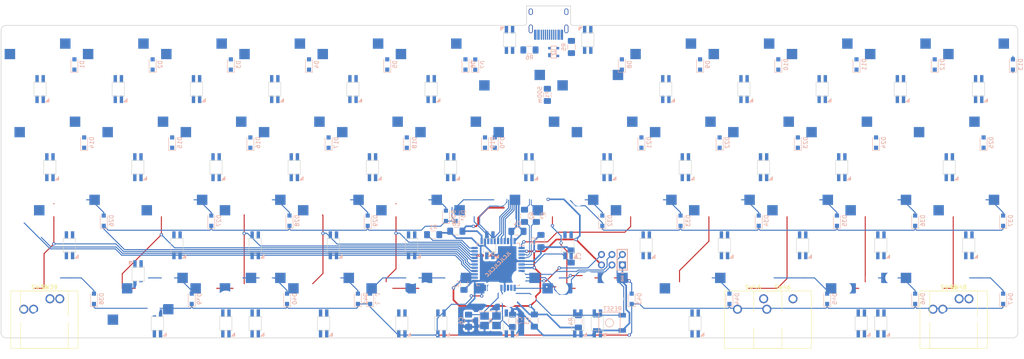
<source format=kicad_pcb>
(kicad_pcb (version 20200614) (host pcbnew "(5.99.0-2043-g129c16cf7)")
  (layers (0 "F.Cu" signal) (31 "B.Cu" signal) (34 "B.Paste" user hide) (35 "F.Paste" user) (36 "B.SilkS" user hide) (37 "F.SilkS" user hide) (38 "B.Mask" user) (39 "F.Mask" user hide) (44 "Edge.Cuts" user))
  (net 0 "")
  (net 1 "GND")
  (net 2 "Net-(C1-Pad1)")
  (net 3 "+5V")
  (net 4 "XTAL1")
  (net 5 "XTAL2")
  (net 6 "Net-(D1-Pad2)")
  (net 7 "row0")
  (net 8 "Net-(D2-Pad2)")
  (net 9 "Net-(D3-Pad2)")
  (net 10 "Net-(D4-Pad2)")
  (net 11 "Net-(D5-Pad2)")
  (net 12 "Net-(D6-Pad2)")
  (net 13 "Net-(D7-Pad2)")
  (net 14 "Net-(D8-Pad2)")
  (net 15 "Net-(D9-Pad2)")
  (net 16 "Net-(D10-Pad2)")
  (net 17 "Net-(D11-Pad2)")
  (net 18 "Net-(D12-Pad2)")
  (net 19 "Net-(D13-Pad2)")
  (net 20 "Net-(D14-Pad2)")
  (net 21 "row1")
  (net 22 "Net-(D15-Pad2)")
  (net 23 "Net-(D16-Pad2)")
  (net 24 "Net-(D17-Pad2)")
  (net 25 "Net-(D18-Pad2)")
  (net 26 "Net-(D19-Pad2)")
  (net 27 "Net-(D20-Pad2)")
  (net 28 "Net-(D21-Pad2)")
  (net 29 "Net-(D22-Pad2)")
  (net 30 "Net-(D23-Pad2)")
  (net 31 "Net-(D24-Pad2)")
  (net 32 "Net-(D25-Pad2)")
  (net 33 "Net-(D26-Pad2)")
  (net 34 "row2")
  (net 35 "Net-(D27-Pad2)")
  (net 36 "Net-(D28-Pad2)")
  (net 37 "Net-(D29-Pad2)")
  (net 38 "Net-(D30-Pad2)")
  (net 39 "Net-(D31-Pad2)")
  (net 40 "Net-(D32-Pad2)")
  (net 41 "Net-(D33-Pad2)")
  (net 42 "Net-(D34-Pad2)")
  (net 43 "Net-(D35-Pad2)")
  (net 44 "Net-(D36-Pad2)")
  (net 45 "Net-(D37-Pad2)")
  (net 46 "Net-(D38-Pad2)")
  (net 47 "row3")
  (net 48 "Net-(D39-Pad2)")
  (net 49 "Net-(D40-Pad2)")
  (net 50 "Net-(D41-Pad2)")
  (net 51 "Net-(D42-Pad2)")
  (net 52 "Net-(D43-Pad2)")
  (net 53 "Net-(D44-Pad2)")
  (net 54 "Net-(D45-Pad2)")
  (net 55 "Net-(D46-Pad2)")
  (net 56 "Net-(D47-Pad2)")
  (net 57 "VCC")
  (net 58 "RESET")
  (net 59 "MOSI")
  (net 60 "SCK")
  (net 61 "MISO")
  (net 62 "Net-(R1-Pad2)")
  (net 63 "D-")
  (net 64 "D+")
  (net 65 "Net-(R5-Pad2)")
  (net 66 "Net-(R6-Pad2)")
  (net 67 "col0")
  (net 68 "col1")
  (net 69 "col2")
  (net 70 "col3")
  (net 71 "col4")
  (net 72 "col5")
  (net 73 "col6")
  (net 74 "col7")
  (net 75 "col8")
  (net 76 "col9")
  (net 77 "col10")
  (net 78 "col11")
  (net 79 "col12")
  (net 80 "/USB_N")
  (net 81 "/USB_P")
  (net 82 "Net-(SW44-Pad12)")
  (net 83 "Net-(SW44-Pad11)")
  (net 84 "Net-(SW44-Pad9)")
  (net 85 "Net-(SW44-Pad10)")
  (module "Button_Switch_Keyboard:SW_Cherry_MX_1.00u_PCB" (layer "F.Cu") (at 258.875 90.25)
    (fp_text reference "SW48" (at -2.54 -2.794) (layer "F.SilkS"))
    (fp_text value "K3B")
    (pad "" np_thru_hole circle (at 2.54 5.08) (size 1.7 1.7) (drill 1.7) (layers *.Cu *.Mask))
    (pad "" np_thru_hole circle (at -7.62 5.08) (size 1.7 1.7) (drill 1.7) (layers *.Cu *.Mask))
    (pad "" np_thru_hole circle (at -2.54 5.08) (size 4 4) (drill 4) (layers *.Cu *.Mask))
    (pad "2" thru_hole circle (at -6.35 2.54) (size 2.2 2.2) (drill 1.5) (layers *.Cu *.Mask) (net 78 "col11"))
    (pad "1" thru_hole circle (at 0 0) (size 2.2 2.2) (drill 1.5) (layers *.Cu *.Mask) (net 56 "Net-(D47-Pad2)"))
  )
  (module "Button_Switch_Keyboard:SW_Cherry_MX_1.00u_PCB" (layer "F.Cu") (at 256.5 90.25)
    (fp_text reference "SW48" (at -2.54 -2.794) (layer "F.SilkS"))
    (fp_text value "K3B")
    (pad "" np_thru_hole circle (at 2.54 5.08) (size 1.7 1.7) (drill 1.7) (layers *.Cu *.Mask))
    (pad "" np_thru_hole circle (at -7.62 5.08) (size 1.7 1.7) (drill 1.7) (layers *.Cu *.Mask))
    (pad "" np_thru_hole circle (at -2.54 5.08) (size 4 4) (drill 4) (layers *.Cu *.Mask))
    (pad "2" thru_hole circle (at -6.35 2.54) (size 2.2 2.2) (drill 1.5) (layers *.Cu *.Mask) (net 78 "col11"))
    (pad "1" thru_hole circle (at 0 0) (size 2.2 2.2) (drill 1.5) (layers *.Cu *.Mask) (net 56 "Net-(D47-Pad2)"))
  )
  (module "Button_Switch_Keyboard:SW_Cherry_MX_1.00u_PCB" (layer "F.Cu") (at 216.125 90.25)
    (fp_text reference "SW46" (at -2.54 -2.794) (layer "F.SilkS"))
    (fp_text value "K39")
    (pad "" np_thru_hole circle (at 2.54 5.08) (size 1.7 1.7) (drill 1.7) (layers *.Cu *.Mask))
    (pad "" np_thru_hole circle (at -7.62 5.08) (size 1.7 1.7) (drill 1.7) (layers *.Cu *.Mask))
    (pad "" np_thru_hole circle (at -2.54 5.08) (size 4 4) (drill 4) (layers *.Cu *.Mask))
    (pad "2" thru_hole circle (at -6.35 2.54) (size 2.2 2.2) (drill 1.5) (layers *.Cu *.Mask) (net 76 "col9"))
    (pad "1" thru_hole circle (at 0 0) (size 2.2 2.2) (drill 1.5) (layers *.Cu *.Mask) (net 54 "Net-(D45-Pad2)"))
  )
  (module "Button_Switch_Keyboard:SW_Cherry_MX_1.00u_PCB" (layer "F.Cu") (at 209 90.25)
    (fp_text reference "SW46" (at -2.54 -2.794) (layer "F.SilkS"))
    (fp_text value "K39")
    (pad "" np_thru_hole circle (at 2.54 5.08) (size 1.7 1.7) (drill 1.7) (layers *.Cu *.Mask))
    (pad "" np_thru_hole circle (at -7.62 5.08) (size 1.7 1.7) (drill 1.7) (layers *.Cu *.Mask))
    (pad "" np_thru_hole circle (at -2.54 5.08) (size 4 4) (drill 4) (layers *.Cu *.Mask))
    (pad "2" thru_hole circle (at -6.35 2.54) (size 2.2 2.2) (drill 1.5) (layers *.Cu *.Mask) (net 76 "col9"))
    (pad "1" thru_hole circle (at 0 0) (size 2.2 2.2) (drill 1.5) (layers *.Cu *.Mask) (net 54 "Net-(D45-Pad2)"))
  )
  (module "Button_Switch_Keyboard:SW_Cherry_MX_1.00u_PCB" (layer "F.Cu") (at 35.625 90.25)
    (fp_text reference "SW39" (at -2.54 -2.794) (layer "F.SilkS"))
    (fp_text value "K30")
    (pad "" np_thru_hole circle (at 2.54 5.08) (size 1.7 1.7) (drill 1.7) (layers *.Cu *.Mask))
    (pad "" np_thru_hole circle (at -7.62 5.08) (size 1.7 1.7) (drill 1.7) (layers *.Cu *.Mask))
    (pad "" np_thru_hole circle (at -2.54 5.08) (size 4 4) (drill 4) (layers *.Cu *.Mask))
    (pad "2" thru_hole circle (at -6.35 2.54) (size 2.2 2.2) (drill 1.5) (layers *.Cu *.Mask) (net 67 "col0"))
    (pad "1" thru_hole circle (at 0 0) (size 2.2 2.2) (drill 1.5) (layers *.Cu *.Mask) (net 46 "Net-(D38-Pad2)"))
  )
  (module "Button_Switch_Keyboard:SW_Cherry_MX_1.00u_PCB" (layer "F.Cu") (at 38 90.25)
    (fp_text reference "SW39" (at -2.54 -2.794) (layer "F.SilkS"))
    (fp_text value "K30")
    (pad "" np_thru_hole circle (at 2.54 5.08) (size 1.7 1.7) (drill 1.7) (layers *.Cu *.Mask))
    (pad "" np_thru_hole circle (at -7.62 5.08) (size 1.7 1.7) (drill 1.7) (layers *.Cu *.Mask))
    (pad "" np_thru_hole circle (at -2.54 5.08) (size 4 4) (drill 4) (layers *.Cu *.Mask))
    (pad "2" thru_hole circle (at -6.35 2.54) (size 2.2 2.2) (drill 1.5) (layers *.Cu *.Mask) (net 67 "col0"))
    (pad "1" thru_hole circle (at 0 0) (size 2.2 2.2) (drill 1.5) (layers *.Cu *.Mask) (net 46 "Net-(D38-Pad2)"))
  )
  (module "mx_rgb:ChocMx_Socket" (layer "F.Cu") (at 192.375 90.25)
    (fp_text reference "SW45" hide)
    (fp_text value "K38" hide)
    (fp_line (start -1.524 4.322) (end -1.524 7.717) (layer "Edge.Cuts") (width 0.12))
    (fp_line (start 1.451 7.717) (end -1.524 7.717) (layer "Edge.Cuts") (width 0.12))
    (fp_line (start 1.451 4.322) (end 1.451 7.717) (layer "Edge.Cuts") (width 0.12))
    (fp_line (start -1.524 4.322) (end 1.451 4.322) (layer "Edge.Cuts") (width 0.12))
    (pad "" np_thru_hole circle (at 5.08 0) (size 2 2) (drill 2) (layers *.Cu *.Mask))
    (pad "" np_thru_hole circle (at 2.54 -5.08) (size 3 3) (drill 3) (layers *.Cu *.Mask))
    (pad "" np_thru_hole circle (at 0 0) (size 4 4) (drill 4) (layers *.Cu *.Mask))
    (pad "" np_thru_hole circle (at -3.81 -2.54) (size 3 3) (drill 3) (layers *.Cu *.Mask))
    (pad "" np_thru_hole circle (at -5.08 0) (size 2 2) (drill 2) (layers *.Cu *.Mask))
    (pad "2" smd rect (at 6.09 -5.08) (size 2.55 2.5) (layers "B.Cu" "B.Paste" "B.Mask") (net 75 "col8"))
    (pad "1" smd rect (at -7.36 -2.54) (size 2.55 2.5) (layers "B.Cu" "B.Paste" "B.Mask") (net 53 "Net-(D44-Pad2)"))
    (pad "" np_thru_hole circle (at 0 0) (size 3.429 3.429) (drill 3.429) (layers *.Cu *.Mask))
    (pad "" np_thru_hole circle (at -5.5 0) (size 1.7018 1.7018) (drill 1.7018) (layers *.Cu *.Mask))
    (pad "" np_thru_hole circle (at 5.5 0) (size 1.7018 1.7018) (drill 1.7018) (layers *.Cu *.Mask))
    (pad "12" smd rect (at 0.7375 8.4817 90) (size 1.8 0.82) (layers "B.Cu" "B.Paste" "B.Mask"))
    (pad "11" smd rect (at -0.7625 8.4817 90) (size 1.8 0.82) (layers "B.Cu" "B.Paste" "B.Mask") (net 84 "Net-(SW44-Pad9)"))
    (pad "9" smd rect (at 0.7375 3.4817 90) (size 1.8 0.82) (layers "B.Cu" "B.Paste" "B.Mask"))
    (pad "10" smd rect (at -0.7625 3.4817 90) (size 1.8 0.82) (layers "B.Cu" "B.Paste" "B.Mask"))
  )
  (module "mx_rgb:ChocMx_Socket" (layer "F.Cu") (at 163.875 90.25)
    (fp_text reference "SW44" hide)
    (fp_text value "K36" hide)
    (fp_line (start -1.524 4.322) (end -1.524 7.717) (layer "Edge.Cuts") (width 0.12))
    (fp_line (start 1.451 7.717) (end -1.524 7.717) (layer "Edge.Cuts") (width 0.12))
    (fp_line (start 1.451 4.322) (end 1.451 7.717) (layer "Edge.Cuts") (width 0.12))
    (fp_line (start -1.524 4.322) (end 1.451 4.322) (layer "Edge.Cuts") (width 0.12))
    (pad "" np_thru_hole circle (at 5.08 0) (size 2 2) (drill 2) (layers *.Cu *.Mask))
    (pad "" np_thru_hole circle (at 2.54 -5.08) (size 3 3) (drill 3) (layers *.Cu *.Mask))
    (pad "" np_thru_hole circle (at 0 0) (size 4 4) (drill 4) (layers *.Cu *.Mask))
    (pad "" np_thru_hole circle (at -3.81 -2.54) (size 3 3) (drill 3) (layers *.Cu *.Mask))
    (pad "" np_thru_hole circle (at -5.08 0) (size 2 2) (drill 2) (layers *.Cu *.Mask))
    (pad "2" smd rect (at 6.09 -5.08) (size 2.55 2.5) (layers "B.Cu" "B.Paste" "B.Mask") (net 73 "col6"))
    (pad "1" smd rect (at -7.36 -2.54) (size 2.55 2.5) (layers "B.Cu" "B.Paste" "B.Mask") (net 52 "Net-(D43-Pad2)"))
    (pad "" np_thru_hole circle (at 0 0) (size 3.429 3.429) (drill 3.429) (layers *.Cu *.Mask))
    (pad "" np_thru_hole circle (at -5.5 0) (size 1.7018 1.7018) (drill 1.7018) (layers *.Cu *.Mask))
    (pad "" np_thru_hole circle (at 5.5 0) (size 1.7018 1.7018) (drill 1.7018) (layers *.Cu *.Mask))
    (pad "12" smd rect (at 0.7375 8.4817 90) (size 1.8 0.82) (layers "B.Cu" "B.Paste" "B.Mask") (net 82 "Net-(SW44-Pad12)"))
    (pad "11" smd rect (at -0.7625 8.4817 90) (size 1.8 0.82) (layers "B.Cu" "B.Paste" "B.Mask") (net 83 "Net-(SW44-Pad11)"))
    (pad "9" smd rect (at 0.7375 3.4817 90) (size 1.8 0.82) (layers "B.Cu" "B.Paste" "B.Mask") (net 84 "Net-(SW44-Pad9)"))
    (pad "10" smd rect (at -0.7625 3.4817 90) (size 1.8 0.82) (layers "B.Cu" "B.Paste" "B.Mask") (net 85 "Net-(SW44-Pad10)"))
  )
  (module "mx_rgb:ChocMx_Socket" (layer "F.Cu") (at 168.625 90.25)
    (fp_text reference "SW44" hide)
    (fp_text value "K36" hide)
    (fp_line (start -1.524 4.322) (end -1.524 7.717) (layer "Edge.Cuts") (width 0.12))
    (fp_line (start 1.451 7.717) (end -1.524 7.717) (layer "Edge.Cuts") (width 0.12))
    (fp_line (start 1.451 4.322) (end 1.451 7.717) (layer "Edge.Cuts") (width 0.12))
    (fp_line (start -1.524 4.322) (end 1.451 4.322) (layer "Edge.Cuts") (width 0.12))
    (pad "" np_thru_hole circle (at 5.08 0) (size 2 2) (drill 2) (layers *.Cu *.Mask))
    (pad "" np_thru_hole circle (at 2.54 -5.08) (size 3 3) (drill 3) (layers *.Cu *.Mask))
    (pad "" np_thru_hole circle (at 0 0) (size 4 4) (drill 4) (layers *.Cu *.Mask))
    (pad "" np_thru_hole circle (at -3.81 -2.54) (size 3 3) (drill 3) (layers *.Cu *.Mask))
    (pad "" np_thru_hole circle (at -5.08 0) (size 2 2) (drill 2) (layers *.Cu *.Mask))
    (pad "2" smd rect (at 6.09 -5.08) (size 2.55 2.5) (layers "B.Cu" "B.Paste" "B.Mask") (net 73 "col6"))
    (pad "1" smd rect (at -7.36 -2.54) (size 2.55 2.5) (layers "B.Cu" "B.Paste" "B.Mask") (net 52 "Net-(D43-Pad2)"))
    (pad "" np_thru_hole circle (at 0 0) (size 3.429 3.429) (drill 3.429) (layers *.Cu *.Mask))
    (pad "" np_thru_hole circle (at -5.5 0) (size 1.7018 1.7018) (drill 1.7018) (layers *.Cu *.Mask))
    (pad "" np_thru_hole circle (at 5.5 0) (size 1.7018 1.7018) (drill 1.7018) (layers *.Cu *.Mask))
    (pad "12" smd rect (at 0.7375 8.4817 90) (size 1.8 0.82) (layers "B.Cu" "B.Paste" "B.Mask") (net 82 "Net-(SW44-Pad12)"))
    (pad "11" smd rect (at -0.7625 8.4817 90) (size 1.8 0.82) (layers "B.Cu" "B.Paste" "B.Mask") (net 83 "Net-(SW44-Pad11)"))
    (pad "9" smd rect (at 0.7375 3.4817 90) (size 1.8 0.82) (layers "B.Cu" "B.Paste" "B.Mask") (net 84 "Net-(SW44-Pad9)"))
    (pad "10" smd rect (at -0.7625 3.4817 90) (size 1.8 0.82) (layers "B.Cu" "B.Paste" "B.Mask") (net 85 "Net-(SW44-Pad10)"))
  )
  (module "mx_rgb:ChocMx_Socket" (layer "F.Cu") (at 147.25 90.25)
    (fp_text reference "SW44" hide)
    (fp_text value "K36" hide)
    (fp_line (start -1.524 4.322) (end -1.524 7.717) (layer "Edge.Cuts") (width 0.12))
    (fp_line (start 1.451 7.717) (end -1.524 7.717) (layer "Edge.Cuts") (width 0.12))
    (fp_line (start 1.451 4.322) (end 1.451 7.717) (layer "Edge.Cuts") (width 0.12))
    (fp_line (start -1.524 4.322) (end 1.451 4.322) (layer "Edge.Cuts") (width 0.12))
    (pad "" np_thru_hole circle (at 5.08 0) (size 2 2) (drill 2) (layers *.Cu *.Mask))
    (pad "" np_thru_hole circle (at 2.54 -5.08) (size 3 3) (drill 3) (layers *.Cu *.Mask))
    (pad "" np_thru_hole circle (at 0 0) (size 4 4) (drill 4) (layers *.Cu *.Mask))
    (pad "" np_thru_hole circle (at -3.81 -2.54) (size 3 3) (drill 3) (layers *.Cu *.Mask))
    (pad "" np_thru_hole circle (at -5.08 0) (size 2 2) (drill 2) (layers *.Cu *.Mask))
    (pad "2" smd rect (at 6.09 -5.08) (size 2.55 2.5) (layers "B.Cu" "B.Paste" "B.Mask") (net 73 "col6"))
    (pad "1" smd rect (at -7.36 -2.54) (size 2.55 2.5) (layers "B.Cu" "B.Paste" "B.Mask") (net 52 "Net-(D43-Pad2)"))
    (pad "" np_thru_hole circle (at 0 0) (size 3.429 3.429) (drill 3.429) (layers *.Cu *.Mask))
    (pad "" np_thru_hole circle (at -5.5 0) (size 1.7018 1.7018) (drill 1.7018) (layers *.Cu *.Mask))
    (pad "" np_thru_hole circle (at 5.5 0) (size 1.7018 1.7018) (drill 1.7018) (layers *.Cu *.Mask))
    (pad "12" smd rect (at 0.7375 8.4817 90) (size 1.8 0.82) (layers "B.Cu" "B.Paste" "B.Mask") (net 82 "Net-(SW44-Pad12)"))
    (pad "11" smd rect (at -0.7625 8.4817 90) (size 1.8 0.82) (layers "B.Cu" "B.Paste" "B.Mask") (net 83 "Net-(SW44-Pad11)"))
    (pad "9" smd rect (at 0.7375 3.4817 90) (size 1.8 0.82) (layers "B.Cu" "B.Paste" "B.Mask") (net 84 "Net-(SW44-Pad9)"))
    (pad "10" smd rect (at -0.7625 3.4817 90) (size 1.8 0.82) (layers "B.Cu" "B.Paste" "B.Mask") (net 85 "Net-(SW44-Pad10)"))
  )
  (module "mx_rgb:ChocMx_Socket" (layer "F.Cu") (at 130.625 90.25)
    (fp_text reference "SW43" hide)
    (fp_text value "K34" hide)
    (fp_line (start -1.524 4.322) (end -1.524 7.717) (layer "Edge.Cuts") (width 0.12))
    (fp_line (start 1.451 7.717) (end -1.524 7.717) (layer "Edge.Cuts") (width 0.12))
    (fp_line (start 1.451 4.322) (end 1.451 7.717) (layer "Edge.Cuts") (width 0.12))
    (fp_line (start -1.524 4.322) (end 1.451 4.322) (layer "Edge.Cuts") (width 0.12))
    (pad "" np_thru_hole circle (at 5.08 0) (size 2 2) (drill 2) (layers *.Cu *.Mask))
    (pad "" np_thru_hole circle (at 2.54 -5.08) (size 3 3) (drill 3) (layers *.Cu *.Mask))
    (pad "" np_thru_hole circle (at 0 0) (size 4 4) (drill 4) (layers *.Cu *.Mask))
    (pad "" np_thru_hole circle (at -3.81 -2.54) (size 3 3) (drill 3) (layers *.Cu *.Mask))
    (pad "" np_thru_hole circle (at -5.08 0) (size 2 2) (drill 2) (layers *.Cu *.Mask))
    (pad "2" smd rect (at 6.09 -5.08) (size 2.55 2.5) (layers "B.Cu" "B.Paste" "B.Mask") (net 71 "col4"))
    (pad "1" smd rect (at -7.36 -2.54) (size 2.55 2.5) (layers "B.Cu" "B.Paste" "B.Mask") (net 51 "Net-(D42-Pad2)"))
    (pad "" np_thru_hole circle (at 0 0) (size 3.429 3.429) (drill 3.429) (layers *.Cu *.Mask))
    (pad "" np_thru_hole circle (at -5.5 0) (size 1.7018 1.7018) (drill 1.7018) (layers *.Cu *.Mask))
    (pad "" np_thru_hole circle (at 5.5 0) (size 1.7018 1.7018) (drill 1.7018) (layers *.Cu *.Mask))
    (pad "12" smd rect (at 0.7375 8.4817 90) (size 1.8 0.82) (layers "B.Cu" "B.Paste" "B.Mask"))
    (pad "11" smd rect (at -0.7625 8.4817 90) (size 1.8 0.82) (layers "B.Cu" "B.Paste" "B.Mask"))
    (pad "9" smd rect (at 0.7375 3.4817 90) (size 1.8 0.82) (layers "B.Cu" "B.Paste" "B.Mask"))
    (pad "10" smd rect (at -0.7625 3.4817 90) (size 1.8 0.82) (layers "B.Cu" "B.Paste" "B.Mask"))
  )
  (module "mx_rgb:ChocMx_Socket" (layer "F.Cu") (at 121.125 90.25)
    (fp_text reference "SW43" hide)
    (fp_text value "K34" hide)
    (fp_line (start -1.524 4.322) (end -1.524 7.717) (layer "Edge.Cuts") (width 0.12))
    (fp_line (start 1.451 7.717) (end -1.524 7.717) (layer "Edge.Cuts") (width 0.12))
    (fp_line (start 1.451 4.322) (end 1.451 7.717) (layer "Edge.Cuts") (width 0.12))
    (fp_line (start -1.524 4.322) (end 1.451 4.322) (layer "Edge.Cuts") (width 0.12))
    (pad "" np_thru_hole circle (at 5.08 0) (size 2 2) (drill 2) (layers *.Cu *.Mask))
    (pad "" np_thru_hole circle (at 2.54 -5.08) (size 3 3) (drill 3) (layers *.Cu *.Mask))
    (pad "" np_thru_hole circle (at 0 0) (size 4 4) (drill 4) (layers *.Cu *.Mask))
    (pad "" np_thru_hole circle (at -3.81 -2.54) (size 3 3) (drill 3) (layers *.Cu *.Mask))
    (pad "" np_thru_hole circle (at -5.08 0) (size 2 2) (drill 2) (layers *.Cu *.Mask))
    (pad "2" smd rect (at 6.09 -5.08) (size 2.55 2.5) (layers "B.Cu" "B.Paste" "B.Mask") (net 71 "col4"))
    (pad "1" smd rect (at -7.36 -2.54) (size 2.55 2.5) (layers "B.Cu" "B.Paste" "B.Mask") (net 51 "Net-(D42-Pad2)"))
    (pad "" np_thru_hole circle (at 0 0) (size 3.429 3.429) (drill 3.429) (layers *.Cu *.Mask))
    (pad "" np_thru_hole circle (at -5.5 0) (size 1.7018 1.7018) (drill 1.7018) (layers *.Cu *.Mask))
    (pad "" np_thru_hole circle (at 5.5 0) (size 1.7018 1.7018) (drill 1.7018) (layers *.Cu *.Mask))
    (pad "12" smd rect (at 0.7375 8.4817 90) (size 1.8 0.82) (layers "B.Cu" "B.Paste" "B.Mask"))
    (pad "11" smd rect (at -0.7625 8.4817 90) (size 1.8 0.82) (layers "B.Cu" "B.Paste" "B.Mask"))
    (pad "9" smd rect (at 0.7375 3.4817 90) (size 1.8 0.82) (layers "B.Cu" "B.Paste" "B.Mask"))
    (pad "10" smd rect (at -0.7625 3.4817 90) (size 1.8 0.82) (layers "B.Cu" "B.Paste" "B.Mask"))
  )
  (module "mx_rgb:ChocMx_Socket" (layer "F.Cu") (at 102.125 90.25)
    (fp_text reference "SW42" hide)
    (fp_text value "K33" hide)
    (fp_line (start -1.524 4.322) (end -1.524 7.717) (layer "Edge.Cuts") (width 0.12))
    (fp_line (start 1.451 7.717) (end -1.524 7.717) (layer "Edge.Cuts") (width 0.12))
    (fp_line (start 1.451 4.322) (end 1.451 7.717) (layer "Edge.Cuts") (width 0.12))
    (fp_line (start -1.524 4.322) (end 1.451 4.322) (layer "Edge.Cuts") (width 0.12))
    (pad "" np_thru_hole circle (at 5.08 0) (size 2 2) (drill 2) (layers *.Cu *.Mask))
    (pad "" np_thru_hole circle (at 2.54 -5.08) (size 3 3) (drill 3) (layers *.Cu *.Mask))
    (pad "" np_thru_hole circle (at 0 0) (size 4 4) (drill 4) (layers *.Cu *.Mask))
    (pad "" np_thru_hole circle (at -3.81 -2.54) (size 3 3) (drill 3) (layers *.Cu *.Mask))
    (pad "" np_thru_hole circle (at -5.08 0) (size 2 2) (drill 2) (layers *.Cu *.Mask))
    (pad "2" smd rect (at 6.09 -5.08) (size 2.55 2.5) (layers "B.Cu" "B.Paste" "B.Mask") (net 70 "col3"))
    (pad "1" smd rect (at -7.36 -2.54) (size 2.55 2.5) (layers "B.Cu" "B.Paste" "B.Mask") (net 50 "Net-(D41-Pad2)"))
    (pad "" np_thru_hole circle (at 0 0) (size 3.429 3.429) (drill 3.429) (layers *.Cu *.Mask))
    (pad "" np_thru_hole circle (at -5.5 0) (size 1.7018 1.7018) (drill 1.7018) (layers *.Cu *.Mask))
    (pad "" np_thru_hole circle (at 5.5 0) (size 1.7018 1.7018) (drill 1.7018) (layers *.Cu *.Mask))
    (pad "12" smd rect (at 0.7375 8.4817 90) (size 1.8 0.82) (layers "B.Cu" "B.Paste" "B.Mask"))
    (pad "11" smd rect (at -0.7625 8.4817 90) (size 1.8 0.82) (layers "B.Cu" "B.Paste" "B.Mask"))
    (pad "9" smd rect (at 0.7375 3.4817 90) (size 1.8 0.82) (layers "B.Cu" "B.Paste" "B.Mask"))
    (pad "10" smd rect (at -0.7625 3.4817 90) (size 1.8 0.82) (layers "B.Cu" "B.Paste" "B.Mask"))
  )
  (module "mx_rgb:ChocMx_Socket" (layer "F.Cu") (at 85.5 90.25)
    (fp_text reference "SW41" hide)
    (fp_text value "K32" hide)
    (fp_line (start -1.524 4.322) (end -1.524 7.717) (layer "Edge.Cuts") (width 0.12))
    (fp_line (start 1.451 7.717) (end -1.524 7.717) (layer "Edge.Cuts") (width 0.12))
    (fp_line (start 1.451 4.322) (end 1.451 7.717) (layer "Edge.Cuts") (width 0.12))
    (fp_line (start -1.524 4.322) (end 1.451 4.322) (layer "Edge.Cuts") (width 0.12))
    (pad "" np_thru_hole circle (at 5.08 0) (size 2 2) (drill 2) (layers *.Cu *.Mask))
    (pad "" np_thru_hole circle (at 2.54 -5.08) (size 3 3) (drill 3) (layers *.Cu *.Mask))
    (pad "" np_thru_hole circle (at 0 0) (size 4 4) (drill 4) (layers *.Cu *.Mask))
    (pad "" np_thru_hole circle (at -3.81 -2.54) (size 3 3) (drill 3) (layers *.Cu *.Mask))
    (pad "" np_thru_hole circle (at -5.08 0) (size 2 2) (drill 2) (layers *.Cu *.Mask))
    (pad "2" smd rect (at 6.09 -5.08) (size 2.55 2.5) (layers "B.Cu" "B.Paste" "B.Mask") (net 69 "col2"))
    (pad "1" smd rect (at -7.36 -2.54) (size 2.55 2.5) (layers "B.Cu" "B.Paste" "B.Mask") (net 49 "Net-(D40-Pad2)"))
    (pad "" np_thru_hole circle (at 0 0) (size 3.429 3.429) (drill 3.429) (layers *.Cu *.Mask))
    (pad "" np_thru_hole circle (at -5.5 0) (size 1.7018 1.7018) (drill 1.7018) (layers *.Cu *.Mask))
    (pad "" np_thru_hole circle (at 5.5 0) (size 1.7018 1.7018) (drill 1.7018) (layers *.Cu *.Mask))
    (pad "12" smd rect (at 0.7375 8.4817 90) (size 1.8 0.82) (layers "B.Cu" "B.Paste" "B.Mask"))
    (pad "11" smd rect (at -0.7625 8.4817 90) (size 1.8 0.82) (layers "B.Cu" "B.Paste" "B.Mask"))
    (pad "9" smd rect (at 0.7375 3.4817 90) (size 1.8 0.82) (layers "B.Cu" "B.Paste" "B.Mask"))
    (pad "10" smd rect (at -0.7625 3.4817 90) (size 1.8 0.82) (layers "B.Cu" "B.Paste" "B.Mask"))
  )
  (module "mx_rgb:ChocMx_Socket" (layer "F.Cu") (at 78.375 90.25)
    (fp_text reference "SW41" hide)
    (fp_text value "K32" hide)
    (fp_line (start -1.524 4.322) (end -1.524 7.717) (layer "Edge.Cuts") (width 0.12))
    (fp_line (start 1.451 7.717) (end -1.524 7.717) (layer "Edge.Cuts") (width 0.12))
    (fp_line (start 1.451 4.322) (end 1.451 7.717) (layer "Edge.Cuts") (width 0.12))
    (fp_line (start -1.524 4.322) (end 1.451 4.322) (layer "Edge.Cuts") (width 0.12))
    (pad "" np_thru_hole circle (at 5.08 0) (size 2 2) (drill 2) (layers *.Cu *.Mask))
    (pad "" np_thru_hole circle (at 2.54 -5.08) (size 3 3) (drill 3) (layers *.Cu *.Mask))
    (pad "" np_thru_hole circle (at 0 0) (size 4 4) (drill 4) (layers *.Cu *.Mask))
    (pad "" np_thru_hole circle (at -3.81 -2.54) (size 3 3) (drill 3) (layers *.Cu *.Mask))
    (pad "" np_thru_hole circle (at -5.08 0) (size 2 2) (drill 2) (layers *.Cu *.Mask))
    (pad "2" smd rect (at 6.09 -5.08) (size 2.55 2.5) (layers "B.Cu" "B.Paste" "B.Mask") (net 69 "col2"))
    (pad "1" smd rect (at -7.36 -2.54) (size 2.55 2.5) (layers "B.Cu" "B.Paste" "B.Mask") (net 49 "Net-(D40-Pad2)"))
    (pad "" np_thru_hole circle (at 0 0) (size 3.429 3.429) (drill 3.429) (layers *.Cu *.Mask))
    (pad "" np_thru_hole circle (at -5.5 0) (size 1.7018 1.7018) (drill 1.7018) (layers *.Cu *.Mask))
    (pad "" np_thru_hole circle (at 5.5 0) (size 1.7018 1.7018) (drill 1.7018) (layers *.Cu *.Mask))
    (pad "12" smd rect (at 0.7375 8.4817 90) (size 1.8 0.82) (layers "B.Cu" "B.Paste" "B.Mask"))
    (pad "11" smd rect (at -0.7625 8.4817 90) (size 1.8 0.82) (layers "B.Cu" "B.Paste" "B.Mask"))
    (pad "9" smd rect (at 0.7375 3.4817 90) (size 1.8 0.82) (layers "B.Cu" "B.Paste" "B.Mask"))
    (pad "10" smd rect (at -0.7625 3.4817 90) (size 1.8 0.82) (layers "B.Cu" "B.Paste" "B.Mask"))
  )
  (module "mx_rgb:ChocMx_Socket" (layer "F.Cu") (at 258.875 71.25)
    (fp_text reference "SW38" hide)
    (fp_text value "K2B" hide)
    (fp_line (start -1.524 4.322) (end -1.524 7.717) (layer "Edge.Cuts") (width 0.12))
    (fp_line (start 1.451 7.717) (end -1.524 7.717) (layer "Edge.Cuts") (width 0.12))
    (fp_line (start 1.451 4.322) (end 1.451 7.717) (layer "Edge.Cuts") (width 0.12))
    (fp_line (start -1.524 4.322) (end 1.451 4.322) (layer "Edge.Cuts") (width 0.12))
    (pad "" np_thru_hole circle (at 5.08 0) (size 2 2) (drill 2) (layers *.Cu *.Mask))
    (pad "" np_thru_hole circle (at 2.54 -5.08) (size 3 3) (drill 3) (layers *.Cu *.Mask))
    (pad "" np_thru_hole circle (at 0 0) (size 4 4) (drill 4) (layers *.Cu *.Mask))
    (pad "" np_thru_hole circle (at -3.81 -2.54) (size 3 3) (drill 3) (layers *.Cu *.Mask))
    (pad "" np_thru_hole circle (at -5.08 0) (size 2 2) (drill 2) (layers *.Cu *.Mask))
    (pad "2" smd rect (at 6.09 -5.08) (size 2.55 2.5) (layers "B.Cu" "B.Paste" "B.Mask") (net 78 "col11"))
    (pad "1" smd rect (at -7.36 -2.54) (size 2.55 2.5) (layers "B.Cu" "B.Paste" "B.Mask") (net 45 "Net-(D37-Pad2)"))
    (pad "" np_thru_hole circle (at 0 0) (size 3.429 3.429) (drill 3.429) (layers *.Cu *.Mask))
    (pad "" np_thru_hole circle (at -5.5 0) (size 1.7018 1.7018) (drill 1.7018) (layers *.Cu *.Mask))
    (pad "" np_thru_hole circle (at 5.5 0) (size 1.7018 1.7018) (drill 1.7018) (layers *.Cu *.Mask))
    (pad "12" smd rect (at 0.7375 8.4817 90) (size 1.8 0.82) (layers "B.Cu" "B.Paste" "B.Mask"))
    (pad "11" smd rect (at -0.7625 8.4817 90) (size 1.8 0.82) (layers "B.Cu" "B.Paste" "B.Mask"))
    (pad "9" smd rect (at 0.7375 3.4817 90) (size 1.8 0.82) (layers "B.Cu" "B.Paste" "B.Mask"))
    (pad "10" smd rect (at -0.7625 3.4817 90) (size 1.8 0.82) (layers "B.Cu" "B.Paste" "B.Mask"))
  )
  (module "mx_rgb:ChocMx_Socket" (layer "F.Cu") (at 40.375 71.25)
    (fp_text reference "SW27" hide)
    (fp_text value "K20" hide)
    (fp_line (start -1.524 4.322) (end -1.524 7.717) (layer "Edge.Cuts") (width 0.12))
    (fp_line (start 1.451 7.717) (end -1.524 7.717) (layer "Edge.Cuts") (width 0.12))
    (fp_line (start 1.451 4.322) (end 1.451 7.717) (layer "Edge.Cuts") (width 0.12))
    (fp_line (start -1.524 4.322) (end 1.451 4.322) (layer "Edge.Cuts") (width 0.12))
    (pad "" np_thru_hole circle (at 5.08 0) (size 2 2) (drill 2) (layers *.Cu *.Mask))
    (pad "" np_thru_hole circle (at 2.54 -5.08) (size 3 3) (drill 3) (layers *.Cu *.Mask))
    (pad "" np_thru_hole circle (at 0 0) (size 4 4) (drill 4) (layers *.Cu *.Mask))
    (pad "" np_thru_hole circle (at -3.81 -2.54) (size 3 3) (drill 3) (layers *.Cu *.Mask))
    (pad "" np_thru_hole circle (at -5.08 0) (size 2 2) (drill 2) (layers *.Cu *.Mask))
    (pad "2" smd rect (at 6.09 -5.08) (size 2.55 2.5) (layers "B.Cu" "B.Paste" "B.Mask") (net 67 "col0"))
    (pad "1" smd rect (at -7.36 -2.54) (size 2.55 2.5) (layers "B.Cu" "B.Paste" "B.Mask") (net 33 "Net-(D26-Pad2)"))
    (pad "" np_thru_hole circle (at 0 0) (size 3.429 3.429) (drill 3.429) (layers *.Cu *.Mask))
    (pad "" np_thru_hole circle (at -5.5 0) (size 1.7018 1.7018) (drill 1.7018) (layers *.Cu *.Mask))
    (pad "" np_thru_hole circle (at 5.5 0) (size 1.7018 1.7018) (drill 1.7018) (layers *.Cu *.Mask))
    (pad "12" smd rect (at 0.7375 8.4817 90) (size 1.8 0.82) (layers "B.Cu" "B.Paste" "B.Mask"))
    (pad "11" smd rect (at -0.7625 8.4817 90) (size 1.8 0.82) (layers "B.Cu" "B.Paste" "B.Mask"))
    (pad "9" smd rect (at 0.7375 3.4817 90) (size 1.8 0.82) (layers "B.Cu" "B.Paste" "B.Mask"))
    (pad "10" smd rect (at -0.7625 3.4817 90) (size 1.8 0.82) (layers "B.Cu" "B.Paste" "B.Mask"))
  )
  (module "mx_rgb:ChocMx_Socket" (layer "F.Cu") (at 254.125 52.25)
    (fp_text reference "SW26" hide)
    (fp_text value "K1B" hide)
    (fp_line (start -1.524 4.322) (end -1.524 7.717) (layer "Edge.Cuts") (width 0.12))
    (fp_line (start 1.451 7.717) (end -1.524 7.717) (layer "Edge.Cuts") (width 0.12))
    (fp_line (start 1.451 4.322) (end 1.451 7.717) (layer "Edge.Cuts") (width 0.12))
    (fp_line (start -1.524 4.322) (end 1.451 4.322) (layer "Edge.Cuts") (width 0.12))
    (pad "" np_thru_hole circle (at 5.08 0) (size 2 2) (drill 2) (layers *.Cu *.Mask))
    (pad "" np_thru_hole circle (at 2.54 -5.08) (size 3 3) (drill 3) (layers *.Cu *.Mask))
    (pad "" np_thru_hole circle (at 0 0) (size 4 4) (drill 4) (layers *.Cu *.Mask))
    (pad "" np_thru_hole circle (at -3.81 -2.54) (size 3 3) (drill 3) (layers *.Cu *.Mask))
    (pad "" np_thru_hole circle (at -5.08 0) (size 2 2) (drill 2) (layers *.Cu *.Mask))
    (pad "2" smd rect (at 6.09 -5.08) (size 2.55 2.5) (layers "B.Cu" "B.Paste" "B.Mask") (net 78 "col11"))
    (pad "1" smd rect (at -7.36 -2.54) (size 2.55 2.5) (layers "B.Cu" "B.Paste" "B.Mask") (net 32 "Net-(D25-Pad2)"))
    (pad "" np_thru_hole circle (at 0 0) (size 3.429 3.429) (drill 3.429) (layers *.Cu *.Mask))
    (pad "" np_thru_hole circle (at -5.5 0) (size 1.7018 1.7018) (drill 1.7018) (layers *.Cu *.Mask))
    (pad "" np_thru_hole circle (at 5.5 0) (size 1.7018 1.7018) (drill 1.7018) (layers *.Cu *.Mask))
    (pad "12" smd rect (at 0.7375 8.4817 90) (size 1.8 0.82) (layers "B.Cu" "B.Paste" "B.Mask"))
    (pad "11" smd rect (at -0.7625 8.4817 90) (size 1.8 0.82) (layers "B.Cu" "B.Paste" "B.Mask"))
    (pad "9" smd rect (at 0.7375 3.4817 90) (size 1.8 0.82) (layers "B.Cu" "B.Paste" "B.Mask"))
    (pad "10" smd rect (at -0.7625 3.4817 90) (size 1.8 0.82) (layers "B.Cu" "B.Paste" "B.Mask"))
  )
  (module "mx_rgb:ChocMx_Socket" (layer "F.Cu") (at 35.625 52.25)
    (fp_text reference "SW15" hide)
    (fp_text value "K10" hide)
    (fp_line (start -1.524 4.322) (end -1.524 7.717) (layer "Edge.Cuts") (width 0.12))
    (fp_line (start 1.451 7.717) (end -1.524 7.717) (layer "Edge.Cuts") (width 0.12))
    (fp_line (start 1.451 4.322) (end 1.451 7.717) (layer "Edge.Cuts") (width 0.12))
    (fp_line (start -1.524 4.322) (end 1.451 4.322) (layer "Edge.Cuts") (width 0.12))
    (pad "" np_thru_hole circle (at 5.08 0) (size 2 2) (drill 2) (layers *.Cu *.Mask))
    (pad "" np_thru_hole circle (at 2.54 -5.08) (size 3 3) (drill 3) (layers *.Cu *.Mask))
    (pad "" np_thru_hole circle (at 0 0) (size 4 4) (drill 4) (layers *.Cu *.Mask))
    (pad "" np_thru_hole circle (at -3.81 -2.54) (size 3 3) (drill 3) (layers *.Cu *.Mask))
    (pad "" np_thru_hole circle (at -5.08 0) (size 2 2) (drill 2) (layers *.Cu *.Mask))
    (pad "2" smd rect (at 6.09 -5.08) (size 2.55 2.5) (layers "B.Cu" "B.Paste" "B.Mask") (net 67 "col0"))
    (pad "1" smd rect (at -7.36 -2.54) (size 2.55 2.5) (layers "B.Cu" "B.Paste" "B.Mask") (net 20 "Net-(D14-Pad2)"))
    (pad "" np_thru_hole circle (at 0 0) (size 3.429 3.429) (drill 3.429) (layers *.Cu *.Mask))
    (pad "" np_thru_hole circle (at -5.5 0) (size 1.7018 1.7018) (drill 1.7018) (layers *.Cu *.Mask))
    (pad "" np_thru_hole circle (at 5.5 0) (size 1.7018 1.7018) (drill 1.7018) (layers *.Cu *.Mask))
    (pad "12" smd rect (at 0.7375 8.4817 90) (size 1.8 0.82) (layers "B.Cu" "B.Paste" "B.Mask"))
    (pad "11" smd rect (at -0.7625 8.4817 90) (size 1.8 0.82) (layers "B.Cu" "B.Paste" "B.Mask"))
    (pad "9" smd rect (at 0.7375 3.4817 90) (size 1.8 0.82) (layers "B.Cu" "B.Paste" "B.Mask"))
    (pad "10" smd rect (at -0.7625 3.4817 90) (size 1.8 0.82) (layers "B.Cu" "B.Paste" "B.Mask"))
  )
  (module "mx_rgb:ChocMx_Socket" (layer "F.Cu") (at 237.5 90.25)
    (fp_text reference "SW47" hide)
    (fp_text value "K3A" hide)
    (fp_line (start -1.524 4.322) (end -1.524 7.717) (layer "Edge.Cuts") (width 0.12))
    (fp_line (start 1.451 7.717) (end -1.524 7.717) (layer "Edge.Cuts") (width 0.12))
    (fp_line (start 1.451 4.322) (end 1.451 7.717) (layer "Edge.Cuts") (width 0.12))
    (fp_line (start -1.524 4.322) (end 1.451 4.322) (layer "Edge.Cuts") (width 0.12))
    (pad "" np_thru_hole circle (at 5.08 0) (size 2 2) (drill 2) (layers *.Cu *.Mask))
    (pad "" np_thru_hole circle (at 2.54 -5.08) (size 3 3) (drill 3) (layers *.Cu *.Mask))
    (pad "" np_thru_hole circle (at 0 0) (size 4 4) (drill 4) (layers *.Cu *.Mask))
    (pad "" np_thru_hole circle (at -3.81 -2.54) (size 3 3) (drill 3) (layers *.Cu *.Mask))
    (pad "" np_thru_hole circle (at -5.08 0) (size 2 2) (drill 2) (layers *.Cu *.Mask))
    (pad "2" smd rect (at 6.09 -5.08) (size 2.55 2.5) (layers "B.Cu" "B.Paste" "B.Mask") (net 77 "col10"))
    (pad "1" smd rect (at -7.36 -2.54) (size 2.55 2.5) (layers "B.Cu" "B.Paste" "B.Mask") (net 55 "Net-(D46-Pad2)"))
    (pad "" np_thru_hole circle (at 0 0) (size 3.429 3.429) (drill 3.429) (layers *.Cu *.Mask))
    (pad "" np_thru_hole circle (at -5.5 0) (size 1.7018 1.7018) (drill 1.7018) (layers *.Cu *.Mask))
    (pad "" np_thru_hole circle (at 5.5 0) (size 1.7018 1.7018) (drill 1.7018) (layers *.Cu *.Mask))
    (pad "12" smd rect (at 0.7375 8.4817 90) (size 1.8 0.82) (layers "B.Cu" "B.Paste" "B.Mask"))
    (pad "11" smd rect (at -0.7625 8.4817 90) (size 1.8 0.82) (layers "B.Cu" "B.Paste" "B.Mask"))
    (pad "9" smd rect (at 0.7375 3.4817 90) (size 1.8 0.82) (layers "B.Cu" "B.Paste" "B.Mask"))
    (pad "10" smd rect (at -0.7625 3.4817 90) (size 1.8 0.82) (layers "B.Cu" "B.Paste" "B.Mask"))
  )
  (module "mx_rgb:ChocMx_Socket" (layer "F.Cu") (at 232.75 90.25)
    (fp_text reference "SW47" hide)
    (fp_text value "K3A" hide)
    (fp_line (start -1.524 4.322) (end -1.524 7.717) (layer "Edge.Cuts") (width 0.12))
    (fp_line (start 1.451 7.717) (end -1.524 7.717) (layer "Edge.Cuts") (width 0.12))
    (fp_line (start 1.451 4.322) (end 1.451 7.717) (layer "Edge.Cuts") (width 0.12))
    (fp_line (start -1.524 4.322) (end 1.451 4.322) (layer "Edge.Cuts") (width 0.12))
    (pad "" np_thru_hole circle (at 5.08 0) (size 2 2) (drill 2) (layers *.Cu *.Mask))
    (pad "" np_thru_hole circle (at 2.54 -5.08) (size 3 3) (drill 3) (layers *.Cu *.Mask))
    (pad "" np_thru_hole circle (at 0 0) (size 4 4) (drill 4) (layers *.Cu *.Mask))
    (pad "" np_thru_hole circle (at -3.81 -2.54) (size 3 3) (drill 3) (layers *.Cu *.Mask))
    (pad "" np_thru_hole circle (at -5.08 0) (size 2 2) (drill 2) (layers *.Cu *.Mask))
    (pad "2" smd rect (at 6.09 -5.08) (size 2.55 2.5) (layers "B.Cu" "B.Paste" "B.Mask") (net 77 "col10"))
    (pad "1" smd rect (at -7.36 -2.54) (size 2.55 2.5) (layers "B.Cu" "B.Paste" "B.Mask") (net 55 "Net-(D46-Pad2)"))
    (pad "" np_thru_hole circle (at 0 0) (size 3.429 3.429) (drill 3.429) (layers *.Cu *.Mask))
    (pad "" np_thru_hole circle (at -5.5 0) (size 1.7018 1.7018) (drill 1.7018) (layers *.Cu *.Mask))
    (pad "" np_thru_hole circle (at 5.5 0) (size 1.7018 1.7018) (drill 1.7018) (layers *.Cu *.Mask))
    (pad "12" smd rect (at 0.7375 8.4817 90) (size 1.8 0.82) (layers "B.Cu" "B.Paste" "B.Mask"))
    (pad "11" smd rect (at -0.7625 8.4817 90) (size 1.8 0.82) (layers "B.Cu" "B.Paste" "B.Mask"))
    (pad "9" smd rect (at 0.7375 3.4817 90) (size 1.8 0.82) (layers "B.Cu" "B.Paste" "B.Mask"))
    (pad "10" smd rect (at -0.7625 3.4817 90) (size 1.8 0.82) (layers "B.Cu" "B.Paste" "B.Mask"))
  )
  (module "mx_rgb:ChocMx_Socket" (layer "F.Cu") (at 57 90.25 180)
    (fp_text reference "SW40" hide)
    (fp_text value "K31" hide)
    (fp_line (start -1.524 4.322) (end -1.524 7.717) (layer "Edge.Cuts") (width 0.12))
    (fp_line (start 1.451 7.717) (end -1.524 7.717) (layer "Edge.Cuts") (width 0.12))
    (fp_line (start 1.451 4.322) (end 1.451 7.717) (layer "Edge.Cuts") (width 0.12))
    (fp_line (start -1.524 4.322) (end 1.451 4.322) (layer "Edge.Cuts") (width 0.12))
    (pad "" np_thru_hole circle (at 5.08 0 180) (size 2 2) (drill 2) (layers *.Cu *.Mask))
    (pad "" np_thru_hole circle (at 2.54 -5.08 180) (size 3 3) (drill 3) (layers *.Cu *.Mask))
    (pad "" np_thru_hole circle (at 0 0 180) (size 4 4) (drill 4) (layers *.Cu *.Mask))
    (pad "" np_thru_hole circle (at -3.81 -2.54 180) (size 3 3) (drill 3) (layers *.Cu *.Mask))
    (pad "" np_thru_hole circle (at -5.08 0 180) (size 2 2) (drill 2) (layers *.Cu *.Mask))
    (pad "2" smd rect (at 6.09 -5.08 180) (size 2.55 2.5) (layers "B.Cu" "B.Paste" "B.Mask") (net 68 "col1"))
    (pad "1" smd rect (at -7.36 -2.54 180) (size 2.55 2.5) (layers "B.Cu" "B.Paste" "B.Mask") (net 48 "Net-(D39-Pad2)"))
    (pad "" np_thru_hole circle (at 0 0 180) (size 3.429 3.429) (drill 3.429) (layers *.Cu *.Mask))
    (pad "" np_thru_hole circle (at -5.5 0 180) (size 1.7018 1.7018) (drill 1.7018) (layers *.Cu *.Mask))
    (pad "" np_thru_hole circle (at 5.5 0 180) (size 1.7018 1.7018) (drill 1.7018) (layers *.Cu *.Mask))
    (pad "12" smd rect (at 0.7375 8.4817 270) (size 1.8 0.82) (layers "B.Cu" "B.Paste" "B.Mask"))
    (pad "11" smd rect (at -0.7625 8.4817 270) (size 1.8 0.82) (layers "B.Cu" "B.Paste" "B.Mask"))
    (pad "9" smd rect (at 0.7375 3.4817 270) (size 1.8 0.82) (layers "B.Cu" "B.Paste" "B.Mask"))
    (pad "10" smd rect (at -0.7625 3.4817 270) (size 1.8 0.82) (layers "B.Cu" "B.Paste" "B.Mask"))
  )
  (module "mx_rgb:ChocMx_Socket" (layer "F.Cu") (at 61.75 90.25)
    (fp_text reference "SW40" hide)
    (fp_text value "K31" hide)
    (fp_line (start -1.524 4.322) (end -1.524 7.717) (layer "Edge.Cuts") (width 0.12))
    (fp_line (start 1.451 7.717) (end -1.524 7.717) (layer "Edge.Cuts") (width 0.12))
    (fp_line (start 1.451 4.322) (end 1.451 7.717) (layer "Edge.Cuts") (width 0.12))
    (fp_line (start -1.524 4.322) (end 1.451 4.322) (layer "Edge.Cuts") (width 0.12))
    (pad "" np_thru_hole circle (at 5.08 0) (size 2 2) (drill 2) (layers *.Cu *.Mask))
    (pad "" np_thru_hole circle (at 2.54 -5.08) (size 3 3) (drill 3) (layers *.Cu *.Mask))
    (pad "" np_thru_hole circle (at 0 0) (size 4 4) (drill 4) (layers *.Cu *.Mask))
    (pad "" np_thru_hole circle (at -3.81 -2.54) (size 3 3) (drill 3) (layers *.Cu *.Mask))
    (pad "" np_thru_hole circle (at -5.08 0) (size 2 2) (drill 2) (layers *.Cu *.Mask))
    (pad "2" smd rect (at 6.09 -5.08) (size 2.55 2.5) (layers "B.Cu" "B.Paste" "B.Mask") (net 68 "col1"))
    (pad "1" smd rect (at -7.36 -2.54) (size 2.55 2.5) (layers "B.Cu" "B.Paste" "B.Mask") (net 48 "Net-(D39-Pad2)"))
    (pad "" np_thru_hole circle (at 0 0) (size 3.429 3.429) (drill 3.429) (layers *.Cu *.Mask))
    (pad "" np_thru_hole circle (at -5.5 0) (size 1.7018 1.7018) (drill 1.7018) (layers *.Cu *.Mask))
    (pad "" np_thru_hole circle (at 5.5 0) (size 1.7018 1.7018) (drill 1.7018) (layers *.Cu *.Mask))
    (pad "12" smd rect (at 0.7375 8.4817 90) (size 1.8 0.82) (layers "B.Cu" "B.Paste" "B.Mask"))
    (pad "11" smd rect (at -0.7625 8.4817 90) (size 1.8 0.82) (layers "B.Cu" "B.Paste" "B.Mask"))
    (pad "9" smd rect (at 0.7375 3.4817 90) (size 1.8 0.82) (layers "B.Cu" "B.Paste" "B.Mask"))
    (pad "10" smd rect (at -0.7625 3.4817 90) (size 1.8 0.82) (layers "B.Cu" "B.Paste" "B.Mask"))
  )
  (module "mx_rgb:ChocMx_Socket" (layer "F.Cu") (at 237.5 71.25)
    (fp_text reference "SW37" hide)
    (fp_text value "K2A" hide)
    (fp_line (start -1.524 4.322) (end -1.524 7.717) (layer "Edge.Cuts") (width 0.12))
    (fp_line (start 1.451 7.717) (end -1.524 7.717) (layer "Edge.Cuts") (width 0.12))
    (fp_line (start 1.451 4.322) (end 1.451 7.717) (layer "Edge.Cuts") (width 0.12))
    (fp_line (start -1.524 4.322) (end 1.451 4.322) (layer "Edge.Cuts") (width 0.12))
    (pad "" np_thru_hole circle (at 5.08 0) (size 2 2) (drill 2) (layers *.Cu *.Mask))
    (pad "" np_thru_hole circle (at 2.54 -5.08) (size 3 3) (drill 3) (layers *.Cu *.Mask))
    (pad "" np_thru_hole circle (at 0 0) (size 4 4) (drill 4) (layers *.Cu *.Mask))
    (pad "" np_thru_hole circle (at -3.81 -2.54) (size 3 3) (drill 3) (layers *.Cu *.Mask))
    (pad "" np_thru_hole circle (at -5.08 0) (size 2 2) (drill 2) (layers *.Cu *.Mask))
    (pad "2" smd rect (at 6.09 -5.08) (size 2.55 2.5) (layers "B.Cu" "B.Paste" "B.Mask") (net 77 "col10"))
    (pad "1" smd rect (at -7.36 -2.54) (size 2.55 2.5) (layers "B.Cu" "B.Paste" "B.Mask") (net 44 "Net-(D36-Pad2)"))
    (pad "" np_thru_hole circle (at 0 0) (size 3.429 3.429) (drill 3.429) (layers *.Cu *.Mask))
    (pad "" np_thru_hole circle (at -5.5 0) (size 1.7018 1.7018) (drill 1.7018) (layers *.Cu *.Mask))
    (pad "" np_thru_hole circle (at 5.5 0) (size 1.7018 1.7018) (drill 1.7018) (layers *.Cu *.Mask))
    (pad "12" smd rect (at 0.7375 8.4817 90) (size 1.8 0.82) (layers "B.Cu" "B.Paste" "B.Mask"))
    (pad "11" smd rect (at -0.7625 8.4817 90) (size 1.8 0.82) (layers "B.Cu" "B.Paste" "B.Mask"))
    (pad "9" smd rect (at 0.7375 3.4817 90) (size 1.8 0.82) (layers "B.Cu" "B.Paste" "B.Mask"))
    (pad "10" smd rect (at -0.7625 3.4817 90) (size 1.8 0.82) (layers "B.Cu" "B.Paste" "B.Mask"))
  )
  (module "mx_rgb:ChocMx_Socket" (layer "F.Cu") (at 218.5 71.25)
    (fp_text reference "SW36" hide)
    (fp_text value "K29" hide)
    (fp_line (start -1.524 4.322) (end -1.524 7.717) (layer "Edge.Cuts") (width 0.12))
    (fp_line (start 1.451 7.717) (end -1.524 7.717) (layer "Edge.Cuts") (width 0.12))
    (fp_line (start 1.451 4.322) (end 1.451 7.717) (layer "Edge.Cuts") (width 0.12))
    (fp_line (start -1.524 4.322) (end 1.451 4.322) (layer "Edge.Cuts") (width 0.12))
    (pad "" np_thru_hole circle (at 5.08 0) (size 2 2) (drill 2) (layers *.Cu *.Mask))
    (pad "" np_thru_hole circle (at 2.54 -5.08) (size 3 3) (drill 3) (layers *.Cu *.Mask))
    (pad "" np_thru_hole circle (at 0 0) (size 4 4) (drill 4) (layers *.Cu *.Mask))
    (pad "" np_thru_hole circle (at -3.81 -2.54) (size 3 3) (drill 3) (layers *.Cu *.Mask))
    (pad "" np_thru_hole circle (at -5.08 0) (size 2 2) (drill 2) (layers *.Cu *.Mask))
    (pad "2" smd rect (at 6.09 -5.08) (size 2.55 2.5) (layers "B.Cu" "B.Paste" "B.Mask") (net 76 "col9"))
    (pad "1" smd rect (at -7.36 -2.54) (size 2.55 2.5) (layers "B.Cu" "B.Paste" "B.Mask") (net 43 "Net-(D35-Pad2)"))
    (pad "" np_thru_hole circle (at 0 0) (size 3.429 3.429) (drill 3.429) (layers *.Cu *.Mask))
    (pad "" np_thru_hole circle (at -5.5 0) (size 1.7018 1.7018) (drill 1.7018) (layers *.Cu *.Mask))
    (pad "" np_thru_hole circle (at 5.5 0) (size 1.7018 1.7018) (drill 1.7018) (layers *.Cu *.Mask))
    (pad "12" smd rect (at 0.7375 8.4817 90) (size 1.8 0.82) (layers "B.Cu" "B.Paste" "B.Mask"))
    (pad "11" smd rect (at -0.7625 8.4817 90) (size 1.8 0.82) (layers "B.Cu" "B.Paste" "B.Mask"))
    (pad "9" smd rect (at 0.7375 3.4817 90) (size 1.8 0.82) (layers "B.Cu" "B.Paste" "B.Mask"))
    (pad "10" smd rect (at -0.7625 3.4817 90) (size 1.8 0.82) (layers "B.Cu" "B.Paste" "B.Mask"))
  )
  (module "mx_rgb:ChocMx_Socket" (layer "F.Cu") (at 199.5 71.25)
    (fp_text reference "SW35" hide)
    (fp_text value "K28" hide)
    (fp_line (start -1.524 4.322) (end -1.524 7.717) (layer "Edge.Cuts") (width 0.12))
    (fp_line (start 1.451 7.717) (end -1.524 7.717) (layer "Edge.Cuts") (width 0.12))
    (fp_line (start 1.451 4.322) (end 1.451 7.717) (layer "Edge.Cuts") (width 0.12))
    (fp_line (start -1.524 4.322) (end 1.451 4.322) (layer "Edge.Cuts") (width 0.12))
    (pad "" np_thru_hole circle (at 5.08 0) (size 2 2) (drill 2) (layers *.Cu *.Mask))
    (pad "" np_thru_hole circle (at 2.54 -5.08) (size 3 3) (drill 3) (layers *.Cu *.Mask))
    (pad "" np_thru_hole circle (at 0 0) (size 4 4) (drill 4) (layers *.Cu *.Mask))
    (pad "" np_thru_hole circle (at -3.81 -2.54) (size 3 3) (drill 3) (layers *.Cu *.Mask))
    (pad "" np_thru_hole circle (at -5.08 0) (size 2 2) (drill 2) (layers *.Cu *.Mask))
    (pad "2" smd rect (at 6.09 -5.08) (size 2.55 2.5) (layers "B.Cu" "B.Paste" "B.Mask") (net 75 "col8"))
    (pad "1" smd rect (at -7.36 -2.54) (size 2.55 2.5) (layers "B.Cu" "B.Paste" "B.Mask") (net 42 "Net-(D34-Pad2)"))
    (pad "" np_thru_hole circle (at 0 0) (size 3.429 3.429) (drill 3.429) (layers *.Cu *.Mask))
    (pad "" np_thru_hole circle (at -5.5 0) (size 1.7018 1.7018) (drill 1.7018) (layers *.Cu *.Mask))
    (pad "" np_thru_hole circle (at 5.5 0) (size 1.7018 1.7018) (drill 1.7018) (layers *.Cu *.Mask))
    (pad "12" smd rect (at 0.7375 8.4817 90) (size 1.8 0.82) (layers "B.Cu" "B.Paste" "B.Mask"))
    (pad "11" smd rect (at -0.7625 8.4817 90) (size 1.8 0.82) (layers "B.Cu" "B.Paste" "B.Mask"))
    (pad "9" smd rect (at 0.7375 3.4817 90) (size 1.8 0.82) (layers "B.Cu" "B.Paste" "B.Mask"))
    (pad "10" smd rect (at -0.7625 3.4817 90) (size 1.8 0.82) (layers "B.Cu" "B.Paste" "B.Mask"))
  )
  (module "mx_rgb:ChocMx_Socket" (layer "F.Cu") (at 180.5 71.25)
    (fp_text reference "SW34" hide)
    (fp_text value "K27" hide)
    (fp_line (start -1.524 4.322) (end -1.524 7.717) (layer "Edge.Cuts") (width 0.12))
    (fp_line (start 1.451 7.717) (end -1.524 7.717) (layer "Edge.Cuts") (width 0.12))
    (fp_line (start 1.451 4.322) (end 1.451 7.717) (layer "Edge.Cuts") (width 0.12))
    (fp_line (start -1.524 4.322) (end 1.451 4.322) (layer "Edge.Cuts") (width 0.12))
    (pad "" np_thru_hole circle (at 5.08 0) (size 2 2) (drill 2) (layers *.Cu *.Mask))
    (pad "" np_thru_hole circle (at 2.54 -5.08) (size 3 3) (drill 3) (layers *.Cu *.Mask))
    (pad "" np_thru_hole circle (at 0 0) (size 4 4) (drill 4) (layers *.Cu *.Mask))
    (pad "" np_thru_hole circle (at -3.81 -2.54) (size 3 3) (drill 3) (layers *.Cu *.Mask))
    (pad "" np_thru_hole circle (at -5.08 0) (size 2 2) (drill 2) (layers *.Cu *.Mask))
    (pad "2" smd rect (at 6.09 -5.08) (size 2.55 2.5) (layers "B.Cu" "B.Paste" "B.Mask") (net 74 "col7"))
    (pad "1" smd rect (at -7.36 -2.54) (size 2.55 2.5) (layers "B.Cu" "B.Paste" "B.Mask") (net 41 "Net-(D33-Pad2)"))
    (pad "" np_thru_hole circle (at 0 0) (size 3.429 3.429) (drill 3.429) (layers *.Cu *.Mask))
    (pad "" np_thru_hole circle (at -5.5 0) (size 1.7018 1.7018) (drill 1.7018) (layers *.Cu *.Mask))
    (pad "" np_thru_hole circle (at 5.5 0) (size 1.7018 1.7018) (drill 1.7018) (layers *.Cu *.Mask))
    (pad "12" smd rect (at 0.7375 8.4817 90) (size 1.8 0.82) (layers "B.Cu" "B.Paste" "B.Mask"))
    (pad "11" smd rect (at -0.7625 8.4817 90) (size 1.8 0.82) (layers "B.Cu" "B.Paste" "B.Mask"))
    (pad "9" smd rect (at 0.7375 3.4817 90) (size 1.8 0.82) (layers "B.Cu" "B.Paste" "B.Mask"))
    (pad "10" smd rect (at -0.7625 3.4817 90) (size 1.8 0.82) (layers "B.Cu" "B.Paste" "B.Mask"))
  )
  (module "mx_rgb:ChocMx_Socket" (layer "F.Cu") (at 161.5 71.25)
    (fp_text reference "SW33" hide)
    (fp_text value "K26" hide)
    (fp_line (start -1.524 4.322) (end -1.524 7.717) (layer "Edge.Cuts") (width 0.12))
    (fp_line (start 1.451 7.717) (end -1.524 7.717) (layer "Edge.Cuts") (width 0.12))
    (fp_line (start 1.451 4.322) (end 1.451 7.717) (layer "Edge.Cuts") (width 0.12))
    (fp_line (start -1.524 4.322) (end 1.451 4.322) (layer "Edge.Cuts") (width 0.12))
    (pad "" np_thru_hole circle (at 5.08 0) (size 2 2) (drill 2) (layers *.Cu *.Mask))
    (pad "" np_thru_hole circle (at 2.54 -5.08) (size 3 3) (drill 3) (layers *.Cu *.Mask))
    (pad "" np_thru_hole circle (at 0 0) (size 4 4) (drill 4) (layers *.Cu *.Mask))
    (pad "" np_thru_hole circle (at -3.81 -2.54) (size 3 3) (drill 3) (layers *.Cu *.Mask))
    (pad "" np_thru_hole circle (at -5.08 0) (size 2 2) (drill 2) (layers *.Cu *.Mask))
    (pad "2" smd rect (at 6.09 -5.08) (size 2.55 2.5) (layers "B.Cu" "B.Paste" "B.Mask") (net 73 "col6"))
    (pad "1" smd rect (at -7.36 -2.54) (size 2.55 2.5) (layers "B.Cu" "B.Paste" "B.Mask") (net 40 "Net-(D32-Pad2)"))
    (pad "" np_thru_hole circle (at 0 0) (size 3.429 3.429) (drill 3.429) (layers *.Cu *.Mask))
    (pad "" np_thru_hole circle (at -5.5 0) (size 1.7018 1.7018) (drill 1.7018) (layers *.Cu *.Mask))
    (pad "" np_thru_hole circle (at 5.5 0) (size 1.7018 1.7018) (drill 1.7018) (layers *.Cu *.Mask))
    (pad "12" smd rect (at 0.7375 8.4817 90) (size 1.8 0.82) (layers "B.Cu" "B.Paste" "B.Mask"))
    (pad "11" smd rect (at -0.7625 8.4817 90) (size 1.8 0.82) (layers "B.Cu" "B.Paste" "B.Mask"))
    (pad "9" smd rect (at 0.7375 3.4817 90) (size 1.8 0.82) (layers "B.Cu" "B.Paste" "B.Mask"))
    (pad "10" smd rect (at -0.7625 3.4817 90) (size 1.8 0.82) (layers "B.Cu" "B.Paste" "B.Mask"))
  )
  (module "mx_rgb:ChocMx_Socket" (layer "F.Cu") (at 142.5 71.25)
    (fp_text reference "SW32" hide)
    (fp_text value "K25" hide)
    (fp_line (start -1.524 4.322) (end -1.524 7.717) (layer "Edge.Cuts") (width 0.12))
    (fp_line (start 1.451 7.717) (end -1.524 7.717) (layer "Edge.Cuts") (width 0.12))
    (fp_line (start 1.451 4.322) (end 1.451 7.717) (layer "Edge.Cuts") (width 0.12))
    (fp_line (start -1.524 4.322) (end 1.451 4.322) (layer "Edge.Cuts") (width 0.12))
    (pad "" np_thru_hole circle (at 5.08 0) (size 2 2) (drill 2) (layers *.Cu *.Mask))
    (pad "" np_thru_hole circle (at 2.54 -5.08) (size 3 3) (drill 3) (layers *.Cu *.Mask))
    (pad "" np_thru_hole circle (at 0 0) (size 4 4) (drill 4) (layers *.Cu *.Mask))
    (pad "" np_thru_hole circle (at -3.81 -2.54) (size 3 3) (drill 3) (layers *.Cu *.Mask))
    (pad "" np_thru_hole circle (at -5.08 0) (size 2 2) (drill 2) (layers *.Cu *.Mask))
    (pad "2" smd rect (at 6.09 -5.08) (size 2.55 2.5) (layers "B.Cu" "B.Paste" "B.Mask") (net 72 "col5"))
    (pad "1" smd rect (at -7.36 -2.54) (size 2.55 2.5) (layers "B.Cu" "B.Paste" "B.Mask") (net 39 "Net-(D31-Pad2)"))
    (pad "" np_thru_hole circle (at 0 0) (size 3.429 3.429) (drill 3.429) (layers *.Cu *.Mask))
    (pad "" np_thru_hole circle (at -5.5 0) (size 1.7018 1.7018) (drill 1.7018) (layers *.Cu *.Mask))
    (pad "" np_thru_hole circle (at 5.5 0) (size 1.7018 1.7018) (drill 1.7018) (layers *.Cu *.Mask))
    (pad "12" smd rect (at 0.7375 8.4817 90) (size 1.8 0.82) (layers "B.Cu" "B.Paste" "B.Mask"))
    (pad "11" smd rect (at -0.7625 8.4817 90) (size 1.8 0.82) (layers "B.Cu" "B.Paste" "B.Mask"))
    (pad "9" smd rect (at 0.7375 3.4817 90) (size 1.8 0.82) (layers "B.Cu" "B.Paste" "B.Mask"))
    (pad "10" smd rect (at -0.7625 3.4817 90) (size 1.8 0.82) (layers "B.Cu" "B.Paste" "B.Mask"))
  )
  (module "mx_rgb:ChocMx_Socket" (layer "F.Cu") (at 123.5 71.25)
    (fp_text reference "SW31" hide)
    (fp_text value "K24" hide)
    (fp_line (start -1.524 4.322) (end -1.524 7.717) (layer "Edge.Cuts") (width 0.12))
    (fp_line (start 1.451 7.717) (end -1.524 7.717) (layer "Edge.Cuts") (width 0.12))
    (fp_line (start 1.451 4.322) (end 1.451 7.717) (layer "Edge.Cuts") (width 0.12))
    (fp_line (start -1.524 4.322) (end 1.451 4.322) (layer "Edge.Cuts") (width 0.12))
    (pad "" np_thru_hole circle (at 5.08 0) (size 2 2) (drill 2) (layers *.Cu *.Mask))
    (pad "" np_thru_hole circle (at 2.54 -5.08) (size 3 3) (drill 3) (layers *.Cu *.Mask))
    (pad "" np_thru_hole circle (at 0 0) (size 4 4) (drill 4) (layers *.Cu *.Mask))
    (pad "" np_thru_hole circle (at -3.81 -2.54) (size 3 3) (drill 3) (layers *.Cu *.Mask))
    (pad "" np_thru_hole circle (at -5.08 0) (size 2 2) (drill 2) (layers *.Cu *.Mask))
    (pad "2" smd rect (at 6.09 -5.08) (size 2.55 2.5) (layers "B.Cu" "B.Paste" "B.Mask") (net 71 "col4"))
    (pad "1" smd rect (at -7.36 -2.54) (size 2.55 2.5) (layers "B.Cu" "B.Paste" "B.Mask") (net 38 "Net-(D30-Pad2)"))
    (pad "" np_thru_hole circle (at 0 0) (size 3.429 3.429) (drill 3.429) (layers *.Cu *.Mask))
    (pad "" np_thru_hole circle (at -5.5 0) (size 1.7018 1.7018) (drill 1.7018) (layers *.Cu *.Mask))
    (pad "" np_thru_hole circle (at 5.5 0) (size 1.7018 1.7018) (drill 1.7018) (layers *.Cu *.Mask))
    (pad "12" smd rect (at 0.7375 8.4817 90) (size 1.8 0.82) (layers "B.Cu" "B.Paste" "B.Mask"))
    (pad "11" smd rect (at -0.7625 8.4817 90) (size 1.8 0.82) (layers "B.Cu" "B.Paste" "B.Mask"))
    (pad "9" smd rect (at 0.7375 3.4817 90) (size 1.8 0.82) (layers "B.Cu" "B.Paste" "B.Mask"))
    (pad "10" smd rect (at -0.7625 3.4817 90) (size 1.8 0.82) (layers "B.Cu" "B.Paste" "B.Mask"))
  )
  (module "mx_rgb:ChocMx_Socket" (layer "F.Cu") (at 104.5 71.25)
    (fp_text reference "SW30" hide)
    (fp_text value "K23" hide)
    (fp_line (start -1.524 4.322) (end -1.524 7.717) (layer "Edge.Cuts") (width 0.12))
    (fp_line (start 1.451 7.717) (end -1.524 7.717) (layer "Edge.Cuts") (width 0.12))
    (fp_line (start 1.451 4.322) (end 1.451 7.717) (layer "Edge.Cuts") (width 0.12))
    (fp_line (start -1.524 4.322) (end 1.451 4.322) (layer "Edge.Cuts") (width 0.12))
    (pad "" np_thru_hole circle (at 5.08 0) (size 2 2) (drill 2) (layers *.Cu *.Mask))
    (pad "" np_thru_hole circle (at 2.54 -5.08) (size 3 3) (drill 3) (layers *.Cu *.Mask))
    (pad "" np_thru_hole circle (at 0 0) (size 4 4) (drill 4) (layers *.Cu *.Mask))
    (pad "" np_thru_hole circle (at -3.81 -2.54) (size 3 3) (drill 3) (layers *.Cu *.Mask))
    (pad "" np_thru_hole circle (at -5.08 0) (size 2 2) (drill 2) (layers *.Cu *.Mask))
    (pad "2" smd rect (at 6.09 -5.08) (size 2.55 2.5) (layers "B.Cu" "B.Paste" "B.Mask") (net 70 "col3"))
    (pad "1" smd rect (at -7.36 -2.54) (size 2.55 2.5) (layers "B.Cu" "B.Paste" "B.Mask") (net 37 "Net-(D29-Pad2)"))
    (pad "" np_thru_hole circle (at 0 0) (size 3.429 3.429) (drill 3.429) (layers *.Cu *.Mask))
    (pad "" np_thru_hole circle (at -5.5 0) (size 1.7018 1.7018) (drill 1.7018) (layers *.Cu *.Mask))
    (pad "" np_thru_hole circle (at 5.5 0) (size 1.7018 1.7018) (drill 1.7018) (layers *.Cu *.Mask))
    (pad "12" smd rect (at 0.7375 8.4817 90) (size 1.8 0.82) (layers "B.Cu" "B.Paste" "B.Mask"))
    (pad "11" smd rect (at -0.7625 8.4817 90) (size 1.8 0.82) (layers "B.Cu" "B.Paste" "B.Mask"))
    (pad "9" smd rect (at 0.7375 3.4817 90) (size 1.8 0.82) (layers "B.Cu" "B.Paste" "B.Mask"))
    (pad "10" smd rect (at -0.7625 3.4817 90) (size 1.8 0.82) (layers "B.Cu" "B.Paste" "B.Mask"))
  )
  (module "mx_rgb:ChocMx_Socket" (layer "F.Cu") (at 85.5 71.25)
    (fp_text reference "SW29" hide)
    (fp_text value "K22" hide)
    (fp_line (start -1.524 4.322) (end -1.524 7.717) (layer "Edge.Cuts") (width 0.12))
    (fp_line (start 1.451 7.717) (end -1.524 7.717) (layer "Edge.Cuts") (width 0.12))
    (fp_line (start 1.451 4.322) (end 1.451 7.717) (layer "Edge.Cuts") (width 0.12))
    (fp_line (start -1.524 4.322) (end 1.451 4.322) (layer "Edge.Cuts") (width 0.12))
    (pad "" np_thru_hole circle (at 5.08 0) (size 2 2) (drill 2) (layers *.Cu *.Mask))
    (pad "" np_thru_hole circle (at 2.54 -5.08) (size 3 3) (drill 3) (layers *.Cu *.Mask))
    (pad "" np_thru_hole circle (at 0 0) (size 4 4) (drill 4) (layers *.Cu *.Mask))
    (pad "" np_thru_hole circle (at -3.81 -2.54) (size 3 3) (drill 3) (layers *.Cu *.Mask))
    (pad "" np_thru_hole circle (at -5.08 0) (size 2 2) (drill 2) (layers *.Cu *.Mask))
    (pad "2" smd rect (at 6.09 -5.08) (size 2.55 2.5) (layers "B.Cu" "B.Paste" "B.Mask") (net 69 "col2"))
    (pad "1" smd rect (at -7.36 -2.54) (size 2.55 2.5) (layers "B.Cu" "B.Paste" "B.Mask") (net 36 "Net-(D28-Pad2)"))
    (pad "" np_thru_hole circle (at 0 0) (size 3.429 3.429) (drill 3.429) (layers *.Cu *.Mask))
    (pad "" np_thru_hole circle (at -5.5 0) (size 1.7018 1.7018) (drill 1.7018) (layers *.Cu *.Mask))
    (pad "" np_thru_hole circle (at 5.5 0) (size 1.7018 1.7018) (drill 1.7018) (layers *.Cu *.Mask))
    (pad "12" smd rect (at 0.7375 8.4817 90) (size 1.8 0.82) (layers "B.Cu" "B.Paste" "B.Mask"))
    (pad "11" smd rect (at -0.7625 8.4817 90) (size 1.8 0.82) (layers "B.Cu" "B.Paste" "B.Mask"))
    (pad "9" smd rect (at 0.7375 3.4817 90) (size 1.8 0.82) (layers "B.Cu" "B.Paste" "B.Mask"))
    (pad "10" smd rect (at -0.7625 3.4817 90) (size 1.8 0.82) (layers "B.Cu" "B.Paste" "B.Mask"))
  )
  (module "mx_rgb:ChocMx_Socket" (layer "F.Cu") (at 66.5 71.25)
    (fp_text reference "SW28" hide)
    (fp_text value "K21" hide)
    (fp_line (start -1.524 4.322) (end -1.524 7.717) (layer "Edge.Cuts") (width 0.12))
    (fp_line (start 1.451 7.717) (end -1.524 7.717) (layer "Edge.Cuts") (width 0.12))
    (fp_line (start 1.451 4.322) (end 1.451 7.717) (layer "Edge.Cuts") (width 0.12))
    (fp_line (start -1.524 4.322) (end 1.451 4.322) (layer "Edge.Cuts") (width 0.12))
    (pad "" np_thru_hole circle (at 5.08 0) (size 2 2) (drill 2) (layers *.Cu *.Mask))
    (pad "" np_thru_hole circle (at 2.54 -5.08) (size 3 3) (drill 3) (layers *.Cu *.Mask))
    (pad "" np_thru_hole circle (at 0 0) (size 4 4) (drill 4) (layers *.Cu *.Mask))
    (pad "" np_thru_hole circle (at -3.81 -2.54) (size 3 3) (drill 3) (layers *.Cu *.Mask))
    (pad "" np_thru_hole circle (at -5.08 0) (size 2 2) (drill 2) (layers *.Cu *.Mask))
    (pad "2" smd rect (at 6.09 -5.08) (size 2.55 2.5) (layers "B.Cu" "B.Paste" "B.Mask") (net 68 "col1"))
    (pad "1" smd rect (at -7.36 -2.54) (size 2.55 2.5) (layers "B.Cu" "B.Paste" "B.Mask") (net 35 "Net-(D27-Pad2)"))
    (pad "" np_thru_hole circle (at 0 0) (size 3.429 3.429) (drill 3.429) (layers *.Cu *.Mask))
    (pad "" np_thru_hole circle (at -5.5 0) (size 1.7018 1.7018) (drill 1.7018) (layers *.Cu *.Mask))
    (pad "" np_thru_hole circle (at 5.5 0) (size 1.7018 1.7018) (drill 1.7018) (layers *.Cu *.Mask))
    (pad "12" smd rect (at 0.7375 8.4817 90) (size 1.8 0.82) (layers "B.Cu" "B.Paste" "B.Mask"))
    (pad "11" smd rect (at -0.7625 8.4817 90) (size 1.8 0.82) (layers "B.Cu" "B.Paste" "B.Mask"))
    (pad "9" smd rect (at 0.7375 3.4817 90) (size 1.8 0.82) (layers "B.Cu" "B.Paste" "B.Mask"))
    (pad "10" smd rect (at -0.7625 3.4817 90) (size 1.8 0.82) (layers "B.Cu" "B.Paste" "B.Mask"))
  )
  (module "mx_rgb:ChocMx_Socket" (layer "F.Cu") (at 228 52.25)
    (fp_text reference "SW25" hide)
    (fp_text value "K1A" hide)
    (fp_line (start -1.524 4.322) (end -1.524 7.717) (layer "Edge.Cuts") (width 0.12))
    (fp_line (start 1.451 7.717) (end -1.524 7.717) (layer "Edge.Cuts") (width 0.12))
    (fp_line (start 1.451 4.322) (end 1.451 7.717) (layer "Edge.Cuts") (width 0.12))
    (fp_line (start -1.524 4.322) (end 1.451 4.322) (layer "Edge.Cuts") (width 0.12))
    (pad "" np_thru_hole circle (at 5.08 0) (size 2 2) (drill 2) (layers *.Cu *.Mask))
    (pad "" np_thru_hole circle (at 2.54 -5.08) (size 3 3) (drill 3) (layers *.Cu *.Mask))
    (pad "" np_thru_hole circle (at 0 0) (size 4 4) (drill 4) (layers *.Cu *.Mask))
    (pad "" np_thru_hole circle (at -3.81 -2.54) (size 3 3) (drill 3) (layers *.Cu *.Mask))
    (pad "" np_thru_hole circle (at -5.08 0) (size 2 2) (drill 2) (layers *.Cu *.Mask))
    (pad "2" smd rect (at 6.09 -5.08) (size 2.55 2.5) (layers "B.Cu" "B.Paste" "B.Mask") (net 77 "col10"))
    (pad "1" smd rect (at -7.36 -2.54) (size 2.55 2.5) (layers "B.Cu" "B.Paste" "B.Mask") (net 31 "Net-(D24-Pad2)"))
    (pad "" np_thru_hole circle (at 0 0) (size 3.429 3.429) (drill 3.429) (layers *.Cu *.Mask))
    (pad "" np_thru_hole circle (at -5.5 0) (size 1.7018 1.7018) (drill 1.7018) (layers *.Cu *.Mask))
    (pad "" np_thru_hole circle (at 5.5 0) (size 1.7018 1.7018) (drill 1.7018) (layers *.Cu *.Mask))
    (pad "12" smd rect (at 0.7375 8.4817 90) (size 1.8 0.82) (layers "B.Cu" "B.Paste" "B.Mask"))
    (pad "11" smd rect (at -0.7625 8.4817 90) (size 1.8 0.82) (layers "B.Cu" "B.Paste" "B.Mask"))
    (pad "9" smd rect (at 0.7375 3.4817 90) (size 1.8 0.82) (layers "B.Cu" "B.Paste" "B.Mask"))
    (pad "10" smd rect (at -0.7625 3.4817 90) (size 1.8 0.82) (layers "B.Cu" "B.Paste" "B.Mask"))
  )
  (module "mx_rgb:ChocMx_Socket" (layer "F.Cu") (at 209 52.25)
    (fp_text reference "SW24" hide)
    (fp_text value "K19" hide)
    (fp_line (start -1.524 4.322) (end -1.524 7.717) (layer "Edge.Cuts") (width 0.12))
    (fp_line (start 1.451 7.717) (end -1.524 7.717) (layer "Edge.Cuts") (width 0.12))
    (fp_line (start 1.451 4.322) (end 1.451 7.717) (layer "Edge.Cuts") (width 0.12))
    (fp_line (start -1.524 4.322) (end 1.451 4.322) (layer "Edge.Cuts") (width 0.12))
    (pad "" np_thru_hole circle (at 5.08 0) (size 2 2) (drill 2) (layers *.Cu *.Mask))
    (pad "" np_thru_hole circle (at 2.54 -5.08) (size 3 3) (drill 3) (layers *.Cu *.Mask))
    (pad "" np_thru_hole circle (at 0 0) (size 4 4) (drill 4) (layers *.Cu *.Mask))
    (pad "" np_thru_hole circle (at -3.81 -2.54) (size 3 3) (drill 3) (layers *.Cu *.Mask))
    (pad "" np_thru_hole circle (at -5.08 0) (size 2 2) (drill 2) (layers *.Cu *.Mask))
    (pad "2" smd rect (at 6.09 -5.08) (size 2.55 2.5) (layers "B.Cu" "B.Paste" "B.Mask") (net 76 "col9"))
    (pad "1" smd rect (at -7.36 -2.54) (size 2.55 2.5) (layers "B.Cu" "B.Paste" "B.Mask") (net 30 "Net-(D23-Pad2)"))
    (pad "" np_thru_hole circle (at 0 0) (size 3.429 3.429) (drill 3.429) (layers *.Cu *.Mask))
    (pad "" np_thru_hole circle (at -5.5 0) (size 1.7018 1.7018) (drill 1.7018) (layers *.Cu *.Mask))
    (pad "" np_thru_hole circle (at 5.5 0) (size 1.7018 1.7018) (drill 1.7018) (layers *.Cu *.Mask))
    (pad "12" smd rect (at 0.7375 8.4817 90) (size 1.8 0.82) (layers "B.Cu" "B.Paste" "B.Mask"))
    (pad "11" smd rect (at -0.7625 8.4817 90) (size 1.8 0.82) (layers "B.Cu" "B.Paste" "B.Mask"))
    (pad "9" smd rect (at 0.7375 3.4817 90) (size 1.8 0.82) (layers "B.Cu" "B.Paste" "B.Mask"))
    (pad "10" smd rect (at -0.7625 3.4817 90) (size 1.8 0.82) (layers "B.Cu" "B.Paste" "B.Mask"))
  )
  (module "mx_rgb:ChocMx_Socket" (layer "F.Cu") (at 190 52.25)
    (fp_text reference "SW23" hide)
    (fp_text value "K18" hide)
    (fp_line (start -1.524 4.322) (end -1.524 7.717) (layer "Edge.Cuts") (width 0.12))
    (fp_line (start 1.451 7.717) (end -1.524 7.717) (layer "Edge.Cuts") (width 0.12))
    (fp_line (start 1.451 4.322) (end 1.451 7.717) (layer "Edge.Cuts") (width 0.12))
    (fp_line (start -1.524 4.322) (end 1.451 4.322) (layer "Edge.Cuts") (width 0.12))
    (pad "" np_thru_hole circle (at 5.08 0) (size 2 2) (drill 2) (layers *.Cu *.Mask))
    (pad "" np_thru_hole circle (at 2.54 -5.08) (size 3 3) (drill 3) (layers *.Cu *.Mask))
    (pad "" np_thru_hole circle (at 0 0) (size 4 4) (drill 4) (layers *.Cu *.Mask))
    (pad "" np_thru_hole circle (at -3.81 -2.54) (size 3 3) (drill 3) (layers *.Cu *.Mask))
    (pad "" np_thru_hole circle (at -5.08 0) (size 2 2) (drill 2) (layers *.Cu *.Mask))
    (pad "2" smd rect (at 6.09 -5.08) (size 2.55 2.5) (layers "B.Cu" "B.Paste" "B.Mask") (net 75 "col8"))
    (pad "1" smd rect (at -7.36 -2.54) (size 2.55 2.5) (layers "B.Cu" "B.Paste" "B.Mask") (net 29 "Net-(D22-Pad2)"))
    (pad "" np_thru_hole circle (at 0 0) (size 3.429 3.429) (drill 3.429) (layers *.Cu *.Mask))
    (pad "" np_thru_hole circle (at -5.5 0) (size 1.7018 1.7018) (drill 1.7018) (layers *.Cu *.Mask))
    (pad "" np_thru_hole circle (at 5.5 0) (size 1.7018 1.7018) (drill 1.7018) (layers *.Cu *.Mask))
    (pad "12" smd rect (at 0.7375 8.4817 90) (size 1.8 0.82) (layers "B.Cu" "B.Paste" "B.Mask"))
    (pad "11" smd rect (at -0.7625 8.4817 90) (size 1.8 0.82) (layers "B.Cu" "B.Paste" "B.Mask"))
    (pad "9" smd rect (at 0.7375 3.4817 90) (size 1.8 0.82) (layers "B.Cu" "B.Paste" "B.Mask"))
    (pad "10" smd rect (at -0.7625 3.4817 90) (size 1.8 0.82) (layers "B.Cu" "B.Paste" "B.Mask"))
  )
  (module "mx_rgb:ChocMx_Socket" (layer "F.Cu") (at 171 52.25)
    (fp_text reference "SW22" hide)
    (fp_text value "K17" hide)
    (fp_line (start -1.524 4.322) (end -1.524 7.717) (layer "Edge.Cuts") (width 0.12))
    (fp_line (start 1.451 7.717) (end -1.524 7.717) (layer "Edge.Cuts") (width 0.12))
    (fp_line (start 1.451 4.322) (end 1.451 7.717) (layer "Edge.Cuts") (width 0.12))
    (fp_line (start -1.524 4.322) (end 1.451 4.322) (layer "Edge.Cuts") (width 0.12))
    (pad "" np_thru_hole circle (at 5.08 0) (size 2 2) (drill 2) (layers *.Cu *.Mask))
    (pad "" np_thru_hole circle (at 2.54 -5.08) (size 3 3) (drill 3) (layers *.Cu *.Mask))
    (pad "" np_thru_hole circle (at 0 0) (size 4 4) (drill 4) (layers *.Cu *.Mask))
    (pad "" np_thru_hole circle (at -3.81 -2.54) (size 3 3) (drill 3) (layers *.Cu *.Mask))
    (pad "" np_thru_hole circle (at -5.08 0) (size 2 2) (drill 2) (layers *.Cu *.Mask))
    (pad "2" smd rect (at 6.09 -5.08) (size 2.55 2.5) (layers "B.Cu" "B.Paste" "B.Mask") (net 74 "col7"))
    (pad "1" smd rect (at -7.36 -2.54) (size 2.55 2.5) (layers "B.Cu" "B.Paste" "B.Mask") (net 28 "Net-(D21-Pad2)"))
    (pad "" np_thru_hole circle (at 0 0) (size 3.429 3.429) (drill 3.429) (layers *.Cu *.Mask))
    (pad "" np_thru_hole circle (at -5.5 0) (size 1.7018 1.7018) (drill 1.7018) (layers *.Cu *.Mask))
    (pad "" np_thru_hole circle (at 5.5 0) (size 1.7018 1.7018) (drill 1.7018) (layers *.Cu *.Mask))
    (pad "12" smd rect (at 0.7375 8.4817 90) (size 1.8 0.82) (layers "B.Cu" "B.Paste" "B.Mask"))
    (pad "11" smd rect (at -0.7625 8.4817 90) (size 1.8 0.82) (layers "B.Cu" "B.Paste" "B.Mask"))
    (pad "9" smd rect (at 0.7375 3.4817 90) (size 1.8 0.82) (layers "B.Cu" "B.Paste" "B.Mask"))
    (pad "10" smd rect (at -0.7625 3.4817 90) (size 1.8 0.82) (layers "B.Cu" "B.Paste" "B.Mask"))
  )
  (module "mx_rgb:ChocMx_Socket" (layer "F.Cu") (at 152 52.25)
    (fp_text reference "SW21" hide)
    (fp_text value "K16" hide)
    (fp_line (start -1.524 4.322) (end -1.524 7.717) (layer "Edge.Cuts") (width 0.12))
    (fp_line (start 1.451 7.717) (end -1.524 7.717) (layer "Edge.Cuts") (width 0.12))
    (fp_line (start 1.451 4.322) (end 1.451 7.717) (layer "Edge.Cuts") (width 0.12))
    (fp_line (start -1.524 4.322) (end 1.451 4.322) (layer "Edge.Cuts") (width 0.12))
    (pad "" np_thru_hole circle (at 5.08 0) (size 2 2) (drill 2) (layers *.Cu *.Mask))
    (pad "" np_thru_hole circle (at 2.54 -5.08) (size 3 3) (drill 3) (layers *.Cu *.Mask))
    (pad "" np_thru_hole circle (at 0 0) (size 4 4) (drill 4) (layers *.Cu *.Mask))
    (pad "" np_thru_hole circle (at -3.81 -2.54) (size 3 3) (drill 3) (layers *.Cu *.Mask))
    (pad "" np_thru_hole circle (at -5.08 0) (size 2 2) (drill 2) (layers *.Cu *.Mask))
    (pad "2" smd rect (at 6.09 -5.08) (size 2.55 2.5) (layers "B.Cu" "B.Paste" "B.Mask") (net 73 "col6"))
    (pad "1" smd rect (at -7.36 -2.54) (size 2.55 2.5) (layers "B.Cu" "B.Paste" "B.Mask") (net 27 "Net-(D20-Pad2)"))
    (pad "" np_thru_hole circle (at 0 0) (size 3.429 3.429) (drill 3.429) (layers *.Cu *.Mask))
    (pad "" np_thru_hole circle (at -5.5 0) (size 1.7018 1.7018) (drill 1.7018) (layers *.Cu *.Mask))
    (pad "" np_thru_hole circle (at 5.5 0) (size 1.7018 1.7018) (drill 1.7018) (layers *.Cu *.Mask))
    (pad "12" smd rect (at 0.7375 8.4817 90) (size 1.8 0.82) (layers "B.Cu" "B.Paste" "B.Mask"))
    (pad "11" smd rect (at -0.7625 8.4817 90) (size 1.8 0.82) (layers "B.Cu" "B.Paste" "B.Mask"))
    (pad "9" smd rect (at 0.7375 3.4817 90) (size 1.8 0.82) (layers "B.Cu" "B.Paste" "B.Mask"))
    (pad "10" smd rect (at -0.7625 3.4817 90) (size 1.8 0.82) (layers "B.Cu" "B.Paste" "B.Mask"))
  )
  (module "mx_rgb:ChocMx_Socket" (layer "F.Cu") (at 133 52.25)
    (fp_text reference "SW20" hide)
    (fp_text value "K15" hide)
    (fp_line (start -1.524 4.322) (end -1.524 7.717) (layer "Edge.Cuts") (width 0.12))
    (fp_line (start 1.451 7.717) (end -1.524 7.717) (layer "Edge.Cuts") (width 0.12))
    (fp_line (start 1.451 4.322) (end 1.451 7.717) (layer "Edge.Cuts") (width 0.12))
    (fp_line (start -1.524 4.322) (end 1.451 4.322) (layer "Edge.Cuts") (width 0.12))
    (pad "" np_thru_hole circle (at 5.08 0) (size 2 2) (drill 2) (layers *.Cu *.Mask))
    (pad "" np_thru_hole circle (at 2.54 -5.08) (size 3 3) (drill 3) (layers *.Cu *.Mask))
    (pad "" np_thru_hole circle (at 0 0) (size 4 4) (drill 4) (layers *.Cu *.Mask))
    (pad "" np_thru_hole circle (at -3.81 -2.54) (size 3 3) (drill 3) (layers *.Cu *.Mask))
    (pad "" np_thru_hole circle (at -5.08 0) (size 2 2) (drill 2) (layers *.Cu *.Mask))
    (pad "2" smd rect (at 6.09 -5.08) (size 2.55 2.5) (layers "B.Cu" "B.Paste" "B.Mask") (net 72 "col5"))
    (pad "1" smd rect (at -7.36 -2.54) (size 2.55 2.5) (layers "B.Cu" "B.Paste" "B.Mask") (net 26 "Net-(D19-Pad2)"))
    (pad "" np_thru_hole circle (at 0 0) (size 3.429 3.429) (drill 3.429) (layers *.Cu *.Mask))
    (pad "" np_thru_hole circle (at -5.5 0) (size 1.7018 1.7018) (drill 1.7018) (layers *.Cu *.Mask))
    (pad "" np_thru_hole circle (at 5.5 0) (size 1.7018 1.7018) (drill 1.7018) (layers *.Cu *.Mask))
    (pad "12" smd rect (at 0.7375 8.4817 90) (size 1.8 0.82) (layers "B.Cu" "B.Paste" "B.Mask"))
    (pad "11" smd rect (at -0.7625 8.4817 90) (size 1.8 0.82) (layers "B.Cu" "B.Paste" "B.Mask"))
    (pad "9" smd rect (at 0.7375 3.4817 90) (size 1.8 0.82) (layers "B.Cu" "B.Paste" "B.Mask"))
    (pad "10" smd rect (at -0.7625 3.4817 90) (size 1.8 0.82) (layers "B.Cu" "B.Paste" "B.Mask"))
  )
  (module "mx_rgb:ChocMx_Socket" (layer "F.Cu") (at 114 52.25)
    (fp_text reference "SW19" hide)
    (fp_text value "K14" hide)
    (fp_line (start -1.524 4.322) (end -1.524 7.717) (layer "Edge.Cuts") (width 0.12))
    (fp_line (start 1.451 7.717) (end -1.524 7.717) (layer "Edge.Cuts") (width 0.12))
    (fp_line (start 1.451 4.322) (end 1.451 7.717) (layer "Edge.Cuts") (width 0.12))
    (fp_line (start -1.524 4.322) (end 1.451 4.322) (layer "Edge.Cuts") (width 0.12))
    (pad "" np_thru_hole circle (at 5.08 0) (size 2 2) (drill 2) (layers *.Cu *.Mask))
    (pad "" np_thru_hole circle (at 2.54 -5.08) (size 3 3) (drill 3) (layers *.Cu *.Mask))
    (pad "" np_thru_hole circle (at 0 0) (size 4 4) (drill 4) (layers *.Cu *.Mask))
    (pad "" np_thru_hole circle (at -3.81 -2.54) (size 3 3) (drill 3) (layers *.Cu *.Mask))
    (pad "" np_thru_hole circle (at -5.08 0) (size 2 2) (drill 2) (layers *.Cu *.Mask))
    (pad "2" smd rect (at 6.09 -5.08) (size 2.55 2.5) (layers "B.Cu" "B.Paste" "B.Mask") (net 71 "col4"))
    (pad "1" smd rect (at -7.36 -2.54) (size 2.55 2.5) (layers "B.Cu" "B.Paste" "B.Mask") (net 25 "Net-(D18-Pad2)"))
    (pad "" np_thru_hole circle (at 0 0) (size 3.429 3.429) (drill 3.429) (layers *.Cu *.Mask))
    (pad "" np_thru_hole circle (at -5.5 0) (size 1.7018 1.7018) (drill 1.7018) (layers *.Cu *.Mask))
    (pad "" np_thru_hole circle (at 5.5 0) (size 1.7018 1.7018) (drill 1.7018) (layers *.Cu *.Mask))
    (pad "12" smd rect (at 0.7375 8.4817 90) (size 1.8 0.82) (layers "B.Cu" "B.Paste" "B.Mask"))
    (pad "11" smd rect (at -0.7625 8.4817 90) (size 1.8 0.82) (layers "B.Cu" "B.Paste" "B.Mask"))
    (pad "9" smd rect (at 0.7375 3.4817 90) (size 1.8 0.82) (layers "B.Cu" "B.Paste" "B.Mask"))
    (pad "10" smd rect (at -0.7625 3.4817 90) (size 1.8 0.82) (layers "B.Cu" "B.Paste" "B.Mask"))
  )
  (module "mx_rgb:ChocMx_Socket" (layer "F.Cu") (at 95 52.25)
    (fp_text reference "SW18" hide)
    (fp_text value "K13" hide)
    (fp_line (start -1.524 4.322) (end -1.524 7.717) (layer "Edge.Cuts") (width 0.12))
    (fp_line (start 1.451 7.717) (end -1.524 7.717) (layer "Edge.Cuts") (width 0.12))
    (fp_line (start 1.451 4.322) (end 1.451 7.717) (layer "Edge.Cuts") (width 0.12))
    (fp_line (start -1.524 4.322) (end 1.451 4.322) (layer "Edge.Cuts") (width 0.12))
    (pad "" np_thru_hole circle (at 5.08 0) (size 2 2) (drill 2) (layers *.Cu *.Mask))
    (pad "" np_thru_hole circle (at 2.54 -5.08) (size 3 3) (drill 3) (layers *.Cu *.Mask))
    (pad "" np_thru_hole circle (at 0 0) (size 4 4) (drill 4) (layers *.Cu *.Mask))
    (pad "" np_thru_hole circle (at -3.81 -2.54) (size 3 3) (drill 3) (layers *.Cu *.Mask))
    (pad "" np_thru_hole circle (at -5.08 0) (size 2 2) (drill 2) (layers *.Cu *.Mask))
    (pad "2" smd rect (at 6.09 -5.08) (size 2.55 2.5) (layers "B.Cu" "B.Paste" "B.Mask") (net 70 "col3"))
    (pad "1" smd rect (at -7.36 -2.54) (size 2.55 2.5) (layers "B.Cu" "B.Paste" "B.Mask") (net 24 "Net-(D17-Pad2)"))
    (pad "" np_thru_hole circle (at 0 0) (size 3.429 3.429) (drill 3.429) (layers *.Cu *.Mask))
    (pad "" np_thru_hole circle (at -5.5 0) (size 1.7018 1.7018) (drill 1.7018) (layers *.Cu *.Mask))
    (pad "" np_thru_hole circle (at 5.5 0) (size 1.7018 1.7018) (drill 1.7018) (layers *.Cu *.Mask))
    (pad "12" smd rect (at 0.7375 8.4817 90) (size 1.8 0.82) (layers "B.Cu" "B.Paste" "B.Mask"))
    (pad "11" smd rect (at -0.7625 8.4817 90) (size 1.8 0.82) (layers "B.Cu" "B.Paste" "B.Mask"))
    (pad "9" smd rect (at 0.7375 3.4817 90) (size 1.8 0.82) (layers "B.Cu" "B.Paste" "B.Mask"))
    (pad "10" smd rect (at -0.7625 3.4817 90) (size 1.8 0.82) (layers "B.Cu" "B.Paste" "B.Mask"))
  )
  (module "mx_rgb:ChocMx_Socket" (layer "F.Cu") (at 76 52.25)
    (fp_text reference "SW17" hide)
    (fp_text value "K12" hide)
    (fp_line (start -1.524 4.322) (end -1.524 7.717) (layer "Edge.Cuts") (width 0.12))
    (fp_line (start 1.451 7.717) (end -1.524 7.717) (layer "Edge.Cuts") (width 0.12))
    (fp_line (start 1.451 4.322) (end 1.451 7.717) (layer "Edge.Cuts") (width 0.12))
    (fp_line (start -1.524 4.322) (end 1.451 4.322) (layer "Edge.Cuts") (width 0.12))
    (pad "" np_thru_hole circle (at 5.08 0) (size 2 2) (drill 2) (layers *.Cu *.Mask))
    (pad "" np_thru_hole circle (at 2.54 -5.08) (size 3 3) (drill 3) (layers *.Cu *.Mask))
    (pad "" np_thru_hole circle (at 0 0) (size 4 4) (drill 4) (layers *.Cu *.Mask))
    (pad "" np_thru_hole circle (at -3.81 -2.54) (size 3 3) (drill 3) (layers *.Cu *.Mask))
    (pad "" np_thru_hole circle (at -5.08 0) (size 2 2) (drill 2) (layers *.Cu *.Mask))
    (pad "2" smd rect (at 6.09 -5.08) (size 2.55 2.5) (layers "B.Cu" "B.Paste" "B.Mask") (net 69 "col2"))
    (pad "1" smd rect (at -7.36 -2.54) (size 2.55 2.5) (layers "B.Cu" "B.Paste" "B.Mask") (net 23 "Net-(D16-Pad2)"))
    (pad "" np_thru_hole circle (at 0 0) (size 3.429 3.429) (drill 3.429) (layers *.Cu *.Mask))
    (pad "" np_thru_hole circle (at -5.5 0) (size 1.7018 1.7018) (drill 1.7018) (layers *.Cu *.Mask))
    (pad "" np_thru_hole circle (at 5.5 0) (size 1.7018 1.7018) (drill 1.7018) (layers *.Cu *.Mask))
    (pad "12" smd rect (at 0.7375 8.4817 90) (size 1.8 0.82) (layers "B.Cu" "B.Paste" "B.Mask"))
    (pad "11" smd rect (at -0.7625 8.4817 90) (size 1.8 0.82) (layers "B.Cu" "B.Paste" "B.Mask"))
    (pad "9" smd rect (at 0.7375 3.4817 90) (size 1.8 0.82) (layers "B.Cu" "B.Paste" "B.Mask"))
    (pad "10" smd rect (at -0.7625 3.4817 90) (size 1.8 0.82) (layers "B.Cu" "B.Paste" "B.Mask"))
  )
  (module "mx_rgb:ChocMx_Socket" (layer "F.Cu") (at 57 52.25)
    (fp_text reference "SW16" hide)
    (fp_text value "K11" hide)
    (fp_line (start -1.524 4.322) (end -1.524 7.717) (layer "Edge.Cuts") (width 0.12))
    (fp_line (start 1.451 7.717) (end -1.524 7.717) (layer "Edge.Cuts") (width 0.12))
    (fp_line (start 1.451 4.322) (end 1.451 7.717) (layer "Edge.Cuts") (width 0.12))
    (fp_line (start -1.524 4.322) (end 1.451 4.322) (layer "Edge.Cuts") (width 0.12))
    (pad "" np_thru_hole circle (at 5.08 0) (size 2 2) (drill 2) (layers *.Cu *.Mask))
    (pad "" np_thru_hole circle (at 2.54 -5.08) (size 3 3) (drill 3) (layers *.Cu *.Mask))
    (pad "" np_thru_hole circle (at 0 0) (size 4 4) (drill 4) (layers *.Cu *.Mask))
    (pad "" np_thru_hole circle (at -3.81 -2.54) (size 3 3) (drill 3) (layers *.Cu *.Mask))
    (pad "" np_thru_hole circle (at -5.08 0) (size 2 2) (drill 2) (layers *.Cu *.Mask))
    (pad "2" smd rect (at 6.09 -5.08) (size 2.55 2.5) (layers "B.Cu" "B.Paste" "B.Mask") (net 68 "col1"))
    (pad "1" smd rect (at -7.36 -2.54) (size 2.55 2.5) (layers "B.Cu" "B.Paste" "B.Mask") (net 22 "Net-(D15-Pad2)"))
    (pad "" np_thru_hole circle (at 0 0) (size 3.429 3.429) (drill 3.429) (layers *.Cu *.Mask))
    (pad "" np_thru_hole circle (at -5.5 0) (size 1.7018 1.7018) (drill 1.7018) (layers *.Cu *.Mask))
    (pad "" np_thru_hole circle (at 5.5 0) (size 1.7018 1.7018) (drill 1.7018) (layers *.Cu *.Mask))
    (pad "12" smd rect (at 0.7375 8.4817 90) (size 1.8 0.82) (layers "B.Cu" "B.Paste" "B.Mask"))
    (pad "11" smd rect (at -0.7625 8.4817 90) (size 1.8 0.82) (layers "B.Cu" "B.Paste" "B.Mask"))
    (pad "9" smd rect (at 0.7375 3.4817 90) (size 1.8 0.82) (layers "B.Cu" "B.Paste" "B.Mask"))
    (pad "10" smd rect (at -0.7625 3.4817 90) (size 1.8 0.82) (layers "B.Cu" "B.Paste" "B.Mask"))
  )
  (module "mx_rgb:ChocMx_Socket" (layer "F.Cu") (at 261.25 33.25)
    (fp_text reference "SW14" hide)
    (fp_text value "K0C" hide)
    (fp_line (start -1.524 4.322) (end -1.524 7.717) (layer "Edge.Cuts") (width 0.12))
    (fp_line (start 1.451 7.717) (end -1.524 7.717) (layer "Edge.Cuts") (width 0.12))
    (fp_line (start 1.451 4.322) (end 1.451 7.717) (layer "Edge.Cuts") (width 0.12))
    (fp_line (start -1.524 4.322) (end 1.451 4.322) (layer "Edge.Cuts") (width 0.12))
    (pad "" np_thru_hole circle (at 5.08 0) (size 2 2) (drill 2) (layers *.Cu *.Mask))
    (pad "" np_thru_hole circle (at 2.54 -5.08) (size 3 3) (drill 3) (layers *.Cu *.Mask))
    (pad "" np_thru_hole circle (at 0 0) (size 4 4) (drill 4) (layers *.Cu *.Mask))
    (pad "" np_thru_hole circle (at -3.81 -2.54) (size 3 3) (drill 3) (layers *.Cu *.Mask))
    (pad "" np_thru_hole circle (at -5.08 0) (size 2 2) (drill 2) (layers *.Cu *.Mask))
    (pad "2" smd rect (at 6.09 -5.08) (size 2.55 2.5) (layers "B.Cu" "B.Paste" "B.Mask") (net 79 "col12"))
    (pad "1" smd rect (at -7.36 -2.54) (size 2.55 2.5) (layers "B.Cu" "B.Paste" "B.Mask") (net 19 "Net-(D13-Pad2)"))
    (pad "" np_thru_hole circle (at 0 0) (size 3.429 3.429) (drill 3.429) (layers *.Cu *.Mask))
    (pad "" np_thru_hole circle (at -5.5 0) (size 1.7018 1.7018) (drill 1.7018) (layers *.Cu *.Mask))
    (pad "" np_thru_hole circle (at 5.5 0) (size 1.7018 1.7018) (drill 1.7018) (layers *.Cu *.Mask))
    (pad "12" smd rect (at 0.7375 8.4817 90) (size 1.8 0.82) (layers "B.Cu" "B.Paste" "B.Mask"))
    (pad "11" smd rect (at -0.7625 8.4817 90) (size 1.8 0.82) (layers "B.Cu" "B.Paste" "B.Mask"))
    (pad "9" smd rect (at 0.7375 3.4817 90) (size 1.8 0.82) (layers "B.Cu" "B.Paste" "B.Mask"))
    (pad "10" smd rect (at -0.7625 3.4817 90) (size 1.8 0.82) (layers "B.Cu" "B.Paste" "B.Mask"))
  )
  (module "mx_rgb:ChocMx_Socket" (layer "F.Cu") (at 242.25 33.25)
    (fp_text reference "SW13" hide)
    (fp_text value "K0B" hide)
    (fp_line (start -1.524 4.322) (end -1.524 7.717) (layer "Edge.Cuts") (width 0.12))
    (fp_line (start 1.451 7.717) (end -1.524 7.717) (layer "Edge.Cuts") (width 0.12))
    (fp_line (start 1.451 4.322) (end 1.451 7.717) (layer "Edge.Cuts") (width 0.12))
    (fp_line (start -1.524 4.322) (end 1.451 4.322) (layer "Edge.Cuts") (width 0.12))
    (pad "" np_thru_hole circle (at 5.08 0) (size 2 2) (drill 2) (layers *.Cu *.Mask))
    (pad "" np_thru_hole circle (at 2.54 -5.08) (size 3 3) (drill 3) (layers *.Cu *.Mask))
    (pad "" np_thru_hole circle (at 0 0) (size 4 4) (drill 4) (layers *.Cu *.Mask))
    (pad "" np_thru_hole circle (at -3.81 -2.54) (size 3 3) (drill 3) (layers *.Cu *.Mask))
    (pad "" np_thru_hole circle (at -5.08 0) (size 2 2) (drill 2) (layers *.Cu *.Mask))
    (pad "2" smd rect (at 6.09 -5.08) (size 2.55 2.5) (layers "B.Cu" "B.Paste" "B.Mask") (net 78 "col11"))
    (pad "1" smd rect (at -7.36 -2.54) (size 2.55 2.5) (layers "B.Cu" "B.Paste" "B.Mask") (net 18 "Net-(D12-Pad2)"))
    (pad "" np_thru_hole circle (at 0 0) (size 3.429 3.429) (drill 3.429) (layers *.Cu *.Mask))
    (pad "" np_thru_hole circle (at -5.5 0) (size 1.7018 1.7018) (drill 1.7018) (layers *.Cu *.Mask))
    (pad "" np_thru_hole circle (at 5.5 0) (size 1.7018 1.7018) (drill 1.7018) (layers *.Cu *.Mask))
    (pad "12" smd rect (at 0.7375 8.4817 90) (size 1.8 0.82) (layers "B.Cu" "B.Paste" "B.Mask"))
    (pad "11" smd rect (at -0.7625 8.4817 90) (size 1.8 0.82) (layers "B.Cu" "B.Paste" "B.Mask"))
    (pad "9" smd rect (at 0.7375 3.4817 90) (size 1.8 0.82) (layers "B.Cu" "B.Paste" "B.Mask"))
    (pad "10" smd rect (at -0.7625 3.4817 90) (size 1.8 0.82) (layers "B.Cu" "B.Paste" "B.Mask"))
  )
  (module "mx_rgb:ChocMx_Socket" (layer "F.Cu") (at 223.25 33.25)
    (fp_text reference "SW12" hide)
    (fp_text value "K0A" hide)
    (fp_line (start -1.524 4.322) (end -1.524 7.717) (layer "Edge.Cuts") (width 0.12))
    (fp_line (start 1.451 7.717) (end -1.524 7.717) (layer "Edge.Cuts") (width 0.12))
    (fp_line (start 1.451 4.322) (end 1.451 7.717) (layer "Edge.Cuts") (width 0.12))
    (fp_line (start -1.524 4.322) (end 1.451 4.322) (layer "Edge.Cuts") (width 0.12))
    (pad "" np_thru_hole circle (at 5.08 0) (size 2 2) (drill 2) (layers *.Cu *.Mask))
    (pad "" np_thru_hole circle (at 2.54 -5.08) (size 3 3) (drill 3) (layers *.Cu *.Mask))
    (pad "" np_thru_hole circle (at 0 0) (size 4 4) (drill 4) (layers *.Cu *.Mask))
    (pad "" np_thru_hole circle (at -3.81 -2.54) (size 3 3) (drill 3) (layers *.Cu *.Mask))
    (pad "" np_thru_hole circle (at -5.08 0) (size 2 2) (drill 2) (layers *.Cu *.Mask))
    (pad "2" smd rect (at 6.09 -5.08) (size 2.55 2.5) (layers "B.Cu" "B.Paste" "B.Mask") (net 77 "col10"))
    (pad "1" smd rect (at -7.36 -2.54) (size 2.55 2.5) (layers "B.Cu" "B.Paste" "B.Mask") (net 17 "Net-(D11-Pad2)"))
    (pad "" np_thru_hole circle (at 0 0) (size 3.429 3.429) (drill 3.429) (layers *.Cu *.Mask))
    (pad "" np_thru_hole circle (at -5.5 0) (size 1.7018 1.7018) (drill 1.7018) (layers *.Cu *.Mask))
    (pad "" np_thru_hole circle (at 5.5 0) (size 1.7018 1.7018) (drill 1.7018) (layers *.Cu *.Mask))
    (pad "12" smd rect (at 0.7375 8.4817 90) (size 1.8 0.82) (layers "B.Cu" "B.Paste" "B.Mask"))
    (pad "11" smd rect (at -0.7625 8.4817 90) (size 1.8 0.82) (layers "B.Cu" "B.Paste" "B.Mask"))
    (pad "9" smd rect (at 0.7375 3.4817 90) (size 1.8 0.82) (layers "B.Cu" "B.Paste" "B.Mask"))
    (pad "10" smd rect (at -0.7625 3.4817 90) (size 1.8 0.82) (layers "B.Cu" "B.Paste" "B.Mask"))
  )
  (module "mx_rgb:ChocMx_Socket" (layer "F.Cu") (at 204.25 33.25)
    (fp_text reference "SW11" hide)
    (fp_text value "K09" hide)
    (fp_line (start -1.524 4.322) (end -1.524 7.717) (layer "Edge.Cuts") (width 0.12))
    (fp_line (start 1.451 7.717) (end -1.524 7.717) (layer "Edge.Cuts") (width 0.12))
    (fp_line (start 1.451 4.322) (end 1.451 7.717) (layer "Edge.Cuts") (width 0.12))
    (fp_line (start -1.524 4.322) (end 1.451 4.322) (layer "Edge.Cuts") (width 0.12))
    (pad "" np_thru_hole circle (at 5.08 0) (size 2 2) (drill 2) (layers *.Cu *.Mask))
    (pad "" np_thru_hole circle (at 2.54 -5.08) (size 3 3) (drill 3) (layers *.Cu *.Mask))
    (pad "" np_thru_hole circle (at 0 0) (size 4 4) (drill 4) (layers *.Cu *.Mask))
    (pad "" np_thru_hole circle (at -3.81 -2.54) (size 3 3) (drill 3) (layers *.Cu *.Mask))
    (pad "" np_thru_hole circle (at -5.08 0) (size 2 2) (drill 2) (layers *.Cu *.Mask))
    (pad "2" smd rect (at 6.09 -5.08) (size 2.55 2.5) (layers "B.Cu" "B.Paste" "B.Mask") (net 76 "col9"))
    (pad "1" smd rect (at -7.36 -2.54) (size 2.55 2.5) (layers "B.Cu" "B.Paste" "B.Mask") (net 16 "Net-(D10-Pad2)"))
    (pad "" np_thru_hole circle (at 0 0) (size 3.429 3.429) (drill 3.429) (layers *.Cu *.Mask))
    (pad "" np_thru_hole circle (at -5.5 0) (size 1.7018 1.7018) (drill 1.7018) (layers *.Cu *.Mask))
    (pad "" np_thru_hole circle (at 5.5 0) (size 1.7018 1.7018) (drill 1.7018) (layers *.Cu *.Mask))
    (pad "12" smd rect (at 0.7375 8.4817 90) (size 1.8 0.82) (layers "B.Cu" "B.Paste" "B.Mask"))
    (pad "11" smd rect (at -0.7625 8.4817 90) (size 1.8 0.82) (layers "B.Cu" "B.Paste" "B.Mask"))
    (pad "9" smd rect (at 0.7375 3.4817 90) (size 1.8 0.82) (layers "B.Cu" "B.Paste" "B.Mask"))
    (pad "10" smd rect (at -0.7625 3.4817 90) (size 1.8 0.82) (layers "B.Cu" "B.Paste" "B.Mask"))
  )
  (module "mx_rgb:ChocMx_Socket" (layer "F.Cu") (at 185.25 33.25)
    (fp_text reference "SW10" hide)
    (fp_text value "K08" hide)
    (fp_line (start -1.524 4.322) (end -1.524 7.717) (layer "Edge.Cuts") (width 0.12))
    (fp_line (start 1.451 7.717) (end -1.524 7.717) (layer "Edge.Cuts") (width 0.12))
    (fp_line (start 1.451 4.322) (end 1.451 7.717) (layer "Edge.Cuts") (width 0.12))
    (fp_line (start -1.524 4.322) (end 1.451 4.322) (layer "Edge.Cuts") (width 0.12))
    (pad "" np_thru_hole circle (at 5.08 0) (size 2 2) (drill 2) (layers *.Cu *.Mask))
    (pad "" np_thru_hole circle (at 2.54 -5.08) (size 3 3) (drill 3) (layers *.Cu *.Mask))
    (pad "" np_thru_hole circle (at 0 0) (size 4 4) (drill 4) (layers *.Cu *.Mask))
    (pad "" np_thru_hole circle (at -3.81 -2.54) (size 3 3) (drill 3) (layers *.Cu *.Mask))
    (pad "" np_thru_hole circle (at -5.08 0) (size 2 2) (drill 2) (layers *.Cu *.Mask))
    (pad "2" smd rect (at 6.09 -5.08) (size 2.55 2.5) (layers "B.Cu" "B.Paste" "B.Mask") (net 75 "col8"))
    (pad "1" smd rect (at -7.36 -2.54) (size 2.55 2.5) (layers "B.Cu" "B.Paste" "B.Mask") (net 15 "Net-(D9-Pad2)"))
    (pad "" np_thru_hole circle (at 0 0) (size 3.429 3.429) (drill 3.429) (layers *.Cu *.Mask))
    (pad "" np_thru_hole circle (at -5.5 0) (size 1.7018 1.7018) (drill 1.7018) (layers *.Cu *.Mask))
    (pad "" np_thru_hole circle (at 5.5 0) (size 1.7018 1.7018) (drill 1.7018) (layers *.Cu *.Mask))
    (pad "12" smd rect (at 0.7375 8.4817 90) (size 1.8 0.82) (layers "B.Cu" "B.Paste" "B.Mask"))
    (pad "11" smd rect (at -0.7625 8.4817 90) (size 1.8 0.82) (layers "B.Cu" "B.Paste" "B.Mask"))
    (pad "9" smd rect (at 0.7375 3.4817 90) (size 1.8 0.82) (layers "B.Cu" "B.Paste" "B.Mask"))
    (pad "10" smd rect (at -0.7625 3.4817 90) (size 1.8 0.82) (layers "B.Cu" "B.Paste" "B.Mask"))
  )
  (module "mx_rgb:ChocMx_Socket" (layer "F.Cu") (at 166.25 33.25 180)
    (fp_text reference "SW9" hide)
    (fp_text value "K07" hide)
    (fp_line (start -1.524 4.322) (end -1.524 7.717) (layer "Edge.Cuts") (width 0.12))
    (fp_line (start 1.451 7.717) (end -1.524 7.717) (layer "Edge.Cuts") (width 0.12))
    (fp_line (start 1.451 4.322) (end 1.451 7.717) (layer "Edge.Cuts") (width 0.12))
    (fp_line (start -1.524 4.322) (end 1.451 4.322) (layer "Edge.Cuts") (width 0.12))
    (pad "" np_thru_hole circle (at 5.08 0 180) (size 2 2) (drill 2) (layers *.Cu *.Mask))
    (pad "" np_thru_hole circle (at 2.54 -5.08 180) (size 3 3) (drill 3) (layers *.Cu *.Mask))
    (pad "" np_thru_hole circle (at 0 0 180) (size 4 4) (drill 4) (layers *.Cu *.Mask))
    (pad "" np_thru_hole circle (at -3.81 -2.54 180) (size 3 3) (drill 3) (layers *.Cu *.Mask))
    (pad "" np_thru_hole circle (at -5.08 0 180) (size 2 2) (drill 2) (layers *.Cu *.Mask))
    (pad "2" smd rect (at 6.09 -5.08 180) (size 2.55 2.5) (layers "B.Cu" "B.Paste" "B.Mask") (net 74 "col7"))
    (pad "1" smd rect (at -7.36 -2.54 180) (size 2.55 2.5) (layers "B.Cu" "B.Paste" "B.Mask") (net 14 "Net-(D8-Pad2)"))
    (pad "" np_thru_hole circle (at 0 0 180) (size 3.429 3.429) (drill 3.429) (layers *.Cu *.Mask))
    (pad "" np_thru_hole circle (at -5.5 0 180) (size 1.7018 1.7018) (drill 1.7018) (layers *.Cu *.Mask))
    (pad "" np_thru_hole circle (at 5.5 0 180) (size 1.7018 1.7018) (drill 1.7018) (layers *.Cu *.Mask))
    (pad "12" smd rect (at 0.7375 8.4817 270) (size 1.8 0.82) (layers "B.Cu" "B.Paste" "B.Mask"))
    (pad "11" smd rect (at -0.7625 8.4817 270) (size 1.8 0.82) (layers "B.Cu" "B.Paste" "B.Mask"))
    (pad "9" smd rect (at 0.7375 3.4817 270) (size 1.8 0.82) (layers "B.Cu" "B.Paste" "B.Mask"))
    (pad "10" smd rect (at -0.7625 3.4817 270) (size 1.8 0.82) (layers "B.Cu" "B.Paste" "B.Mask"))
  )
  (module "mx_rgb:ChocMx_Socket" (layer "F.Cu") (at 147.25 33.25 180)
    (fp_text reference "SW8" hide)
    (fp_text value "K06" hide)
    (fp_line (start -1.524 4.322) (end -1.524 7.717) (layer "Edge.Cuts") (width 0.12))
    (fp_line (start 1.451 7.717) (end -1.524 7.717) (layer "Edge.Cuts") (width 0.12))
    (fp_line (start 1.451 4.322) (end 1.451 7.717) (layer "Edge.Cuts") (width 0.12))
    (fp_line (start -1.524 4.322) (end 1.451 4.322) (layer "Edge.Cuts") (width 0.12))
    (pad "" np_thru_hole circle (at 5.08 0 180) (size 2 2) (drill 2) (layers *.Cu *.Mask))
    (pad "" np_thru_hole circle (at 2.54 -5.08 180) (size 3 3) (drill 3) (layers *.Cu *.Mask))
    (pad "" np_thru_hole circle (at 0 0 180) (size 4 4) (drill 4) (layers *.Cu *.Mask))
    (pad "" np_thru_hole circle (at -3.81 -2.54 180) (size 3 3) (drill 3) (layers *.Cu *.Mask))
    (pad "" np_thru_hole circle (at -5.08 0 180) (size 2 2) (drill 2) (layers *.Cu *.Mask))
    (pad "2" smd rect (at 6.09 -5.08 180) (size 2.55 2.5) (layers "B.Cu" "B.Paste" "B.Mask") (net 73 "col6"))
    (pad "1" smd rect (at -7.36 -2.54 180) (size 2.55 2.5) (layers "B.Cu" "B.Paste" "B.Mask") (net 13 "Net-(D7-Pad2)"))
    (pad "" np_thru_hole circle (at 0 0 180) (size 3.429 3.429) (drill 3.429) (layers *.Cu *.Mask))
    (pad "" np_thru_hole circle (at -5.5 0 180) (size 1.7018 1.7018) (drill 1.7018) (layers *.Cu *.Mask))
    (pad "" np_thru_hole circle (at 5.5 0 180) (size 1.7018 1.7018) (drill 1.7018) (layers *.Cu *.Mask))
    (pad "12" smd rect (at 0.7375 8.4817 270) (size 1.8 0.82) (layers "B.Cu" "B.Paste" "B.Mask"))
    (pad "11" smd rect (at -0.7625 8.4817 270) (size 1.8 0.82) (layers "B.Cu" "B.Paste" "B.Mask"))
    (pad "9" smd rect (at 0.7375 3.4817 270) (size 1.8 0.82) (layers "B.Cu" "B.Paste" "B.Mask"))
    (pad "10" smd rect (at -0.7625 3.4817 270) (size 1.8 0.82) (layers "B.Cu" "B.Paste" "B.Mask"))
  )
  (module "mx_rgb:ChocMx_Socket" (layer "F.Cu") (at 128.25 33.25)
    (fp_text reference "SW7" hide)
    (fp_text value "K05" hide)
    (fp_line (start -1.524 4.322) (end -1.524 7.717) (layer "Edge.Cuts") (width 0.12))
    (fp_line (start 1.451 7.717) (end -1.524 7.717) (layer "Edge.Cuts") (width 0.12))
    (fp_line (start 1.451 4.322) (end 1.451 7.717) (layer "Edge.Cuts") (width 0.12))
    (fp_line (start -1.524 4.322) (end 1.451 4.322) (layer "Edge.Cuts") (width 0.12))
    (pad "" np_thru_hole circle (at 5.08 0) (size 2 2) (drill 2) (layers *.Cu *.Mask))
    (pad "" np_thru_hole circle (at 2.54 -5.08) (size 3 3) (drill 3) (layers *.Cu *.Mask))
    (pad "" np_thru_hole circle (at 0 0) (size 4 4) (drill 4) (layers *.Cu *.Mask))
    (pad "" np_thru_hole circle (at -3.81 -2.54) (size 3 3) (drill 3) (layers *.Cu *.Mask))
    (pad "" np_thru_hole circle (at -5.08 0) (size 2 2) (drill 2) (layers *.Cu *.Mask))
    (pad "2" smd rect (at 6.09 -5.08) (size 2.55 2.5) (layers "B.Cu" "B.Paste" "B.Mask") (net 72 "col5"))
    (pad "1" smd rect (at -7.36 -2.54) (size 2.55 2.5) (layers "B.Cu" "B.Paste" "B.Mask") (net 12 "Net-(D6-Pad2)"))
    (pad "" np_thru_hole circle (at 0 0) (size 3.429 3.429) (drill 3.429) (layers *.Cu *.Mask))
    (pad "" np_thru_hole circle (at -5.5 0) (size 1.7018 1.7018) (drill 1.7018) (layers *.Cu *.Mask))
    (pad "" np_thru_hole circle (at 5.5 0) (size 1.7018 1.7018) (drill 1.7018) (layers *.Cu *.Mask))
    (pad "12" smd rect (at 0.7375 8.4817 90) (size 1.8 0.82) (layers "B.Cu" "B.Paste" "B.Mask"))
    (pad "11" smd rect (at -0.7625 8.4817 90) (size 1.8 0.82) (layers "B.Cu" "B.Paste" "B.Mask"))
    (pad "9" smd rect (at 0.7375 3.4817 90) (size 1.8 0.82) (layers "B.Cu" "B.Paste" "B.Mask"))
    (pad "10" smd rect (at -0.7625 3.4817 90) (size 1.8 0.82) (layers "B.Cu" "B.Paste" "B.Mask"))
  )
  (module "mx_rgb:ChocMx_Socket" (layer "F.Cu") (at 109.25 33.25)
    (fp_text reference "SW6" hide)
    (fp_text value "K04" hide)
    (fp_line (start -1.524 4.322) (end -1.524 7.717) (layer "Edge.Cuts") (width 0.12))
    (fp_line (start 1.451 7.717) (end -1.524 7.717) (layer "Edge.Cuts") (width 0.12))
    (fp_line (start 1.451 4.322) (end 1.451 7.717) (layer "Edge.Cuts") (width 0.12))
    (fp_line (start -1.524 4.322) (end 1.451 4.322) (layer "Edge.Cuts") (width 0.12))
    (pad "" np_thru_hole circle (at 5.08 0) (size 2 2) (drill 2) (layers *.Cu *.Mask))
    (pad "" np_thru_hole circle (at 2.54 -5.08) (size 3 3) (drill 3) (layers *.Cu *.Mask))
    (pad "" np_thru_hole circle (at 0 0) (size 4 4) (drill 4) (layers *.Cu *.Mask))
    (pad "" np_thru_hole circle (at -3.81 -2.54) (size 3 3) (drill 3) (layers *.Cu *.Mask))
    (pad "" np_thru_hole circle (at -5.08 0) (size 2 2) (drill 2) (layers *.Cu *.Mask))
    (pad "2" smd rect (at 6.09 -5.08) (size 2.55 2.5) (layers "B.Cu" "B.Paste" "B.Mask") (net 71 "col4"))
    (pad "1" smd rect (at -7.36 -2.54) (size 2.55 2.5) (layers "B.Cu" "B.Paste" "B.Mask") (net 11 "Net-(D5-Pad2)"))
    (pad "" np_thru_hole circle (at 0 0) (size 3.429 3.429) (drill 3.429) (layers *.Cu *.Mask))
    (pad "" np_thru_hole circle (at -5.5 0) (size 1.7018 1.7018) (drill 1.7018) (layers *.Cu *.Mask))
    (pad "" np_thru_hole circle (at 5.5 0) (size 1.7018 1.7018) (drill 1.7018) (layers *.Cu *.Mask))
    (pad "12" smd rect (at 0.7375 8.4817 90) (size 1.8 0.82) (layers "B.Cu" "B.Paste" "B.Mask"))
    (pad "11" smd rect (at -0.7625 8.4817 90) (size 1.8 0.82) (layers "B.Cu" "B.Paste" "B.Mask"))
    (pad "9" smd rect (at 0.7375 3.4817 90) (size 1.8 0.82) (layers "B.Cu" "B.Paste" "B.Mask"))
    (pad "10" smd rect (at -0.7625 3.4817 90) (size 1.8 0.82) (layers "B.Cu" "B.Paste" "B.Mask"))
  )
  (module "mx_rgb:ChocMx_Socket" (layer "F.Cu") (at 90.25 33.25)
    (fp_text reference "SW5" hide)
    (fp_text value "K03" hide)
    (fp_line (start -1.524 4.322) (end -1.524 7.717) (layer "Edge.Cuts") (width 0.12))
    (fp_line (start 1.451 7.717) (end -1.524 7.717) (layer "Edge.Cuts") (width 0.12))
    (fp_line (start 1.451 4.322) (end 1.451 7.717) (layer "Edge.Cuts") (width 0.12))
    (fp_line (start -1.524 4.322) (end 1.451 4.322) (layer "Edge.Cuts") (width 0.12))
    (pad "" np_thru_hole circle (at 5.08 0) (size 2 2) (drill 2) (layers *.Cu *.Mask))
    (pad "" np_thru_hole circle (at 2.54 -5.08) (size 3 3) (drill 3) (layers *.Cu *.Mask))
    (pad "" np_thru_hole circle (at 0 0) (size 4 4) (drill 4) (layers *.Cu *.Mask))
    (pad "" np_thru_hole circle (at -3.81 -2.54) (size 3 3) (drill 3) (layers *.Cu *.Mask))
    (pad "" np_thru_hole circle (at -5.08 0) (size 2 2) (drill 2) (layers *.Cu *.Mask))
    (pad "2" smd rect (at 6.09 -5.08) (size 2.55 2.5) (layers "B.Cu" "B.Paste" "B.Mask") (net 70 "col3"))
    (pad "1" smd rect (at -7.36 -2.54) (size 2.55 2.5) (layers "B.Cu" "B.Paste" "B.Mask") (net 10 "Net-(D4-Pad2)"))
    (pad "" np_thru_hole circle (at 0 0) (size 3.429 3.429) (drill 3.429) (layers *.Cu *.Mask))
    (pad "" np_thru_hole circle (at -5.5 0) (size 1.7018 1.7018) (drill 1.7018) (layers *.Cu *.Mask))
    (pad "" np_thru_hole circle (at 5.5 0) (size 1.7018 1.7018) (drill 1.7018) (layers *.Cu *.Mask))
    (pad "12" smd rect (at 0.7375 8.4817 90) (size 1.8 0.82) (layers "B.Cu" "B.Paste" "B.Mask"))
    (pad "11" smd rect (at -0.7625 8.4817 90) (size 1.8 0.82) (layers "B.Cu" "B.Paste" "B.Mask"))
    (pad "9" smd rect (at 0.7375 3.4817 90) (size 1.8 0.82) (layers "B.Cu" "B.Paste" "B.Mask"))
    (pad "10" smd rect (at -0.7625 3.4817 90) (size 1.8 0.82) (layers "B.Cu" "B.Paste" "B.Mask"))
  )
  (module "mx_rgb:ChocMx_Socket" (layer "F.Cu") (at 71.25 33.25)
    (fp_text reference "SW4" hide)
    (fp_text value "K02" hide)
    (fp_line (start -1.524 4.322) (end -1.524 7.717) (layer "Edge.Cuts") (width 0.12))
    (fp_line (start 1.451 7.717) (end -1.524 7.717) (layer "Edge.Cuts") (width 0.12))
    (fp_line (start 1.451 4.322) (end 1.451 7.717) (layer "Edge.Cuts") (width 0.12))
    (fp_line (start -1.524 4.322) (end 1.451 4.322) (layer "Edge.Cuts") (width 0.12))
    (pad "" np_thru_hole circle (at 5.08 0) (size 2 2) (drill 2) (layers *.Cu *.Mask))
    (pad "" np_thru_hole circle (at 2.54 -5.08) (size 3 3) (drill 3) (layers *.Cu *.Mask))
    (pad "" np_thru_hole circle (at 0 0) (size 4 4) (drill 4) (layers *.Cu *.Mask))
    (pad "" np_thru_hole circle (at -3.81 -2.54) (size 3 3) (drill 3) (layers *.Cu *.Mask))
    (pad "" np_thru_hole circle (at -5.08 0) (size 2 2) (drill 2) (layers *.Cu *.Mask))
    (pad "2" smd rect (at 6.09 -5.08) (size 2.55 2.5) (layers "B.Cu" "B.Paste" "B.Mask") (net 69 "col2"))
    (pad "1" smd rect (at -7.36 -2.54) (size 2.55 2.5) (layers "B.Cu" "B.Paste" "B.Mask") (net 9 "Net-(D3-Pad2)"))
    (pad "" np_thru_hole circle (at 0 0) (size 3.429 3.429) (drill 3.429) (layers *.Cu *.Mask))
    (pad "" np_thru_hole circle (at -5.5 0) (size 1.7018 1.7018) (drill 1.7018) (layers *.Cu *.Mask))
    (pad "" np_thru_hole circle (at 5.5 0) (size 1.7018 1.7018) (drill 1.7018) (layers *.Cu *.Mask))
    (pad "12" smd rect (at 0.7375 8.4817 90) (size 1.8 0.82) (layers "B.Cu" "B.Paste" "B.Mask"))
    (pad "11" smd rect (at -0.7625 8.4817 90) (size 1.8 0.82) (layers "B.Cu" "B.Paste" "B.Mask"))
    (pad "9" smd rect (at 0.7375 3.4817 90) (size 1.8 0.82) (layers "B.Cu" "B.Paste" "B.Mask"))
    (pad "10" smd rect (at -0.7625 3.4817 90) (size 1.8 0.82) (layers "B.Cu" "B.Paste" "B.Mask"))
  )
  (module "mx_rgb:ChocMx_Socket" (layer "F.Cu") (at 52.25 33.25)
    (fp_text reference "SW3" hide)
    (fp_text value "K01" hide)
    (fp_line (start -1.524 4.322) (end -1.524 7.717) (layer "Edge.Cuts") (width 0.12))
    (fp_line (start 1.451 7.717) (end -1.524 7.717) (layer "Edge.Cuts") (width 0.12))
    (fp_line (start 1.451 4.322) (end 1.451 7.717) (layer "Edge.Cuts") (width 0.12))
    (fp_line (start -1.524 4.322) (end 1.451 4.322) (layer "Edge.Cuts") (width 0.12))
    (pad "" np_thru_hole circle (at 5.08 0) (size 2 2) (drill 2) (layers *.Cu *.Mask))
    (pad "" np_thru_hole circle (at 2.54 -5.08) (size 3 3) (drill 3) (layers *.Cu *.Mask))
    (pad "" np_thru_hole circle (at 0 0) (size 4 4) (drill 4) (layers *.Cu *.Mask))
    (pad "" np_thru_hole circle (at -3.81 -2.54) (size 3 3) (drill 3) (layers *.Cu *.Mask))
    (pad "" np_thru_hole circle (at -5.08 0) (size 2 2) (drill 2) (layers *.Cu *.Mask))
    (pad "2" smd rect (at 6.09 -5.08) (size 2.55 2.5) (layers "B.Cu" "B.Paste" "B.Mask") (net 68 "col1"))
    (pad "1" smd rect (at -7.36 -2.54) (size 2.55 2.5) (layers "B.Cu" "B.Paste" "B.Mask") (net 8 "Net-(D2-Pad2)"))
    (pad "" np_thru_hole circle (at 0 0) (size 3.429 3.429) (drill 3.429) (layers *.Cu *.Mask))
    (pad "" np_thru_hole circle (at -5.5 0) (size 1.7018 1.7018) (drill 1.7018) (layers *.Cu *.Mask))
    (pad "" np_thru_hole circle (at 5.5 0) (size 1.7018 1.7018) (drill 1.7018) (layers *.Cu *.Mask))
    (pad "12" smd rect (at 0.7375 8.4817 90) (size 1.8 0.82) (layers "B.Cu" "B.Paste" "B.Mask"))
    (pad "11" smd rect (at -0.7625 8.4817 90) (size 1.8 0.82) (layers "B.Cu" "B.Paste" "B.Mask"))
    (pad "9" smd rect (at 0.7375 3.4817 90) (size 1.8 0.82) (layers "B.Cu" "B.Paste" "B.Mask"))
    (pad "10" smd rect (at -0.7625 3.4817 90) (size 1.8 0.82) (layers "B.Cu" "B.Paste" "B.Mask"))
  )
  (module "mx_rgb:ChocMx_Socket" (layer "F.Cu") (at 33.25 33.25)
    (fp_text reference "SW2" hide)
    (fp_text value "K00" hide)
    (fp_line (start -1.524 4.322) (end -1.524 7.717) (layer "Edge.Cuts") (width 0.12))
    (fp_line (start 1.451 7.717) (end -1.524 7.717) (layer "Edge.Cuts") (width 0.12))
    (fp_line (start 1.451 4.322) (end 1.451 7.717) (layer "Edge.Cuts") (width 0.12))
    (fp_line (start -1.524 4.322) (end 1.451 4.322) (layer "Edge.Cuts") (width 0.12))
    (pad "" np_thru_hole circle (at 5.08 0) (size 2 2) (drill 2) (layers *.Cu *.Mask))
    (pad "" np_thru_hole circle (at 2.54 -5.08) (size 3 3) (drill 3) (layers *.Cu *.Mask))
    (pad "" np_thru_hole circle (at 0 0) (size 4 4) (drill 4) (layers *.Cu *.Mask))
    (pad "" np_thru_hole circle (at -3.81 -2.54) (size 3 3) (drill 3) (layers *.Cu *.Mask))
    (pad "" np_thru_hole circle (at -5.08 0) (size 2 2) (drill 2) (layers *.Cu *.Mask))
    (pad "2" smd rect (at 6.09 -5.08) (size 2.55 2.5) (layers "B.Cu" "B.Paste" "B.Mask") (net 67 "col0"))
    (pad "1" smd rect (at -7.36 -2.54) (size 2.55 2.5) (layers "B.Cu" "B.Paste" "B.Mask") (net 6 "Net-(D1-Pad2)"))
    (pad "" np_thru_hole circle (at 0 0) (size 3.429 3.429) (drill 3.429) (layers *.Cu *.Mask))
    (pad "" np_thru_hole circle (at -5.5 0) (size 1.7018 1.7018) (drill 1.7018) (layers *.Cu *.Mask))
    (pad "" np_thru_hole circle (at 5.5 0) (size 1.7018 1.7018) (drill 1.7018) (layers *.Cu *.Mask))
    (pad "12" smd rect (at 0.7375 8.4817 90) (size 1.8 0.82) (layers "B.Cu" "B.Paste" "B.Mask"))
    (pad "11" smd rect (at -0.7625 8.4817 90) (size 1.8 0.82) (layers "B.Cu" "B.Paste" "B.Mask"))
    (pad "9" smd rect (at 0.7375 3.4817 90) (size 1.8 0.82) (layers "B.Cu" "B.Paste" "B.Mask"))
    (pad "10" smd rect (at -0.7625 3.4817 90) (size 1.8 0.82) (layers "B.Cu" "B.Paste" "B.Mask"))
  )
  (module "Resistor_SMD:R_1206_3216Metric_Pad1.42x1.75mm_HandSolder" (layer "B.Cu") (at 152.1095 29.718)
    (fp_text reference "R6" (at 0 1.82) (layer "B.SilkS") (effects (justify mirror)))
    (fp_text value "5.1k")
    (pad "2" smd roundrect (at 1.4875 0) (size 1.425 1.75) (layers "B.Cu" "B.Paste" "B.Mask") (roundrect_rratio 0.175439) (net 66 "Net-(R6-Pad2)"))
    (pad "1" smd roundrect (at -1.4875 0) (size 1.425 1.75) (layers "B.Cu" "B.Paste" "B.Mask") (roundrect_rratio 0.175439) (net 1 "GND"))
  )
  (module "Resistor_SMD:R_1206_3216Metric_Pad1.42x1.75mm_HandSolder" (layer "B.Cu") (at 162.306 28.9925 -90)
    (fp_text reference "R5" (at 0 1.82 -270) (layer "B.SilkS") (effects (justify mirror)))
    (fp_text value "5.1k")
    (pad "2" smd roundrect (at 1.4875 0 270) (size 1.425 1.75) (layers "B.Cu" "B.Paste" "B.Mask") (roundrect_rratio 0.175439) (net 65 "Net-(R5-Pad2)"))
    (pad "1" smd roundrect (at -1.4875 0 270) (size 1.425 1.75) (layers "B.Cu" "B.Paste" "B.Mask") (roundrect_rratio 0.175439) (net 1 "GND"))
  )
  (module "Resistor_SMD:R_1206_3216Metric_Pad1.42x1.75mm_HandSolder" (layer "B.Cu") (at 164 95.75 -90)
    (fp_text reference "R4" (at 0 1.82 90) (layer "B.SilkS") (effects (justify mirror)))
    (fp_text value "10k")
    (pad "2" smd roundrect (at 1.4875 0 270) (size 1.425 1.75) (layers "B.Cu" "B.Paste" "B.Mask") (roundrect_rratio 0.175439) (net 3 "+5V"))
    (pad "1" smd roundrect (at -1.4875 0 270) (size 1.425 1.75) (layers "B.Cu" "B.Paste" "B.Mask") (roundrect_rratio 0.175439) (net 58 "RESET"))
  )
  (module "Resistor_SMD:R_1206_3216Metric_Pad1.42x1.75mm_HandSolder" (layer "B.Cu") (at 153.78125 70.0625 90)
    (fp_text reference "R3" (at 0 1.82 270) (layer "B.SilkS") (effects (justify mirror)))
    (fp_text value "22")
    (pad "2" smd roundrect (at 1.4875 0 90) (size 1.425 1.75) (layers "B.Cu" "B.Paste" "B.Mask") (roundrect_rratio 0.175439) (net 81 "/USB_P"))
    (pad "1" smd roundrect (at -1.4875 0 90) (size 1.425 1.75) (layers "B.Cu" "B.Paste" "B.Mask") (roundrect_rratio 0.175439) (net 64 "D+"))
  )
  (module "Resistor_SMD:R_1206_3216Metric_Pad1.42x1.75mm_HandSolder" (layer "B.Cu") (at 150.89525 70.0625 90)
    (fp_text reference "R2" (at 0 1.82 270) (layer "B.SilkS") (effects (justify mirror)))
    (fp_text value "22")
    (pad "2" smd roundrect (at 1.4875 0 90) (size 1.425 1.75) (layers "B.Cu" "B.Paste" "B.Mask") (roundrect_rratio 0.175439) (net 80 "/USB_N"))
    (pad "1" smd roundrect (at -1.4875 0 90) (size 1.425 1.75) (layers "B.Cu" "B.Paste" "B.Mask") (roundrect_rratio 0.175439) (net 63 "D-"))
  )
  (module "Resistor_SMD:R_1206_3216Metric_Pad1.42x1.75mm_HandSolder" (layer "B.Cu") (at 128.7125 74.65 180)
    (fp_text reference "R1" (at 0 1.82) (layer "B.SilkS") (effects (justify mirror)))
    (fp_text value "10k")
    (pad "2" smd roundrect (at 1.4875 0 180) (size 1.425 1.75) (layers "B.Cu" "B.Paste" "B.Mask") (roundrect_rratio 0.175439) (net 62 "Net-(R1-Pad2)"))
    (pad "1" smd roundrect (at -1.4875 0 180) (size 1.425 1.75) (layers "B.Cu" "B.Paste" "B.Mask") (roundrect_rratio 0.175439) (net 1 "GND"))
  )
  (module "Diode_SMD:D_SOD-323_HandSoldering" (layer "B.Cu") (at 267.1875 90.25 90)
    (fp_text reference "D47" (at 0 1.85 270) (layer "B.SilkS") (effects (justify mirror)))
    (fp_text value "D")
    (pad "2" smd rect (at 1.25 0 90) (size 1 1) (layers "B.Cu" "B.Paste" "B.Mask") (net 56 "Net-(D47-Pad2)"))
    (pad "1" smd rect (at -1.25 0 90) (size 1 1) (layers "B.Cu" "B.Paste" "B.Mask") (net 47 "row3"))
  )
  (module "Diode_SMD:D_SOD-323_HandSoldering" (layer "B.Cu") (at 245.8125 90.25 90)
    (fp_text reference "D46" (at 0 1.85 270) (layer "B.SilkS") (effects (justify mirror)))
    (fp_text value "D")
    (pad "2" smd rect (at 1.25 0 90) (size 1 1) (layers "B.Cu" "B.Paste" "B.Mask") (net 55 "Net-(D46-Pad2)"))
    (pad "1" smd rect (at -1.25 0 90) (size 1 1) (layers "B.Cu" "B.Paste" "B.Mask") (net 47 "row3"))
  )
  (module "Diode_SMD:D_SOD-323_HandSoldering" (layer "B.Cu") (at 224.4375 90.25 90)
    (fp_text reference "D45" (at 0 1.85 270) (layer "B.SilkS") (effects (justify mirror)))
    (fp_text value "D")
    (pad "2" smd rect (at 1.25 0 90) (size 1 1) (layers "B.Cu" "B.Paste" "B.Mask") (net 54 "Net-(D45-Pad2)"))
    (pad "1" smd rect (at -1.25 0 90) (size 1 1) (layers "B.Cu" "B.Paste" "B.Mask") (net 47 "row3"))
  )
  (module "Diode_SMD:D_SOD-323_HandSoldering" (layer "B.Cu") (at 200.6875 90.25 90)
    (fp_text reference "D44" (at 0 1.85 270) (layer "B.SilkS") (effects (justify mirror)))
    (fp_text value "D")
    (pad "2" smd rect (at 1.25 0 90) (size 1 1) (layers "B.Cu" "B.Paste" "B.Mask") (net 53 "Net-(D44-Pad2)"))
    (pad "1" smd rect (at -1.25 0 90) (size 1 1) (layers "B.Cu" "B.Paste" "B.Mask") (net 47 "row3"))
  )
  (module "Diode_SMD:D_SOD-323_HandSoldering" (layer "B.Cu") (at 176.9375 90.25 90)
    (fp_text reference "D43" (at 0 1.85 270) (layer "B.SilkS") (effects (justify mirror)))
    (fp_text value "D")
    (pad "2" smd rect (at 1.25 0 90) (size 1 1) (layers "B.Cu" "B.Paste" "B.Mask") (net 52 "Net-(D43-Pad2)"))
    (pad "1" smd rect (at -1.25 0 90) (size 1 1) (layers "B.Cu" "B.Paste" "B.Mask") (net 47 "row3"))
  )
  (module "Diode_SMD:D_SOD-323_HandSoldering" (layer "B.Cu") (at 113.40625 90.25 90)
    (fp_text reference "D42" (at 0 1.85 270) (layer "B.SilkS") (effects (justify mirror)))
    (fp_text value "D")
    (pad "2" smd rect (at 1.25 0 90) (size 1 1) (layers "B.Cu" "B.Paste" "B.Mask") (net 51 "Net-(D42-Pad2)"))
    (pad "1" smd rect (at -1.25 0 90) (size 1 1) (layers "B.Cu" "B.Paste" "B.Mask") (net 47 "row3"))
  )
  (module "Diode_SMD:D_SOD-323_HandSoldering" (layer "B.Cu") (at 110.4375 90.25 90)
    (fp_text reference "D41" (at 0 1.85 270) (layer "B.SilkS") (effects (justify mirror)))
    (fp_text value "D")
    (pad "2" smd rect (at 1.25 0 90) (size 1 1) (layers "B.Cu" "B.Paste" "B.Mask") (net 50 "Net-(D41-Pad2)"))
    (pad "1" smd rect (at -1.25 0 90) (size 1 1) (layers "B.Cu" "B.Paste" "B.Mask") (net 47 "row3"))
  )
  (module "Diode_SMD:D_SOD-323_HandSoldering" (layer "B.Cu") (at 93.21875 90.25 90)
    (fp_text reference "D40" (at 0 1.85 270) (layer "B.SilkS") (effects (justify mirror)))
    (fp_text value "D")
    (pad "2" smd rect (at 1.25 0 90) (size 1 1) (layers "B.Cu" "B.Paste" "B.Mask") (net 49 "Net-(D40-Pad2)"))
    (pad "1" smd rect (at -1.25 0 90) (size 1 1) (layers "B.Cu" "B.Paste" "B.Mask") (net 47 "row3"))
  )
  (module "Diode_SMD:D_SOD-323_HandSoldering" (layer "B.Cu") (at 70.0625 90.25 90)
    (fp_text reference "D39" (at 0 1.85 270) (layer "B.SilkS") (effects (justify mirror)))
    (fp_text value "D")
    (pad "2" smd rect (at 1.25 0 90) (size 1 1) (layers "B.Cu" "B.Paste" "B.Mask") (net 48 "Net-(D39-Pad2)"))
    (pad "1" smd rect (at -1.25 0 90) (size 1 1) (layers "B.Cu" "B.Paste" "B.Mask") (net 47 "row3"))
  )
  (module "Diode_SMD:D_SOD-323_HandSoldering" (layer "B.Cu") (at 46.3125 90.25 90)
    (fp_text reference "D38" (at 0 1.85 270) (layer "B.SilkS") (effects (justify mirror)))
    (fp_text value "D")
    (pad "2" smd rect (at 1.25 0 90) (size 1 1) (layers "B.Cu" "B.Paste" "B.Mask") (net 46 "Net-(D38-Pad2)"))
    (pad "1" smd rect (at -1.25 0 90) (size 1 1) (layers "B.Cu" "B.Paste" "B.Mask") (net 47 "row3"))
  )
  (module "Diode_SMD:D_SOD-323_HandSoldering" (layer "B.Cu") (at 267.1875 71.25 90)
    (fp_text reference "D37" (at 0 1.85 270) (layer "B.SilkS") (effects (justify mirror)))
    (fp_text value "D")
    (pad "2" smd rect (at 1.25 0 90) (size 1 1) (layers "B.Cu" "B.Paste" "B.Mask") (net 45 "Net-(D37-Pad2)"))
    (pad "1" smd rect (at -1.25 0 90) (size 1 1) (layers "B.Cu" "B.Paste" "B.Mask") (net 34 "row2"))
  )
  (module "Diode_SMD:D_SOD-323_HandSoldering" (layer "B.Cu") (at 245.8125 71.25 90)
    (fp_text reference "D36" (at 0 1.85 270) (layer "B.SilkS") (effects (justify mirror)))
    (fp_text value "D")
    (pad "2" smd rect (at 1.25 0 90) (size 1 1) (layers "B.Cu" "B.Paste" "B.Mask") (net 44 "Net-(D36-Pad2)"))
    (pad "1" smd rect (at -1.25 0 90) (size 1 1) (layers "B.Cu" "B.Paste" "B.Mask") (net 34 "row2"))
  )
  (module "Diode_SMD:D_SOD-323_HandSoldering" (layer "B.Cu") (at 226.8125 71.25 90)
    (fp_text reference "D35" (at 0 1.85 270) (layer "B.SilkS") (effects (justify mirror)))
    (fp_text value "D")
    (pad "2" smd rect (at 1.25 0 90) (size 1 1) (layers "B.Cu" "B.Paste" "B.Mask") (net 43 "Net-(D35-Pad2)"))
    (pad "1" smd rect (at -1.25 0 90) (size 1 1) (layers "B.Cu" "B.Paste" "B.Mask") (net 34 "row2"))
  )
  (module "Diode_SMD:D_SOD-323_HandSoldering" (layer "B.Cu") (at 207.8125 71.25 90)
    (fp_text reference "D34" (at 0 1.85 270) (layer "B.SilkS") (effects (justify mirror)))
    (fp_text value "D")
    (pad "2" smd rect (at 1.25 0 90) (size 1 1) (layers "B.Cu" "B.Paste" "B.Mask") (net 42 "Net-(D34-Pad2)"))
    (pad "1" smd rect (at -1.25 0 90) (size 1 1) (layers "B.Cu" "B.Paste" "B.Mask") (net 34 "row2"))
  )
  (module "Diode_SMD:D_SOD-323_HandSoldering" (layer "B.Cu") (at 188.8125 71.25 90)
    (fp_text reference "D33" (at 0 1.85 270) (layer "B.SilkS") (effects (justify mirror)))
    (fp_text value "D")
    (pad "2" smd rect (at 1.25 0 90) (size 1 1) (layers "B.Cu" "B.Paste" "B.Mask") (net 41 "Net-(D33-Pad2)"))
    (pad "1" smd rect (at -1.25 0 90) (size 1 1) (layers "B.Cu" "B.Paste" "B.Mask") (net 34 "row2"))
  )
  (module "Diode_SMD:D_SOD-323_HandSoldering" (layer "B.Cu") (at 169.8125 71.25 90)
    (fp_text reference "D32" (at 0 1.85 270) (layer "B.SilkS") (effects (justify mirror)))
    (fp_text value "D")
    (pad "2" smd rect (at 1.25 0 90) (size 1 1) (layers "B.Cu" "B.Paste" "B.Mask") (net 40 "Net-(D32-Pad2)"))
    (pad "1" smd rect (at -1.25 0 90) (size 1 1) (layers "B.Cu" "B.Paste" "B.Mask") (net 34 "row2"))
  )
  (module "Diode_SMD:D_SOD-323_HandSoldering" (layer "B.Cu") (at 134.1875 70.0625 90)
    (fp_text reference "D31" (at 0 1.85 270) (layer "B.SilkS") (effects (justify mirror)))
    (fp_text value "D")
    (pad "2" smd rect (at 1.25 0 90) (size 1 1) (layers "B.Cu" "B.Paste" "B.Mask") (net 39 "Net-(D31-Pad2)"))
    (pad "1" smd rect (at -1.25 0 90) (size 1 1) (layers "B.Cu" "B.Paste" "B.Mask") (net 34 "row2"))
  )
  (module "Diode_SMD:D_SOD-323_HandSoldering" (layer "B.Cu") (at 131.8125 70.0625 90)
    (fp_text reference "D30" (at 0 1.85 270) (layer "B.SilkS") (effects (justify mirror)))
    (fp_text value "D")
    (pad "2" smd rect (at 1.25 0 90) (size 1 1) (layers "B.Cu" "B.Paste" "B.Mask") (net 38 "Net-(D30-Pad2)"))
    (pad "1" smd rect (at -1.25 0 90) (size 1 1) (layers "B.Cu" "B.Paste" "B.Mask") (net 34 "row2"))
  )
  (module "Diode_SMD:D_SOD-323_HandSoldering" (layer "B.Cu") (at 112.8125 71.25 90)
    (fp_text reference "D29" (at 0 1.85 270) (layer "B.SilkS") (effects (justify mirror)))
    (fp_text value "D")
    (pad "2" smd rect (at 1.25 0 90) (size 1 1) (layers "B.Cu" "B.Paste" "B.Mask") (net 37 "Net-(D29-Pad2)"))
    (pad "1" smd rect (at -1.25 0 90) (size 1 1) (layers "B.Cu" "B.Paste" "B.Mask") (net 34 "row2"))
  )
  (module "Diode_SMD:D_SOD-323_HandSoldering" (layer "B.Cu") (at 93.8125 71.25 90)
    (fp_text reference "D28" (at 0 1.85 270) (layer "B.SilkS") (effects (justify mirror)))
    (fp_text value "D")
    (pad "2" smd rect (at 1.25 0 90) (size 1 1) (layers "B.Cu" "B.Paste" "B.Mask") (net 36 "Net-(D28-Pad2)"))
    (pad "1" smd rect (at -1.25 0 90) (size 1 1) (layers "B.Cu" "B.Paste" "B.Mask") (net 34 "row2"))
  )
  (module "Diode_SMD:D_SOD-323_HandSoldering" (layer "B.Cu") (at 74.8125 71.25 90)
    (fp_text reference "D27" (at 0 1.85 270) (layer "B.SilkS") (effects (justify mirror)))
    (fp_text value "D")
    (pad "2" smd rect (at 1.25 0 90) (size 1 1) (layers "B.Cu" "B.Paste" "B.Mask") (net 35 "Net-(D27-Pad2)"))
    (pad "1" smd rect (at -1.25 0 90) (size 1 1) (layers "B.Cu" "B.Paste" "B.Mask") (net 34 "row2"))
  )
  (module "Diode_SMD:D_SOD-323_HandSoldering" (layer "B.Cu") (at 48.6875 71.25 90)
    (fp_text reference "D26" (at 0 1.85 270) (layer "B.SilkS") (effects (justify mirror)))
    (fp_text value "D")
    (pad "2" smd rect (at 1.25 0 90) (size 1 1) (layers "B.Cu" "B.Paste" "B.Mask") (net 33 "Net-(D26-Pad2)"))
    (pad "1" smd rect (at -1.25 0 90) (size 1 1) (layers "B.Cu" "B.Paste" "B.Mask") (net 34 "row2"))
  )
  (module "Diode_SMD:D_SOD-323_HandSoldering" (layer "B.Cu") (at 262.4375 52.25 90)
    (fp_text reference "D25" (at 0 1.85 270) (layer "B.SilkS") (effects (justify mirror)))
    (fp_text value "D")
    (pad "2" smd rect (at 1.25 0 90) (size 1 1) (layers "B.Cu" "B.Paste" "B.Mask") (net 32 "Net-(D25-Pad2)"))
    (pad "1" smd rect (at -1.25 0 90) (size 1 1) (layers "B.Cu" "B.Paste" "B.Mask") (net 21 "row1"))
  )
  (module "Diode_SMD:D_SOD-323_HandSoldering" (layer "B.Cu") (at 236.3125 52.25 90)
    (fp_text reference "D24" (at 0 1.85 270) (layer "B.SilkS") (effects (justify mirror)))
    (fp_text value "D")
    (pad "2" smd rect (at 1.25 0 90) (size 1 1) (layers "B.Cu" "B.Paste" "B.Mask") (net 31 "Net-(D24-Pad2)"))
    (pad "1" smd rect (at -1.25 0 90) (size 1 1) (layers "B.Cu" "B.Paste" "B.Mask") (net 21 "row1"))
  )
  (module "Diode_SMD:D_SOD-323_HandSoldering" (layer "B.Cu") (at 217.3125 52.25 90)
    (fp_text reference "D23" (at 0 1.85 270) (layer "B.SilkS") (effects (justify mirror)))
    (fp_text value "D")
    (pad "2" smd rect (at 1.25 0 90) (size 1 1) (layers "B.Cu" "B.Paste" "B.Mask") (net 30 "Net-(D23-Pad2)"))
    (pad "1" smd rect (at -1.25 0 90) (size 1 1) (layers "B.Cu" "B.Paste" "B.Mask") (net 21 "row1"))
  )
  (module "Diode_SMD:D_SOD-323_HandSoldering" (layer "B.Cu") (at 198.3125 52.25 90)
    (fp_text reference "D22" (at 0 1.85 270) (layer "B.SilkS") (effects (justify mirror)))
    (fp_text value "D")
    (pad "2" smd rect (at 1.25 0 90) (size 1 1) (layers "B.Cu" "B.Paste" "B.Mask") (net 29 "Net-(D22-Pad2)"))
    (pad "1" smd rect (at -1.25 0 90) (size 1 1) (layers "B.Cu" "B.Paste" "B.Mask") (net 21 "row1"))
  )
  (module "Diode_SMD:D_SOD-323_HandSoldering" (layer "B.Cu") (at 179.3125 52.25 90)
    (fp_text reference "D21" (at 0 1.85 270) (layer "B.SilkS") (effects (justify mirror)))
    (fp_text value "D")
    (pad "2" smd rect (at 1.25 0 90) (size 1 1) (layers "B.Cu" "B.Paste" "B.Mask") (net 28 "Net-(D21-Pad2)"))
    (pad "1" smd rect (at -1.25 0 90) (size 1 1) (layers "B.Cu" "B.Paste" "B.Mask") (net 21 "row1"))
  )
  (module "Diode_SMD:D_SOD-323_HandSoldering" (layer "B.Cu") (at 143.6875 52.25 90)
    (fp_text reference "D20" (at 0 1.85 270) (layer "B.SilkS") (effects (justify mirror)))
    (fp_text value "D")
    (pad "2" smd rect (at 1.25 0 90) (size 1 1) (layers "B.Cu" "B.Paste" "B.Mask") (net 27 "Net-(D20-Pad2)"))
    (pad "1" smd rect (at -1.25 0 90) (size 1 1) (layers "B.Cu" "B.Paste" "B.Mask") (net 21 "row1"))
  )
  (module "Diode_SMD:D_SOD-323_HandSoldering" (layer "B.Cu") (at 141.3125 52.25 90)
    (fp_text reference "D19" (at 0 1.85 270) (layer "B.SilkS") (effects (justify mirror)))
    (fp_text value "D")
    (pad "2" smd rect (at 1.25 0 90) (size 1 1) (layers "B.Cu" "B.Paste" "B.Mask") (net 26 "Net-(D19-Pad2)"))
    (pad "1" smd rect (at -1.25 0 90) (size 1 1) (layers "B.Cu" "B.Paste" "B.Mask") (net 21 "row1"))
  )
  (module "Diode_SMD:D_SOD-323_HandSoldering" (layer "B.Cu") (at 122.3125 52.25 90)
    (fp_text reference "D18" (at 0 1.85 270) (layer "B.SilkS") (effects (justify mirror)))
    (fp_text value "D")
    (pad "2" smd rect (at 1.25 0 90) (size 1 1) (layers "B.Cu" "B.Paste" "B.Mask") (net 25 "Net-(D18-Pad2)"))
    (pad "1" smd rect (at -1.25 0 90) (size 1 1) (layers "B.Cu" "B.Paste" "B.Mask") (net 21 "row1"))
  )
  (module "Diode_SMD:D_SOD-323_HandSoldering" (layer "B.Cu") (at 103.3125 52.25 90)
    (fp_text reference "D17" (at 0 1.85 270) (layer "B.SilkS") (effects (justify mirror)))
    (fp_text value "D")
    (pad "2" smd rect (at 1.25 0 90) (size 1 1) (layers "B.Cu" "B.Paste" "B.Mask") (net 24 "Net-(D17-Pad2)"))
    (pad "1" smd rect (at -1.25 0 90) (size 1 1) (layers "B.Cu" "B.Paste" "B.Mask") (net 21 "row1"))
  )
  (module "Diode_SMD:D_SOD-323_HandSoldering" (layer "B.Cu") (at 84.3125 52.25 90)
    (fp_text reference "D16" (at 0 1.85 270) (layer "B.SilkS") (effects (justify mirror)))
    (fp_text value "D")
    (pad "2" smd rect (at 1.25 0 90) (size 1 1) (layers "B.Cu" "B.Paste" "B.Mask") (net 23 "Net-(D16-Pad2)"))
    (pad "1" smd rect (at -1.25 0 90) (size 1 1) (layers "B.Cu" "B.Paste" "B.Mask") (net 21 "row1"))
  )
  (module "Diode_SMD:D_SOD-323_HandSoldering" (layer "B.Cu") (at 65.3125 52.25 90)
    (fp_text reference "D15" (at 0 1.85 270) (layer "B.SilkS") (effects (justify mirror)))
    (fp_text value "D")
    (pad "2" smd rect (at 1.25 0 90) (size 1 1) (layers "B.Cu" "B.Paste" "B.Mask") (net 22 "Net-(D15-Pad2)"))
    (pad "1" smd rect (at -1.25 0 90) (size 1 1) (layers "B.Cu" "B.Paste" "B.Mask") (net 21 "row1"))
  )
  (module "Diode_SMD:D_SOD-323_HandSoldering" (layer "B.Cu") (at 43.9375 52.25 90)
    (fp_text reference "D14" (at 0 1.85 270) (layer "B.SilkS") (effects (justify mirror)))
    (fp_text value "D")
    (pad "2" smd rect (at 1.25 0 90) (size 1 1) (layers "B.Cu" "B.Paste" "B.Mask") (net 20 "Net-(D14-Pad2)"))
    (pad "1" smd rect (at -1.25 0 90) (size 1 1) (layers "B.Cu" "B.Paste" "B.Mask") (net 21 "row1"))
  )
  (module "Diode_SMD:D_SOD-323_HandSoldering" (layer "B.Cu") (at 269.5625 33.25 90)
    (fp_text reference "D13" (at 0 1.85 270) (layer "B.SilkS") (effects (justify mirror)))
    (fp_text value "D")
    (pad "2" smd rect (at 1.25 0 90) (size 1 1) (layers "B.Cu" "B.Paste" "B.Mask") (net 19 "Net-(D13-Pad2)"))
    (pad "1" smd rect (at -1.25 0 90) (size 1 1) (layers "B.Cu" "B.Paste" "B.Mask") (net 7 "row0"))
  )
  (module "Diode_SMD:D_SOD-323_HandSoldering" (layer "B.Cu") (at 250.5625 33.25 90)
    (fp_text reference "D12" (at 0 1.85 270) (layer "B.SilkS") (effects (justify mirror)))
    (fp_text value "D")
    (pad "2" smd rect (at 1.25 0 90) (size 1 1) (layers "B.Cu" "B.Paste" "B.Mask") (net 18 "Net-(D12-Pad2)"))
    (pad "1" smd rect (at -1.25 0 90) (size 1 1) (layers "B.Cu" "B.Paste" "B.Mask") (net 7 "row0"))
  )
  (module "Diode_SMD:D_SOD-323_HandSoldering" (layer "B.Cu") (at 231.5625 33.25 90)
    (fp_text reference "D11" (at 0 1.85 270) (layer "B.SilkS") (effects (justify mirror)))
    (fp_text value "D")
    (pad "2" smd rect (at 1.25 0 90) (size 1 1) (layers "B.Cu" "B.Paste" "B.Mask") (net 17 "Net-(D11-Pad2)"))
    (pad "1" smd rect (at -1.25 0 90) (size 1 1) (layers "B.Cu" "B.Paste" "B.Mask") (net 7 "row0"))
  )
  (module "Diode_SMD:D_SOD-323_HandSoldering" (layer "B.Cu") (at 212.5625 33.25 90)
    (fp_text reference "D10" (at 0 1.85 270) (layer "B.SilkS") (effects (justify mirror)))
    (fp_text value "D")
    (pad "2" smd rect (at 1.25 0 90) (size 1 1) (layers "B.Cu" "B.Paste" "B.Mask") (net 16 "Net-(D10-Pad2)"))
    (pad "1" smd rect (at -1.25 0 90) (size 1 1) (layers "B.Cu" "B.Paste" "B.Mask") (net 7 "row0"))
  )
  (module "Diode_SMD:D_SOD-323_HandSoldering" (layer "B.Cu") (at 193.5625 33.25 90)
    (fp_text reference "D9" (at 0 1.85 270) (layer "B.SilkS") (effects (justify mirror)))
    (fp_text value "D")
    (pad "2" smd rect (at 1.25 0 90) (size 1 1) (layers "B.Cu" "B.Paste" "B.Mask") (net 15 "Net-(D9-Pad2)"))
    (pad "1" smd rect (at -1.25 0 90) (size 1 1) (layers "B.Cu" "B.Paste" "B.Mask") (net 7 "row0"))
  )
  (module "Diode_SMD:D_SOD-323_HandSoldering" (layer "B.Cu") (at 174.5625 33.25 90)
    (fp_text reference "D8" (at 0 1.85 270) (layer "B.SilkS") (effects (justify mirror)))
    (fp_text value "D")
    (pad "2" smd rect (at 1.25 0 90) (size 1 1) (layers "B.Cu" "B.Paste" "B.Mask") (net 14 "Net-(D8-Pad2)"))
    (pad "1" smd rect (at -1.25 0 90) (size 1 1) (layers "B.Cu" "B.Paste" "B.Mask") (net 7 "row0"))
  )
  (module "Diode_SMD:D_SOD-323_HandSoldering" (layer "B.Cu") (at 138.938 33.274 90)
    (fp_text reference "D7" (at 0 1.85 270) (layer "B.SilkS") (effects (justify mirror)))
    (fp_text value "D")
    (pad "2" smd rect (at 1.25 0 90) (size 1 1) (layers "B.Cu" "B.Paste" "B.Mask") (net 13 "Net-(D7-Pad2)"))
    (pad "1" smd rect (at -1.25 0 90) (size 1 1) (layers "B.Cu" "B.Paste" "B.Mask") (net 7 "row0"))
  )
  (module "Diode_SMD:D_SOD-323_HandSoldering" (layer "B.Cu") (at 136.5625 33.25 90)
    (fp_text reference "D6" (at 0 1.85 270) (layer "B.SilkS") (effects (justify mirror)))
    (fp_text value "D")
    (pad "2" smd rect (at 1.25 0 90) (size 1 1) (layers "B.Cu" "B.Paste" "B.Mask") (net 12 "Net-(D6-Pad2)"))
    (pad "1" smd rect (at -1.25 0 90) (size 1 1) (layers "B.Cu" "B.Paste" "B.Mask") (net 7 "row0"))
  )
  (module "Diode_SMD:D_SOD-323_HandSoldering" (layer "B.Cu") (at 117.5625 33.25 90)
    (fp_text reference "D5" (at 0 1.85 270) (layer "B.SilkS") (effects (justify mirror)))
    (fp_text value "D")
    (pad "2" smd rect (at 1.25 0 90) (size 1 1) (layers "B.Cu" "B.Paste" "B.Mask") (net 11 "Net-(D5-Pad2)"))
    (pad "1" smd rect (at -1.25 0 90) (size 1 1) (layers "B.Cu" "B.Paste" "B.Mask") (net 7 "row0"))
  )
  (module "Diode_SMD:D_SOD-323_HandSoldering" (layer "B.Cu") (at 98.5625 33.25 90)
    (fp_text reference "D4" (at 0 1.85 270) (layer "B.SilkS") (effects (justify mirror)))
    (fp_text value "D")
    (pad "2" smd rect (at 1.25 0 90) (size 1 1) (layers "B.Cu" "B.Paste" "B.Mask") (net 10 "Net-(D4-Pad2)"))
    (pad "1" smd rect (at -1.25 0 90) (size 1 1) (layers "B.Cu" "B.Paste" "B.Mask") (net 7 "row0"))
  )
  (module "Diode_SMD:D_SOD-323_HandSoldering" (layer "B.Cu") (at 79.5625 33.25 90)
    (fp_text reference "D3" (at 0 1.85 270) (layer "B.SilkS") (effects (justify mirror)))
    (fp_text value "D")
    (pad "2" smd rect (at 1.25 0 90) (size 1 1) (layers "B.Cu" "B.Paste" "B.Mask") (net 9 "Net-(D3-Pad2)"))
    (pad "1" smd rect (at -1.25 0 90) (size 1 1) (layers "B.Cu" "B.Paste" "B.Mask") (net 7 "row0"))
  )
  (module "Diode_SMD:D_SOD-323_HandSoldering" (layer "B.Cu") (at 60.5625 33.25 90)
    (fp_text reference "D2" (at 0 1.85 270) (layer "B.SilkS") (effects (justify mirror)))
    (fp_text value "D")
    (pad "2" smd rect (at 1.25 0 90) (size 1 1) (layers "B.Cu" "B.Paste" "B.Mask") (net 8 "Net-(D2-Pad2)"))
    (pad "1" smd rect (at -1.25 0 90) (size 1 1) (layers "B.Cu" "B.Paste" "B.Mask") (net 7 "row0"))
  )
  (module "Diode_SMD:D_SOD-323_HandSoldering" (layer "B.Cu") (at 41.5625 33.25 90)
    (fp_text reference "D1" (at 0 1.85 270) (layer "B.SilkS") (effects (justify mirror)))
    (fp_text value "D")
    (pad "2" smd rect (at 1.25 0 90) (size 1 1) (layers "B.Cu" "B.Paste" "B.Mask") (net 6 "Net-(D1-Pad2)"))
    (pad "1" smd rect (at -1.25 0 90) (size 1 1) (layers "B.Cu" "B.Paste" "B.Mask") (net 7 "row0"))
  )
  (module "Capacitor_SMD:C_1206_3216Metric_Pad1.42x1.75mm_HandSolder" (layer "B.Cu") (at 134.3375 73.8 180)
    (fp_text reference "C8" (at 0 1.82) (layer "B.SilkS") (effects (justify mirror)))
    (fp_text value "0.1u")
    (pad "2" smd roundrect (at 1.4875 0 180) (size 1.425 1.75) (layers "B.Cu" "B.Paste" "B.Mask") (roundrect_rratio 0.175439) (net 1 "GND"))
    (pad "1" smd roundrect (at -1.4875 0 180) (size 1.425 1.75) (layers "B.Cu" "B.Paste" "B.Mask") (roundrect_rratio 0.175439) (net 3 "+5V"))
  )
  (module "Capacitor_SMD:C_1206_3216Metric_Pad1.42x1.75mm_HandSolder" (layer "B.Cu") (at 148 95.59375 90)
    (fp_text reference "C7" (at 0 1.82 270) (layer "B.SilkS") (effects (justify mirror)))
    (fp_text value "22p")
    (pad "2" smd roundrect (at 1.4875 0 90) (size 1.425 1.75) (layers "B.Cu" "B.Paste" "B.Mask") (roundrect_rratio 0.175439) (net 1 "GND"))
    (pad "1" smd roundrect (at -1.4875 0 90) (size 1.425 1.75) (layers "B.Cu" "B.Paste" "B.Mask") (roundrect_rratio 0.175439) (net 5 "XTAL2"))
  )
  (module "Capacitor_SMD:C_1206_3216Metric_Pad1.42x1.75mm_HandSolder" (layer "B.Cu") (at 137.3125 95.59375 -90)
    (fp_text reference "C6" (at 0 1.82 90) (layer "B.SilkS") (effects (justify mirror)))
    (fp_text value "22p")
    (pad "2" smd roundrect (at 1.4875 0 270) (size 1.425 1.75) (layers "B.Cu" "B.Paste" "B.Mask") (roundrect_rratio 0.175439) (net 1 "GND"))
    (pad "1" smd roundrect (at -1.4875 0 270) (size 1.425 1.75) (layers "B.Cu" "B.Paste" "B.Mask") (roundrect_rratio 0.175439) (net 4 "XTAL1"))
  )
  (module "Capacitor_SMD:C_1206_3216Metric_Pad1.42x1.75mm_HandSolder" (layer "B.Cu") (at 154.9 76.2 -90)
    (fp_text reference "C5" (at 0 1.82 90) (layer "B.SilkS") (effects (justify mirror)))
    (fp_text value "10u")
    (pad "2" smd roundrect (at 1.4875 0 270) (size 1.425 1.75) (layers "B.Cu" "B.Paste" "B.Mask") (roundrect_rratio 0.175439) (net 1 "GND"))
    (pad "1" smd roundrect (at -1.4875 0 270) (size 1.425 1.75) (layers "B.Cu" "B.Paste" "B.Mask") (roundrect_rratio 0.175439) (net 3 "+5V"))
  )
  (module "Capacitor_SMD:C_1206_3216Metric_Pad1.42x1.75mm_HandSolder" (layer "B.Cu") (at 149.1875 73.85 180)
    (fp_text reference "C4" (at 0 1.82) (layer "B.SilkS") (effects (justify mirror)))
    (fp_text value "0.1u")
    (pad "2" smd roundrect (at 1.4875 0 180) (size 1.425 1.75) (layers "B.Cu" "B.Paste" "B.Mask") (roundrect_rratio 0.175439) (net 1 "GND"))
    (pad "1" smd roundrect (at -1.4875 0 180) (size 1.425 1.75) (layers "B.Cu" "B.Paste" "B.Mask") (roundrect_rratio 0.175439) (net 3 "+5V"))
  )
  (module "Capacitor_SMD:C_1206_3216Metric_Pad1.42x1.75mm_HandSolder" (layer "B.Cu") (at 153.3 95.55 -90)
    (fp_text reference "C3" (at 0 1.82 90) (layer "B.SilkS") (effects (justify mirror)))
    (fp_text value "0.1u")
    (pad "2" smd roundrect (at 1.4875 0 270) (size 1.425 1.75) (layers "B.Cu" "B.Paste" "B.Mask") (roundrect_rratio 0.175439) (net 1 "GND"))
    (pad "1" smd roundrect (at -1.4875 0 270) (size 1.425 1.75) (layers "B.Cu" "B.Paste" "B.Mask") (roundrect_rratio 0.175439) (net 3 "+5V"))
  )
  (module "Capacitor_SMD:C_1206_3216Metric_Pad1.42x1.75mm_HandSolder" (layer "B.Cu") (at 136.2 86.6 -90)
    (fp_text reference "C2" (at 0 1.82 90) (layer "B.SilkS") (effects (justify mirror)))
    (fp_text value "0.1u")
    (pad "2" smd roundrect (at 1.4875 0 270) (size 1.425 1.75) (layers "B.Cu" "B.Paste" "B.Mask") (roundrect_rratio 0.175439) (net 1 "GND"))
    (pad "1" smd roundrect (at -1.4875 0 270) (size 1.425 1.75) (layers "B.Cu" "B.Paste" "B.Mask") (roundrect_rratio 0.175439) (net 3 "+5V"))
  )
  (module "Capacitor_SMD:C_1206_3216Metric_Pad1.42x1.75mm_HandSolder" (layer "B.Cu") (at 162.25 79.95 90)
    (fp_text reference "C1" (at 0 1.82 270) (layer "B.SilkS") (effects (justify mirror)))
    (fp_text value "1u")
    (pad "2" smd roundrect (at 1.4875 0 90) (size 1.425 1.75) (layers "B.Cu" "B.Paste" "B.Mask") (roundrect_rratio 0.175439) (net 1 "GND"))
    (pad "1" smd roundrect (at -1.4875 0 90) (size 1.425 1.75) (layers "B.Cu" "B.Paste" "B.Mask") (roundrect_rratio 0.175439) (net 2 "Net-(C1-Pad1)"))
  )
  (module "Crystal:Crystal_SMD_3225-4Pin_3.2x2.5mm_HandSoldering" (layer "B.Cu") (at 142.65625 95.59375)
    (fp_text reference "X1" (at 0 0.00625 90) (layer "B.SilkS") (effects (font (size 0.8 0.8)) (justify mirror)))
    (fp_text value "XTAL")
    (pad "4" smd rect (at -1.45 1.15) (size 2.1 1.8) (layers "B.Cu" "B.Paste" "B.Mask") (net 1 "GND"))
    (pad "3" smd rect (at 1.45 1.15) (size 2.1 1.8) (layers "B.Cu" "B.Paste" "B.Mask") (net 5 "XTAL2"))
    (pad "2" smd rect (at 1.45 -1.15) (size 2.1 1.8) (layers "B.Cu" "B.Paste" "B.Mask") (net 1 "GND"))
    (pad "1" smd rect (at -1.45 -1.15) (size 2.1 1.8) (layers "B.Cu" "B.Paste" "B.Mask") (net 4 "XTAL1"))
  )
  (module "Package_QFP:TQFP-44_10x10mm_P0.8mm" (layer "B.Cu") (at 144.5 81.9 180)
    (fp_text reference "U1" (at 1.7 2.6) (layer "B.SilkS") (effects (justify mirror)))
    (fp_text value "ATmega32U4-AU")
    (pad "44" smd rect (at -4 5.7 90) (size 1.5 0.55) (layers "B.Cu" "B.Paste" "B.Mask") (net 3 "+5V"))
    (pad "43" smd rect (at -3.2 5.7 90) (size 1.5 0.55) (layers "B.Cu" "B.Paste" "B.Mask") (net 1 "GND"))
    (pad "42" smd rect (at -2.4 5.7 90) (size 1.5 0.55) (layers "B.Cu" "B.Paste" "B.Mask"))
    (pad "41" smd rect (at -1.6 5.7 90) (size 1.5 0.55) (layers "B.Cu" "B.Paste" "B.Mask") (net 79 "col12"))
    (pad "40" smd rect (at -0.8 5.7 90) (size 1.5 0.55) (layers "B.Cu" "B.Paste" "B.Mask") (net 78 "col11"))
    (pad "39" smd rect (at 0 5.7 90) (size 1.5 0.55) (layers "B.Cu" "B.Paste" "B.Mask") (net 77 "col10"))
    (pad "38" smd rect (at 0.8 5.7 90) (size 1.5 0.55) (layers "B.Cu" "B.Paste" "B.Mask") (net 76 "col9"))
    (pad "37" smd rect (at 1.6 5.7 90) (size 1.5 0.55) (layers "B.Cu" "B.Paste" "B.Mask") (net 75 "col8"))
    (pad "36" smd rect (at 2.4 5.7 90) (size 1.5 0.55) (layers "B.Cu" "B.Paste" "B.Mask") (net 72 "col5"))
    (pad "35" smd rect (at 3.2 5.7 90) (size 1.5 0.55) (layers "B.Cu" "B.Paste" "B.Mask") (net 1 "GND"))
    (pad "34" smd rect (at 4 5.7 90) (size 1.5 0.55) (layers "B.Cu" "B.Paste" "B.Mask") (net 3 "+5V"))
    (pad "33" smd rect (at 5.7 4 180) (size 1.5 0.55) (layers "B.Cu" "B.Paste" "B.Mask") (net 62 "Net-(R1-Pad2)"))
    (pad "32" smd rect (at 5.7 3.2 180) (size 1.5 0.55) (layers "B.Cu" "B.Paste" "B.Mask") (net 71 "col4"))
    (pad "31" smd rect (at 5.7 2.4 180) (size 1.5 0.55) (layers "B.Cu" "B.Paste" "B.Mask") (net 70 "col3"))
    (pad "30" smd rect (at 5.7 1.6 180) (size 1.5 0.55) (layers "B.Cu" "B.Paste" "B.Mask") (net 69 "col2"))
    (pad "29" smd rect (at 5.7 0.8 180) (size 1.5 0.55) (layers "B.Cu" "B.Paste" "B.Mask") (net 68 "col1"))
    (pad "28" smd rect (at 5.7 0 180) (size 1.5 0.55) (layers "B.Cu" "B.Paste" "B.Mask") (net 34 "row2"))
    (pad "27" smd rect (at 5.7 -0.8 180) (size 1.5 0.55) (layers "B.Cu" "B.Paste" "B.Mask") (net 67 "col0"))
    (pad "26" smd rect (at 5.7 -1.6 180) (size 1.5 0.55) (layers "B.Cu" "B.Paste" "B.Mask") (net 21 "row1"))
    (pad "25" smd rect (at 5.7 -2.4 180) (size 1.5 0.55) (layers "B.Cu" "B.Paste" "B.Mask") (net 7 "row0"))
    (pad "24" smd rect (at 5.7 -3.2 180) (size 1.5 0.55) (layers "B.Cu" "B.Paste" "B.Mask") (net 3 "+5V"))
    (pad "23" smd rect (at 5.7 -4 180) (size 1.5 0.55) (layers "B.Cu" "B.Paste" "B.Mask") (net 1 "GND"))
    (pad "22" smd rect (at 4 -5.7 90) (size 1.5 0.55) (layers "B.Cu" "B.Paste" "B.Mask") (net 47 "row3"))
    (pad "21" smd rect (at 3.2 -5.7 90) (size 1.5 0.55) (layers "B.Cu" "B.Paste" "B.Mask"))
    (pad "20" smd rect (at 2.4 -5.7 90) (size 1.5 0.55) (layers "B.Cu" "B.Paste" "B.Mask"))
    (pad "19" smd rect (at 1.6 -5.7 90) (size 1.5 0.55) (layers "B.Cu" "B.Paste" "B.Mask"))
    (pad "18" smd rect (at 0.8 -5.7 90) (size 1.5 0.55) (layers "B.Cu" "B.Paste" "B.Mask"))
    (pad "17" smd rect (at 0 -5.7 90) (size 1.5 0.55) (layers "B.Cu" "B.Paste" "B.Mask") (net 4 "XTAL1"))
    (pad "16" smd rect (at -0.8 -5.7 90) (size 1.5 0.55) (layers "B.Cu" "B.Paste" "B.Mask") (net 5 "XTAL2"))
    (pad "15" smd rect (at -1.6 -5.7 90) (size 1.5 0.55) (layers "B.Cu" "B.Paste" "B.Mask") (net 1 "GND"))
    (pad "14" smd rect (at -2.4 -5.7 90) (size 1.5 0.55) (layers "B.Cu" "B.Paste" "B.Mask") (net 3 "+5V"))
    (pad "13" smd rect (at -3.2 -5.7 90) (size 1.5 0.55) (layers "B.Cu" "B.Paste" "B.Mask") (net 58 "RESET"))
    (pad "12" smd rect (at -4 -5.7 90) (size 1.5 0.55) (layers "B.Cu" "B.Paste" "B.Mask") (net 73 "col6"))
    (pad "11" smd rect (at -5.7 -4 180) (size 1.5 0.55) (layers "B.Cu" "B.Paste" "B.Mask") (net 61 "MISO"))
    (pad "10" smd rect (at -5.7 -3.2 180) (size 1.5 0.55) (layers "B.Cu" "B.Paste" "B.Mask") (net 59 "MOSI"))
    (pad "9" smd rect (at -5.7 -2.4 180) (size 1.5 0.55) (layers "B.Cu" "B.Paste" "B.Mask") (net 60 "SCK"))
    (pad "8" smd rect (at -5.7 -1.6 180) (size 1.5 0.55) (layers "B.Cu" "B.Paste" "B.Mask"))
    (pad "7" smd rect (at -5.7 -0.8 180) (size 1.5 0.55) (layers "B.Cu" "B.Paste" "B.Mask") (net 3 "+5V"))
    (pad "6" smd rect (at -5.7 0 180) (size 1.5 0.55) (layers "B.Cu" "B.Paste" "B.Mask") (net 2 "Net-(C1-Pad1)"))
    (pad "5" smd rect (at -5.7 0.8 180) (size 1.5 0.55) (layers "B.Cu" "B.Paste" "B.Mask") (net 1 "GND"))
    (pad "4" smd rect (at -5.7 1.6 180) (size 1.5 0.55) (layers "B.Cu" "B.Paste" "B.Mask") (net 64 "D+"))
    (pad "3" smd rect (at -5.7 2.4 180) (size 1.5 0.55) (layers "B.Cu" "B.Paste" "B.Mask") (net 63 "D-"))
    (pad "2" smd rect (at -5.7 3.2 180) (size 1.5 0.55) (layers "B.Cu" "B.Paste" "B.Mask") (net 3 "+5V"))
    (pad "1" smd rect (at -5.7 4 180) (size 1.5 0.55) (layers "B.Cu" "B.Paste" "B.Mask") (net 74 "col7"))
  )
  (module "Fuse:Fuse_1206_3216Metric_Pad1.42x1.75mm_HandSolder" (layer "B.Cu") (at 156.464 40.64 90)
    (fp_text reference "F1" (at 0 0 90) (layer "B.SilkS") (effects (font (size 0.8 0.8)) (justify mirror)))
    (fp_text value "500m" (at 0 -1.82 90) (layer "B.SilkS") (effects (justify mirror)))
    (pad "2" smd roundrect (at 1.4875 0 90) (size 1.425 1.75) (layers "B.Cu" "B.Paste" "B.Mask") (roundrect_rratio 0.175439) (net 57 "VCC"))
    (pad "1" smd roundrect (at -1.4875 0 90) (size 1.425 1.75) (layers "B.Cu" "B.Paste" "B.Mask") (roundrect_rratio 0.175439) (net 3 "+5V"))
  )
  (module "random-keyboard-parts:SOT143B" (layer "B.Cu") (at 157.988 30.226)
    (fp_text reference "U2" (at 0.05 0.0375 90) (layer "B.SilkS") (effects (font (size 0.8 0.8)) (justify mirror)))
    (fp_text value "PRTR5V0U2X")
    (pad "3" smd rect (at 1 -0.95 90) (size 0.6 0.7) (layers "B.Cu" "B.Paste" "B.Mask") (net 81 "/USB_P"))
    (pad "2" smd rect (at -1 -0.95 90) (size 0.6 0.7) (layers "B.Cu" "B.Paste" "B.Mask") (net 80 "/USB_N"))
    (pad "4" smd rect (at 1 0.95 90) (size 0.6 0.7) (layers "B.Cu" "B.Paste" "B.Mask") (net 57 "VCC"))
    (pad "1" smd rect (at -1 0.75 90) (size 1 0.7) (layers "B.Cu" "B.Paste" "B.Mask") (net 1 "GND"))
  )
  (module "random-keyboard-parts:Reset_Pretty-Mask" (layer "B.Cu") (at 172.15 80.75 -90)
    (fp_text reference "J1")
    (fp_text value "AVR-ISP-6")
    (fp_text user "GND" (at 4.572 -2.54 -90) (layer "B.SilkS") (effects (font (size 0.5 0.5) (thickness 0.125)) (justify mirror)))
    (pad "1" thru_hole circle (at -1.27 2.54 270) (size 1.7 1.7) (drill 1) (layers *.Cu *.Mask) (net 61 "MISO"))
    (pad "2" thru_hole circle (at 1.27 2.54 270) (size 1.7 1.7) (drill 1) (layers *.Cu *.Mask) (net 3 "+5V"))
    (pad "3" thru_hole circle (at -1.27 0 270) (size 1.7 1.7) (drill 1) (layers *.Cu *.Mask) (net 60 "SCK"))
    (pad "4" thru_hole circle (at 1.27 0 270) (size 1.7 1.7) (drill 1) (layers *.Cu *.Mask) (net 59 "MOSI"))
    (pad "5" thru_hole circle (at -1.27 -2.54 270) (size 1.7 1.7) (drill 1) (layers *.Cu *.Mask) (net 58 "RESET"))
    (pad "6" thru_hole rect (at 1.27 -2.54 270) (size 1.7 1.7) (drill 1) (layers *.Cu *.Mask) (net 1 "GND"))
  )
  (module "Type-C:HRO-TYPE-C-31-M-12-HandSoldering" (layer "B.Cu") (at 156.75 17.8125)
    (fp_text reference "USB1")
    (fp_text value "HRO-TYPE-C-31-M-12")
    (pad "13" thru_hole oval (at 4.32 2.6) (size 1 1.6) (drill oval 0.6 1.2) (layers *.Cu "F.Mask") (net 1 "GND"))
    (pad "13" thru_hole oval (at -4.32 2.6) (size 1 1.6) (drill oval 0.6 1.2) (layers *.Cu "F.Mask") (net 1 "GND"))
    (pad "13" thru_hole oval (at 4.32 6.78) (size 1 2.1) (drill oval 0.6 1.7) (layers *.Cu "F.Mask") (net 1 "GND"))
    (pad "13" thru_hole oval (at -4.32 6.78) (size 1 2.1) (drill oval 0.6 1.7) (layers *.Cu "F.Mask") (net 1 "GND"))
    (pad "" np_thru_hole circle (at -2.89 6.25) (size 0.65 0.65) (drill 0.65) (layers *.Cu *.Mask))
    (pad "" np_thru_hole circle (at 2.89 6.25) (size 0.65 0.65) (drill 0.65) (layers *.Cu *.Mask))
    (pad "6" smd rect (at -0.25 8.195) (size 0.3 2.45) (layers "B.Cu" "B.Paste" "B.Mask") (net 81 "/USB_P"))
    (pad "7" smd rect (at 0.25 8.195) (size 0.3 2.45) (layers "B.Cu" "B.Paste" "B.Mask") (net 80 "/USB_N"))
    (pad "8" smd rect (at 0.75 8.195) (size 0.3 2.45) (layers "B.Cu" "B.Paste" "B.Mask") (net 81 "/USB_P"))
    (pad "5" smd rect (at -0.75 8.195) (size 0.3 2.45) (layers "B.Cu" "B.Paste" "B.Mask") (net 80 "/USB_N"))
    (pad "9" smd rect (at 1.25 8.195) (size 0.3 2.45) (layers "B.Cu" "B.Paste" "B.Mask"))
    (pad "4" smd rect (at -1.25 8.195) (size 0.3 2.45) (layers "B.Cu" "B.Paste" "B.Mask") (net 66 "Net-(R6-Pad2)"))
    (pad "10" smd rect (at 1.75 8.195) (size 0.3 2.45) (layers "B.Cu" "B.Paste" "B.Mask") (net 65 "Net-(R5-Pad2)"))
    (pad "3" smd rect (at -1.75 8.195) (size 0.3 2.45) (layers "B.Cu" "B.Paste" "B.Mask"))
    (pad "2" smd rect (at -2.45 8.195) (size 0.6 2.45) (layers "B.Cu" "B.Paste" "B.Mask") (net 57 "VCC"))
    (pad "11" smd rect (at 2.45 8.195) (size 0.6 2.45) (layers "B.Cu" "B.Paste" "B.Mask") (net 57 "VCC"))
    (pad "1" smd rect (at -3.225 8.195) (size 0.6 2.45) (layers "B.Cu" "B.Paste" "B.Mask") (net 1 "GND"))
    (pad "12" smd rect (at 3.225 8.195) (size 0.6 2.45) (layers "B.Cu" "B.Paste" "B.Mask") (net 1 "GND"))
  )
  (module "random-keyboard-parts:SKQG-1155865" (layer "B.Cu") (at 171.55 96.1)
    (fp_text reference "SW1")
    (fp_text value "RESET" (at 0.75 -3.4) (layer "B.SilkS") (effects (justify mirror)))
    (pad "1" smd rect (at 3.1 -1.85) (size 1.8 1.1) (layers "B.Cu" "B.Paste" "B.Mask") (net 1 "GND"))
    (pad "2" smd rect (at -3.1 1.85) (size 1.8 1.1) (layers "B.Cu" "B.Paste" "B.Mask") (net 58 "RESET"))
    (pad "3" smd rect (at 3.1 1.85) (size 1.8 1.1) (layers "B.Cu" "B.Paste" "B.Mask") (net 1 "GND"))
    (pad "4" smd rect (at -3.1 -1.85) (size 1.8 1.1) (layers "B.Cu" "B.Paste" "B.Mask") (net 58 "RESET"))
  )
  (gr_text "JLCJLCJLCJLC" (at 144.5 81.8 45) (layer "B.SilkS") (effects (font (size 0.8 0.8) (thickness 0.2)) (justify mirror)))
  (gr_text "CC45 v1.0 by Druz" (at 142.7 79.7) (layer "F.Cu") (effects (font (size 0.5 0.5) (thickness 0.125))))
  (gr_line (start 162.09375 19) (end 162.09375 23.15625) (layer "Edge.Cuts") (width 0.15))
  (gr_line (start 151.40625 19) (end 162.09375 19) (layer "Edge.Cuts") (width 0.15))
  (gr_line (start 151.40625 23.15625) (end 151.40625 19) (layer "Edge.Cuts") (width 0.15))
  (gr_arc (start 150.8125 23.15625) (end 150.8125 23.75) (angle -90) (layer "Edge.Cuts") (width 0.15))
  (gr_arc (start 162.6875 23.15625) (end 162.09375 23.15625) (angle -90) (layer "Edge.Cuts") (width 0.15))
  (gr_line (start 150.8125 23.75) (end 24.9375 23.75) (layer "Edge.Cuts") (width 0.15))
  (gr_line (start 23.75 24.9375) (end 23.75 98.5625) (layer "Edge.Cuts") (width 0.15))
  (gr_line (start 269.5625 23.75) (end 162.6875 23.75) (layer "Edge.Cuts") (width 0.15))
  (gr_line (start 269.5625 99.75) (end 24.9375 99.75) (layer "Edge.Cuts") (width 0.15))
  (gr_line (start 270.75 24.9375) (end 270.75 98.5625) (layer "Edge.Cuts") (width 0.15))
  (gr_arc (start 269.5625 24.9375) (end 270.75 24.9375) (angle -90) (layer "Edge.Cuts") (width 0.15))
  (gr_arc (start 269.5625 98.5625) (end 269.5625 99.75) (angle -90) (layer "Edge.Cuts") (width 0.15))
  (gr_arc (start 24.9375 98.5625) (end 23.75 98.5625) (angle -90) (layer "Edge.Cuts") (width 0.15))
  (gr_arc (start 24.9375 24.9375) (end 24.9375 23.75) (angle -90) (layer "Edge.Cuts") (width 0.15))
  (segment (start 141.3 77.35) (end 141.3 76.2) (width 0.4) (layer "B.Cu") (net 1))
  (segment (start 143.495002 79.545002) (end 141.3 77.35) (width 0.4) (layer "B.Cu") (net 1))
  (segment (start 147.7 79.545002) (end 143.495002 79.545002) (width 0.4) (layer "B.Cu") (net 1))
  (segment (start 161.2375 77.6875) (end 162.0125 78.4625) (width 0.4) (layer "B.Cu") (net 1))
  (segment (start 162.0125 78.4625) (end 162.25 78.4625) (width 0.4) (layer "B.Cu") (net 1))
  (segment (start 154.9 77.6875) (end 161.2375 77.6875) (width 0.4) (layer "B.Cu") (net 1))
  (segment (start 138.8 90.2) (end 135.85 93.15) (width 0.4) (layer "B.Cu") (net 1))
  (segment (start 138.8 85.9) (end 138.8 90.2) (width 0.4) (layer "B.Cu") (net 1))
  (segment (start 135.85 93.15) (end 135.85 96.49375) (width 0.4) (layer "B.Cu") (net 1))
  (segment (start 135.85 96.49375) (end 136.4375 97.08125) (width 0.4) (layer "B.Cu") (net 1))
  (segment (start 136.4375 97.08125) (end 137.3125 97.08125) (width 0.4) (layer "B.Cu") (net 1))
  (segment (start 150.2 81.1) (end 149.254998 81.1) (width 0.4) (layer "B.Cu") (net 1))
  (segment (start 149.254998 81.1) (end 147.7 79.545002) (width 0.4) (layer "B.Cu") (net 1))
  (segment (start 147.7 79.545002) (end 147.7 77.35) (width 0.4) (layer "B.Cu") (net 1))
  (segment (start 147.7 77.35) (end 147.7 76.2) (width 0.4) (layer "B.Cu") (net 1))
  (segment (start 145.55 85.9) (end 145.55 84.6) (width 0.4) (layer "B.Cu") (net 1))
  (segment (start 149.05 81.1) (end 150.2 81.1) (width 0.4) (layer "B.Cu") (net 1))
  (segment (start 145.55 84.6) (end 149.05 81.1) (width 0.4) (layer "B.Cu") (net 1))
  (segment (start 146.1 87.6) (end 146.1 86.45) (width 0.4) (layer "B.Cu") (net 1))
  (segment (start 146.1 86.45) (end 145.55 85.9) (width 0.4) (layer "B.Cu") (net 1))
  (segment (start 145.55 85.9) (end 139.95 85.9) (width 0.4) (layer "B.Cu") (net 1))
  (segment (start 139.95 85.9) (end 138.8 85.9) (width 0.4) (layer "B.Cu") (net 1))
  (segment (start 141.20625 96.74375) (end 141.576252 96.74375) (width 0.4) (layer "B.Cu") (net 1))
  (segment (start 143.876252 94.44375) (end 144.10625 94.44375) (width 0.4) (layer "B.Cu") (net 1))
  (segment (start 141.576252 96.74375) (end 143.876252 94.44375) (width 0.4) (layer "B.Cu") (net 1))
  (segment (start 137.3125 97.08125) (end 140.86875 97.08125) (width 0.4) (layer "B.Cu") (net 1))
  (segment (start 140.86875 97.08125) (end 141.20625 96.74375) (width 0.4) (layer "B.Cu") (net 1))
  (segment (start 138.8 85.9) (end 138.3875 85.9) (width 0.4) (layer "B.Cu") (net 1))
  (segment (start 138.3875 85.9) (end 136.2 88.0875) (width 0.4) (layer "B.Cu") (net 1))
  (segment (start 154.9 79.3) (end 154.9 77.6875) (width 0.4) (layer "B.Cu") (net 1))
  (segment (start 153.1 81.1) (end 154.9 79.3) (width 0.4) (layer "B.Cu") (net 1))
  (segment (start 150.2 81.1) (end 153.1 81.1) (width 0.4) (layer "B.Cu") (net 1))
  (segment (start 141.3 77.145002) (end 141.3 76.2) (width 0.4) (layer "B.Cu") (net 1))
  (segment (start 141.095001 77.350001) (end 141.3 77.145002) (width 0.4) (layer "B.Cu") (net 1))
  (segment (start 132.85 74) (end 134.35 75.5) (width 0.4) (layer "B.Cu") (net 1))
  (segment (start 132.85 73.8) (end 132.85 74) (width 0.4) (layer "B.Cu") (net 1))
  (segment (start 134.35 75.5) (end 138.05 75.5) (width 0.4) (layer "B.Cu") (net 1))
  (segment (start 138.05 75.5) (end 139.900001 77.350001) (width 0.4) (layer "B.Cu") (net 1))
  (segment (start 139.900001 77.350001) (end 141.095001 77.350001) (width 0.4) (layer "B.Cu") (net 1))
  (segment (start 132.45 74.2) (end 132.85 73.8) (width 0.4) (layer "B.Cu") (net 1))
  (segment (start 130.65 74.2) (end 132.45 74.2) (width 0.4) (layer "B.Cu") (net 1))
  (segment (start 130.2 74.65) (end 130.65 74.2) (width 0.4) (layer "B.Cu") (net 1))
  (segment (start 148 92.75) (end 148 94.10625) (width 0.4) (layer "B.Cu") (net 1))
  (segment (start 149.25 92.75) (end 148 92.75) (width 0.4) (layer "B.Cu") (net 1))
  (segment (start 153.3 97.0375) (end 153.3 96.8) (width 0.4) (layer "B.Cu") (net 1))
  (segment (start 153.3 96.8) (end 149.25 92.75) (width 0.4) (layer "B.Cu") (net 1))
  (segment (start 146.1 87.6) (end 146.1 90.85) (width 0.4) (layer "B.Cu") (net 1))
  (segment (start 146.1 90.85) (end 148 92.75) (width 0.4) (layer "B.Cu") (net 1))
  (segment (start 147.7 76.2) (end 147.7 73.9) (width 0.4) (layer "B.Cu") (net 1))
  (segment (start 147.7 73.9) (end 148.9 72.7) (width 0.4) (layer "B.Cu") (net 1))
  (segment (start 148.9 72.7) (end 148.9 67) (width 0.4) (layer "B.Cu") (net 1))
  (segment (start 153.3875 97.0375) (end 153.3 97.0375) (width 0.4) (layer "B.Cu") (net 1))
  (segment (start 155.509001 99.159001) (end 153.3875 97.0375) (width 0.4) (layer "B.Cu") (net 1))
  (segment (start 168.45 97.95) (end 167.240999 99.159001) (width 0.4) (layer "B.Cu") (net 1))
  (segment (start 167.240999 99.159001) (end 155.509001 99.159001) (width 0.4) (layer "B.Cu") (net 1))
  (segment (start 168.45 97.95) (end 174.65 97.95) (width 0.4) (layer "B.Cu") (net 1))
  (segment (start 174.7 86.15) (end 174.7 82.03) (width 0.4) (layer "B.Cu") (net 1))
  (segment (start 176.4 96.2) (end 176.4 93.65) (width 0.4) (layer "B.Cu") (net 1))
  (segment (start 174.7 82.03) (end 174.69 82.02) (width 0.4) (layer "B.Cu") (net 1))
  (segment (start 174.65 97.95) (end 176.4 96.2) (width 0.4) (layer "B.Cu") (net 1))
  (segment (start 176.4 93.65) (end 175.6 92.85) (width 0.4) (layer "B.Cu") (net 1))
  (segment (start 175.6 87.05) (end 174.7 86.15) (width 0.4) (layer "B.Cu") (net 1))
  (segment (start 175.6 92.85) (end 175.6 87.05) (width 0.4) (layer "B.Cu") (net 1))
  (segment (start 153.2 81.9) (end 155.75 79.35) (width 0.25) (layer "B.Cu") (net 2))
  (segment (start 150.2 81.9) (end 153.2 81.9) (width 0.25) (layer "B.Cu") (net 2))
  (segment (start 155.75 79.35) (end 160.05 79.35) (width 0.25) (layer "B.Cu") (net 2))
  (segment (start 160.05 79.35) (end 162.1375 81.4375) (width 0.25) (layer "B.Cu") (net 2))
  (segment (start 162.1375 81.4375) (end 162.25 81.4375) (width 0.25) (layer "B.Cu") (net 2))
  (segment (start 159.5875 97.2375) (end 164 97.2375) (width 0.4) (layer "B.Cu") (net 3))
  (segment (start 160.45 66.05) (end 164.35 69.95) (width 0.4) (layer "B.Cu") (net 3))
  (segment (start 164.35 69.95) (end 164.35 74.9) (width 0.4) (layer "B.Cu") (net 3))
  (segment (start 156.65 66.05) (end 160.45 66.05) (width 0.4) (layer "B.Cu") (net 3))
  (segment (start 164.35 74.9) (end 163.425 75.825) (width 0.4) (layer "B.Cu") (net 3))
  (via (at 163.425 75.825) (size 0.8) (drill 0.4) (layers "F.Cu" "B.Cu") (net 3))
  (via (at 156.65 66.05) (size 0.8) (drill 0.4) (layers "F.Cu" "B.Cu") (net 3))
  (via (at 152.3 92) (size 0.8) (drill 0.4) (layers "F.Cu" "B.Cu") (net 3))
  (segment (start 153.3 82.7) (end 150.2 82.7) (width 0.4) (layer "B.Cu") (net 3))
  (segment (start 153.26325 82.66325) (end 153.3 82.7) (width 0.4) (layer "F.Cu") (net 3))
  (segment (start 153.26325 78.7) (end 153.26325 82.66325) (width 0.4) (layer "F.Cu") (net 3))
  (via (at 153.3 82.7) (size 0.8) (drill 0.4) (layers "F.Cu" "B.Cu") (net 3))
  (segment (start 151.41325 78.7) (end 153.26325 78.7) (width 0.4) (layer "F.Cu") (net 3))
  (via (at 153.26325 78.7) (size 0.8) (drill 0.4) (layers "F.Cu" "B.Cu") (net 3))
  (segment (start 153.26325 76.13675) (end 154.6875 74.7125) (width 0.4) (layer "B.Cu") (net 3))
  (segment (start 154.6875 74.7125) (end 154.9 74.7125) (width 0.4) (layer "B.Cu") (net 3))
  (segment (start 153.26325 78.7) (end 153.26325 76.13675) (width 0.4) (layer "B.Cu") (net 3))
  (segment (start 150.2 78.7) (end 151.41325 78.7) (width 0.4) (layer "B.Cu") (net 3))
  (via (at 151.41325 78.7) (size 0.8) (drill 0.4) (layers "F.Cu" "B.Cu") (net 3))
  (segment (start 136.2 85.1125) (end 138.7875 85.1125) (width 0.4) (layer "B.Cu") (net 3))
  (segment (start 138.7875 85.1125) (end 138.8 85.1) (width 0.4) (layer "B.Cu") (net 3))
  (segment (start 154.75 84.15) (end 153.3 82.7) (width 0.4) (layer "F.Cu") (net 3))
  (segment (start 154.75 88.55) (end 154.75 84.15) (width 0.4) (layer "F.Cu") (net 3))
  (segment (start 153.65 89.65) (end 154.75 88.55) (width 0.4) (layer "F.Cu") (net 3))
  (segment (start 152.3 92) (end 153.65 90.65) (width 0.4) (layer "F.Cu") (net 3))
  (segment (start 153.65 90.65) (end 153.65 89.65) (width 0.4) (layer "F.Cu") (net 3))
  (segment (start 169.61 82.01) (end 169.61 82.02) (width 0.4) (layer "F.Cu") (net 3))
  (segment (start 163.425 75.825) (end 169.61 82.01) (width 0.4) (layer "F.Cu") (net 3))
  (segment (start 158.625 75.825) (end 163.425 75.825) (width 0.4) (layer "F.Cu") (net 3))
  (segment (start 155.75 78.7) (end 158.625 75.825) (width 0.4) (layer "F.Cu") (net 3))
  (segment (start 153.26325 78.7) (end 155.75 78.7) (width 0.4) (layer "F.Cu") (net 3))
  (segment (start 155.1 74.5125) (end 154.9 74.7125) (width 0.4) (layer "B.Cu") (net 3))
  (segment (start 135.825 73.8) (end 139.4 73.8) (width 0.4) (layer "B.Cu") (net 3))
  (segment (start 140.5 74.9) (end 140.5 76.2) (width 0.4) (layer "B.Cu") (net 3))
  (segment (start 139.4 73.8) (end 140.5 74.9) (width 0.4) (layer "B.Cu") (net 3))
  (via (at 138.5 72.6) (size 0.8) (drill 0.4) (layers "F.Cu" "B.Cu") (net 3))
  (segment (start 136.75 72.6) (end 138.5 72.6) (width 0.4) (layer "B.Cu") (net 3))
  (segment (start 135.825 73.8) (end 135.825 73.525) (width 0.4) (layer "B.Cu") (net 3))
  (segment (start 135.825 73.525) (end 136.75 72.6) (width 0.4) (layer "B.Cu") (net 3))
  (via (at 133.65 87.6) (size 0.8) (drill 0.4) (layers "F.Cu" "B.Cu") (net 3))
  (segment (start 152.3 92) (end 135.1 92) (width 0.4) (layer "F.Cu") (net 3))
  (segment (start 135.1 92) (end 133.65 90.55) (width 0.4) (layer "F.Cu") (net 3))
  (segment (start 133.65 90.55) (end 133.65 87.6) (width 0.4) (layer "F.Cu") (net 3))
  (segment (start 136.1375 85.1125) (end 133.65 87.6) (width 0.4) (layer "B.Cu") (net 3))
  (segment (start 136.2 85.1125) (end 136.1375 85.1125) (width 0.4) (layer "B.Cu") (net 3))
  (segment (start 153.3 94.0625) (end 156.4125 94.0625) (width 0.4) (layer "B.Cu") (net 3))
  (segment (start 156.4125 94.0625) (end 159.5875 97.2375) (width 0.4) (layer "B.Cu") (net 3))
  (segment (start 153.3 93) (end 152.3 92) (width 0.4) (layer "B.Cu") (net 3))
  (segment (start 153.3 94.0625) (end 153.3 93) (width 0.4) (layer "B.Cu") (net 3))
  (segment (start 152.1625 94.0625) (end 153.3 94.0625) (width 0.4) (layer "B.Cu") (net 3))
  (segment (start 146.9 87.6) (end 146.9 88.8) (width 0.4) (layer "B.Cu") (net 3))
  (segment (start 146.9 88.8) (end 152.1625 94.0625) (width 0.4) (layer "B.Cu") (net 3))
  (segment (start 150.675 74.025) (end 148.5 76.2) (width 0.4) (layer "B.Cu") (net 3))
  (segment (start 150.675 73.85) (end 150.675 74.025) (width 0.4) (layer "B.Cu") (net 3))
  (segment (start 150.675 73.85) (end 149.5 72.675) (width 0.4) (layer "B.Cu") (net 3))
  (segment (start 149.5 72.675) (end 149.5 67.55) (width 0.4) (layer "B.Cu") (net 3))
  (segment (start 139.65 72.1) (end 139.15 72.6) (width 0.4) (layer "F.Cu") (net 3))
  (segment (start 139.65 70.557026) (end 139.65 72.1) (width 0.4) (layer "F.Cu") (net 3))
  (segment (start 139.15 72.6) (end 138.5 72.6) (width 0.4) (layer "F.Cu") (net 3))
  (segment (start 142.107026 68.1) (end 139.65 70.557026) (width 0.4) (layer "F.Cu") (net 3))
  (segment (start 145.9 68.1) (end 142.107026 68.1) (width 0.4) (layer "F.Cu") (net 3))
  (segment (start 141.20625 94.44375) (end 141.20625 93.29375) (width 0.25) (layer "B.Cu") (net 4))
  (segment (start 141.20625 93.29375) (end 144.5 90) (width 0.25) (layer "B.Cu") (net 4))
  (segment (start 144.5 90) (end 144.5 88.6) (width 0.25) (layer "B.Cu") (net 4))
  (segment (start 144.5 88.6) (end 144.5 87.6) (width 0.25) (layer "B.Cu") (net 4))
  (segment (start 137.3125 94.10625) (end 140.86875 94.10625) (width 0.25) (layer "B.Cu") (net 4))
  (segment (start 140.86875 94.10625) (end 141.20625 94.44375) (width 0.25) (layer "B.Cu") (net 4))
  (segment (start 145.55 95.45) (end 147.18125 97.08125) (width 0.25) (layer "B.Cu") (net 5))
  (segment (start 147.18125 97.08125) (end 148 97.08125) (width 0.25) (layer "B.Cu") (net 5))
  (segment (start 145.3 88.6) (end 145.55 88.85) (width 0.25) (layer "B.Cu") (net 5))
  (segment (start 145.3 87.6) (end 145.3 88.6) (width 0.25) (layer "B.Cu") (net 5))
  (segment (start 145.55 88.85) (end 145.55 95.45) (width 0.25) (layer "B.Cu") (net 5))
  (segment (start 145.55 95.45) (end 144.25625 96.74375) (width 0.25) (layer "B.Cu") (net 5))
  (segment (start 144.25625 96.74375) (end 144.10625 96.74375) (width 0.25) (layer "B.Cu") (net 5))
  (segment (start 144.237501 96.74375) (end 144.10625 96.74375) (width 0.25) (layer "B.Cu") (net 5))
  (segment (start 269.5625 34.5) (end 269.5625 35.25) (width 0.25) (layer "B.Cu") (net 7))
  (segment (start 135.6 81.8) (end 135.6 81.2) (width 0.25) (layer "B.Cu") (net 7))
  (segment (start 138.8 84.3) (end 138.1 84.3) (width 0.25) (layer "B.Cu") (net 7))
  (segment (start 134.05 79.65) (end 53.05 79.65) (width 0.25) (layer "B.Cu") (net 7))
  (segment (start 135.6 81.2) (end 134.05 79.65) (width 0.25) (layer "B.Cu") (net 7))
  (segment (start 53.05 79.65) (end 51.5 78.1) (width 0.25) (layer "B.Cu") (net 7))
  (segment (start 51.5 78.1) (end 35.66359 78.1) (width 0.25) (layer "B.Cu") (net 7))
  (segment (start 35.66359 78.1) (end 29.344999 71.781409) (width 0.25) (layer "B.Cu") (net 7))
  (segment (start 138.1 84.3) (end 135.6 81.8) (width 0.25) (layer "B.Cu") (net 7))
  (segment (start 269.5625 31.25) (end 269.5625 32) (width 0.25) (layer "B.Cu") (net 19))
  (segment (start 136.05 81.581776) (end 136.05 81) (width 0.25) (layer "B.Cu") (net 21))
  (segment (start 138.8 83.5) (end 137.968224 83.5) (width 0.25) (layer "B.Cu") (net 21))
  (segment (start 51.7 77.65) (end 35.85 77.65) (width 0.25) (layer "B.Cu") (net 21))
  (segment (start 136.05 81) (end 134.25 79.2) (width 0.25) (layer "B.Cu") (net 21))
  (segment (start 134.25 79.2) (end 53.25 79.2) (width 0.25) (layer "B.Cu") (net 21))
  (segment (start 35.85 77.65) (end 33.5 75.3) (width 0.25) (layer "B.Cu") (net 21))
  (segment (start 53.25 79.2) (end 51.7 77.65) (width 0.25) (layer "B.Cu") (net 21))
  (segment (start 137.968224 83.5) (end 136.05 81.581776) (width 0.25) (layer "B.Cu") (net 21))
  (segment (start 42.915 66.17) (end 45.6075 66.17) (width 0.25) (layer "B.Cu") (net 33))
  (segment (start 45.6075 66.17) (end 48.6875 69.25) (width 0.25) (layer "B.Cu") (net 33))
  (segment (start 48.6875 69.25) (end 48.6875 70) (width 0.25) (layer "B.Cu") (net 33))
  (segment (start 163.343999 67.620001) (end 162.05 66.326002) (width 0.25) (layer "B.Cu") (net 34))
  (segment (start 165.682501 67.620001) (end 163.343999 67.620001) (width 0.25) (layer "B.Cu") (net 34))
  (segment (start 169.8125 71.75) (end 165.682501 67.620001) (width 0.25) (layer "B.Cu") (net 34))
  (segment (start 169.8125 72.5) (end 169.8125 71.75) (width 0.25) (layer "B.Cu") (net 34))
  (segment (start 134.15 71.35) (end 131.85 71.35) (width 0.25) (layer "B.Cu") (net 34))
  (segment (start 134.1875 71.3125) (end 134.15 71.35) (width 0.25) (layer "B.Cu") (net 34))
  (segment (start 131.85 71.35) (end 131.8125 71.3125) (width 0.25) (layer "B.Cu") (net 34))
  (segment (start 93.8125 73.1875) (end 93.431099 73.568901) (width 0.25) (layer "B.Cu") (net 34))
  (segment (start 93.8125 72.5) (end 93.8125 73.1875) (width 0.25) (layer "B.Cu") (net 34))
  (segment (start 93.431099 73.568901) (end 75.131401 73.568901) (width 0.25) (layer "B.Cu") (net 34))
  (segment (start 75.131401 73.568901) (end 74.8125 73.25) (width 0.25) (layer "B.Cu") (net 34))
  (segment (start 74.8125 73.25) (end 74.8125 72.5) (width 0.25) (layer "B.Cu") (net 34))
  (segment (start 112.8125 73.2375) (end 112.481099 73.568901) (width 0.25) (layer "B.Cu") (net 34))
  (segment (start 112.8125 72.5) (end 112.8125 73.2375) (width 0.25) (layer "B.Cu") (net 34))
  (segment (start 112.481099 73.568901) (end 94.131401 73.568901) (width 0.25) (layer "B.Cu") (net 34))
  (segment (start 94.131401 73.568901) (end 93.8125 73.25) (width 0.25) (layer "B.Cu") (net 34))
  (segment (start 93.8125 73.25) (end 93.8125 72.5) (width 0.25) (layer "B.Cu") (net 34))
  (segment (start 188.8125 73.1875) (end 188.431099 73.568901) (width 0.25) (layer "B.Cu") (net 34))
  (segment (start 188.8125 72.5) (end 188.8125 73.1875) (width 0.25) (layer "B.Cu") (net 34))
  (segment (start 188.431099 73.568901) (end 170.131401 73.568901) (width 0.25) (layer "B.Cu") (net 34))
  (segment (start 170.131401 73.568901) (end 169.8125 73.25) (width 0.25) (layer "B.Cu") (net 34))
  (segment (start 169.8125 73.25) (end 169.8125 72.5) (width 0.25) (layer "B.Cu") (net 34))
  (segment (start 207.8125 73.2375) (end 207.481099 73.568901) (width 0.25) (layer "B.Cu") (net 34))
  (segment (start 207.8125 72.5) (end 207.8125 73.2375) (width 0.25) (layer "B.Cu") (net 34))
  (segment (start 207.481099 73.568901) (end 189.131401 73.568901) (width 0.25) (layer "B.Cu") (net 34))
  (segment (start 189.131401 73.568901) (end 188.8125 73.25) (width 0.25) (layer "B.Cu") (net 34))
  (segment (start 188.8125 73.25) (end 188.8125 72.5) (width 0.25) (layer "B.Cu") (net 34))
  (segment (start 226.8125 73.2375) (end 226.481099 73.568901) (width 0.25) (layer "B.Cu") (net 34))
  (segment (start 226.8125 72.5) (end 226.8125 73.2375) (width 0.25) (layer "B.Cu") (net 34))
  (segment (start 226.481099 73.568901) (end 208.131401 73.568901) (width 0.25) (layer "B.Cu") (net 34))
  (segment (start 208.131401 73.568901) (end 207.8125 73.25) (width 0.25) (layer "B.Cu") (net 34))
  (segment (start 207.8125 73.25) (end 207.8125 72.5) (width 0.25) (layer "B.Cu") (net 34))
  (segment (start 245.8125 73.2875) (end 245.531099 73.568901) (width 0.25) (layer "B.Cu") (net 34))
  (segment (start 245.8125 72.5) (end 245.8125 73.2875) (width 0.25) (layer "B.Cu") (net 34))
  (segment (start 245.531099 73.568901) (end 227.131401 73.568901) (width 0.25) (layer "B.Cu") (net 34))
  (segment (start 227.131401 73.568901) (end 226.8125 73.25) (width 0.25) (layer "B.Cu") (net 34))
  (segment (start 226.8125 73.25) (end 226.8125 72.5) (width 0.25) (layer "B.Cu") (net 34))
  (segment (start 267.1875 73.2125) (end 266.831099 73.568901) (width 0.25) (layer "B.Cu") (net 34))
  (segment (start 267.1875 72.5) (end 267.1875 73.2125) (width 0.25) (layer "B.Cu") (net 34))
  (segment (start 266.831099 73.568901) (end 246.131401 73.568901) (width 0.25) (layer "B.Cu") (net 34))
  (segment (start 246.131401 73.568901) (end 245.8125 73.25) (width 0.25) (layer "B.Cu") (net 34))
  (segment (start 245.8125 73.25) (end 245.8125 72.5) (width 0.25) (layer "B.Cu") (net 34))
  (segment (start 48.6875 73.25) (end 48.6875 72.5) (width 0.25) (layer "B.Cu") (net 34))
  (segment (start 53.7375 78.3) (end 48.6875 73.25) (width 0.25) (layer "B.Cu") (net 34))
  (segment (start 137.7 81.9) (end 137 81.2) (width 0.25) (layer "B.Cu") (net 34))
  (segment (start 134.65 78.3) (end 53.7375 78.3) (width 0.25) (layer "B.Cu") (net 34))
  (segment (start 137 81.2) (end 137 80.65) (width 0.25) (layer "B.Cu") (net 34))
  (segment (start 138.8 81.9) (end 137.7 81.9) (width 0.25) (layer "B.Cu") (net 34))
  (segment (start 137 80.65) (end 134.65 78.3) (width 0.25) (layer "B.Cu") (net 34))
  (segment (start 130.525 72.6) (end 126.8 72.6) (width 0.25) (layer "B.Cu") (net 34))
  (segment (start 112.8125 73.25) (end 112.8125 72.5) (width 0.25) (layer "B.Cu") (net 34))
  (segment (start 113.131401 73.568901) (end 112.8125 73.25) (width 0.25) (layer "B.Cu") (net 34))
  (segment (start 131.8125 71.3125) (end 130.525 72.6) (width 0.25) (layer "B.Cu") (net 34))
  (segment (start 126.8 72.6) (end 125.831099 73.568901) (width 0.25) (layer "B.Cu") (net 34))
  (segment (start 125.831099 73.568901) (end 113.131401 73.568901) (width 0.25) (layer "B.Cu") (net 34))
  (segment (start 58.468901 73.568901) (end 49.768901 73.568901) (width 0.25) (layer "B.Cu") (net 34))
  (segment (start 49.768901 73.568901) (end 48.7 72.5) (width 0.25) (layer "B.Cu") (net 34))
  (segment (start 74.8125 72.5) (end 74.8125 73.2375) (width 0.25) (layer "B.Cu") (net 34))
  (segment (start 74.481099 73.568901) (end 58.468901 73.568901) (width 0.25) (layer "B.Cu") (net 34))
  (segment (start 74.8125 73.2375) (end 74.481099 73.568901) (width 0.25) (layer "B.Cu") (net 34))
  (segment (start 48.7 72.5) (end 48.6875 72.5) (width 0.25) (layer "B.Cu") (net 34))
  (segment (start 133.3 70.425) (end 133.3 68.009315) (width 0.25) (layer "B.Cu") (net 34))
  (segment (start 134.1875 71.3125) (end 133.3 70.425) (width 0.25) (layer "B.Cu") (net 34))
  (segment (start 69.04 66.17) (end 71.7325 66.17) (width 0.25) (layer "B.Cu") (net 35))
  (segment (start 71.7325 66.17) (end 74.8125 69.25) (width 0.25) (layer "B.Cu") (net 35))
  (segment (start 74.8125 69.25) (end 74.8125 70) (width 0.25) (layer "B.Cu") (net 35))
  (segment (start 88.04 66.17) (end 90.7325 66.17) (width 0.25) (layer "B.Cu") (net 36))
  (segment (start 90.7325 66.17) (end 93.8125 69.25) (width 0.25) (layer "B.Cu") (net 36))
  (segment (start 93.8125 69.25) (end 93.8125 70) (width 0.25) (layer "B.Cu") (net 36))
  (segment (start 107.04 66.17) (end 109.7325 66.17) (width 0.25) (layer "B.Cu") (net 37))
  (segment (start 109.7325 66.17) (end 112.8125 69.25) (width 0.25) (layer "B.Cu") (net 37))
  (segment (start 112.8125 69.25) (end 112.8125 70) (width 0.25) (layer "B.Cu") (net 37))
  (segment (start 126.04 66.17) (end 129.92 66.17) (width 0.25) (layer "B.Cu") (net 38))
  (segment (start 129.92 66.17) (end 131.8125 68.0625) (width 0.25) (layer "B.Cu") (net 38))
  (segment (start 131.8125 68.0625) (end 131.8125 68.8125) (width 0.25) (layer "B.Cu") (net 38))
  (segment (start 136.08 66.17) (end 134.1875 68.0625) (width 0.25) (layer "B.Cu") (net 39))
  (segment (start 145.04 66.17) (end 136.08 66.17) (width 0.25) (layer "B.Cu") (net 39))
  (segment (start 134.1875 68.0625) (end 134.1875 68.8125) (width 0.25) (layer "B.Cu") (net 39))
  (segment (start 164.04 66.17) (end 166.7325 66.17) (width 0.25) (layer "B.Cu") (net 40))
  (segment (start 166.7325 66.17) (end 169.8125 69.25) (width 0.25) (layer "B.Cu") (net 40))
  (segment (start 169.8125 69.25) (end 169.8125 70) (width 0.25) (layer "B.Cu") (net 40))
  (segment (start 183.04 66.17) (end 185.7325 66.17) (width 0.25) (layer "B.Cu") (net 41))
  (segment (start 185.7325 66.17) (end 188.8125 69.25) (width 0.25) (layer "B.Cu") (net 41))
  (segment (start 188.8125 69.25) (end 188.8125 70) (width 0.25) (layer "B.Cu") (net 41))
  (segment (start 202.04 66.17) (end 204.7325 66.17) (width 0.25) (layer "B.Cu") (net 42))
  (segment (start 204.7325 66.17) (end 207.8125 69.25) (width 0.25) (layer "B.Cu") (net 42))
  (segment (start 207.8125 69.25) (end 207.8125 70) (width 0.25) (layer "B.Cu") (net 42))
  (segment (start 221.04 66.17) (end 223.7325 66.17) (width 0.25) (layer "B.Cu") (net 43))
  (segment (start 223.7325 66.17) (end 226.8125 69.25) (width 0.25) (layer "B.Cu") (net 43))
  (segment (start 226.8125 69.25) (end 226.8125 70) (width 0.25) (layer "B.Cu") (net 43))
  (segment (start 240.04 66.17) (end 242.7325 66.17) (width 0.25) (layer "B.Cu") (net 44))
  (segment (start 242.7325 66.17) (end 245.8125 69.25) (width 0.25) (layer "B.Cu") (net 44))
  (segment (start 245.8125 69.25) (end 245.8125 70) (width 0.25) (layer "B.Cu") (net 44))
  (segment (start 261.415 66.17) (end 264.1075 66.17) (width 0.25) (layer "B.Cu") (net 45))
  (segment (start 264.1075 66.17) (end 267.1875 69.25) (width 0.25) (layer "B.Cu") (net 45))
  (segment (start 267.1875 69.25) (end 267.1875 70) (width 0.25) (layer "B.Cu") (net 45))
  (segment (start 40.54 85.17) (end 43.2325 85.17) (width 0.25) (layer "B.Cu") (net 46))
  (segment (start 43.2325 85.17) (end 46.3125 88.25) (width 0.25) (layer "B.Cu") (net 46))
  (segment (start 46.3125 88.25) (end 46.3125 89) (width 0.25) (layer "B.Cu") (net 46))
  (segment (start 38.165 85.17) (end 40.54 85.17) (width 0.25) (layer "B.Cu") (net 46))
  (segment (start 113.40625 91.5) (end 113.40625 92.25) (width 0.25) (layer "B.Cu") (net 47))
  (segment (start 120.23124 99.07499) (end 129.134309 99.07499) (width 0.25) (layer "B.Cu") (net 47))
  (segment (start 113.40625 92.25) (end 120.23124 99.07499) (width 0.25) (layer "B.Cu") (net 47))
  (segment (start 129.134309 99.07499) (end 129.134315 99.074984) (width 0.25) (layer "B.Cu") (net 47))
  (segment (start 129.134315 99.074984) (end 129.7 99.074984) (width 0.25) (layer "B.Cu") (net 47))
  (segment (start 130.265685 99.074984) (end 129.7 99.074984) (width 0.25) (layer "F.Cu") (net 47))
  (segment (start 175.775314 99.084001) (end 130.274702 99.084001) (width 0.25) (layer "F.Cu") (net 47))
  (segment (start 130.274702 99.084001) (end 130.265685 99.074984) (width 0.25) (layer "F.Cu") (net 47))
  (segment (start 175.784315 99.075) (end 175.775314 99.084001) (width 0.25) (layer "F.Cu") (net 47))
  (segment (start 176.35 99.075) (end 175.784315 99.075) (width 0.25) (layer "F.Cu") (net 47))
  (via (at 129.7 99.074984) (size 0.8) (drill 0.4) (layers "F.Cu" "B.Cu") (net 47))
  (segment (start 140.5 89.55) (end 140.5 87.6) (width 0.25) (layer "B.Cu") (net 47))
  (segment (start 138 89.55) (end 140.5 89.55) (width 0.25) (layer "F.Cu") (net 47))
  (via (at 140.5 89.55) (size 0.8) (drill 0.4) (layers "F.Cu" "B.Cu") (net 47))
  (via (at 138 89.55) (size 0.8) (drill 0.4) (layers "F.Cu" "B.Cu") (net 47))
  (segment (start 245.8125 92.2125) (end 246.168901 92.568901) (width 0.25) (layer "B.Cu") (net 47))
  (segment (start 245.8125 91.5) (end 245.8125 92.2125) (width 0.25) (layer "B.Cu") (net 47))
  (segment (start 246.168901 92.568901) (end 266.868599 92.568901) (width 0.25) (layer "B.Cu") (net 47))
  (segment (start 266.868599 92.568901) (end 267.1875 92.25) (width 0.25) (layer "B.Cu") (net 47))
  (segment (start 267.1875 92.25) (end 267.1875 91.5) (width 0.25) (layer "B.Cu") (net 47))
  (segment (start 224.4375 92.2375) (end 224.768901 92.568901) (width 0.25) (layer "B.Cu") (net 47))
  (segment (start 224.4375 91.5) (end 224.4375 92.2375) (width 0.25) (layer "B.Cu") (net 47))
  (segment (start 224.768901 92.568901) (end 245.493599 92.568901) (width 0.25) (layer "B.Cu") (net 47))
  (segment (start 245.493599 92.568901) (end 245.8125 92.25) (width 0.25) (layer "B.Cu") (net 47))
  (segment (start 245.8125 92.25) (end 245.8125 91.5) (width 0.25) (layer "B.Cu") (net 47))
  (segment (start 200.6875 92.2375) (end 201.018901 92.568901) (width 0.25) (layer "B.Cu") (net 47))
  (segment (start 200.6875 91.5) (end 200.6875 92.2375) (width 0.25) (layer "B.Cu") (net 47))
  (segment (start 201.018901 92.568901) (end 224.118599 92.568901) (width 0.25) (layer "B.Cu") (net 47))
  (segment (start 224.118599 92.568901) (end 224.4375 92.25) (width 0.25) (layer "B.Cu") (net 47))
  (segment (start 224.4375 92.25) (end 224.4375 91.5) (width 0.25) (layer "B.Cu") (net 47))
  (segment (start 178.85 91.5) (end 179.918901 92.568901) (width 0.25) (layer "B.Cu") (net 47))
  (segment (start 176.9375 91.5) (end 178.85 91.5) (width 0.25) (layer "B.Cu") (net 47))
  (segment (start 179.918901 92.568901) (end 200.368599 92.568901) (width 0.25) (layer "B.Cu") (net 47))
  (segment (start 200.368599 92.568901) (end 200.6875 92.25) (width 0.25) (layer "B.Cu") (net 47))
  (segment (start 200.6875 92.25) (end 200.6875 91.5) (width 0.25) (layer "B.Cu") (net 47))
  (segment (start 176.35 99.075) (end 176.9375 98.4875) (width 0.25) (layer "B.Cu") (net 47))
  (segment (start 176.9375 98.4875) (end 176.9375 91.5) (width 0.25) (layer "B.Cu") (net 47))
  (via (at 176.35 99.075) (size 0.8) (drill 0.4) (layers "F.Cu" "B.Cu") (net 47))
  (segment (start 110.4375 91.5) (end 113.40625 91.5) (width 0.25) (layer "B.Cu") (net 47))
  (segment (start 93.21875 91.5) (end 93.21875 92.25) (width 0.25) (layer "B.Cu") (net 47))
  (segment (start 93.21875 92.25) (end 93.537651 92.568901) (width 0.25) (layer "B.Cu") (net 47))
  (segment (start 93.537651 92.568901) (end 110.118599 92.568901) (width 0.25) (layer "B.Cu") (net 47))
  (segment (start 110.118599 92.568901) (end 110.4375 92.25) (width 0.25) (layer "B.Cu") (net 47))
  (segment (start 110.4375 92.25) (end 110.4375 91.5) (width 0.25) (layer "B.Cu") (net 47))
  (segment (start 129.7 98.509299) (end 129.7 99.074984) (width 0.25) (layer "B.Cu") (net 47))
  (segment (start 138 90.115685) (end 136.515685 91.6) (width 0.25) (layer "B.Cu") (net 47))
  (segment (start 138 89.55) (end 138 90.115685) (width 0.25) (layer "B.Cu") (net 47))
  (segment (start 136.515685 91.6) (end 133.15 91.6) (width 0.25) (layer "B.Cu") (net 47))
  (segment (start 133.15 91.6) (end 129.7 95.05) (width 0.25) (layer "B.Cu") (net 47))
  (segment (start 129.7 95.05) (end 129.7 98.509299) (width 0.25) (layer "B.Cu") (net 47))
  (segment (start 69.731099 92.568901) (end 70.0625 92.2375) (width 0.25) (layer "B.Cu") (net 47))
  (segment (start 70.0625 92.2375) (end 70.0625 91.5) (width 0.25) (layer "B.Cu") (net 47))
  (segment (start 46.631401 92.568901) (end 69.731099 92.568901) (width 0.25) (layer "B.Cu") (net 47))
  (segment (start 46.3125 91.5) (end 46.3125 92.25) (width 0.25) (layer "B.Cu") (net 47))
  (segment (start 46.3125 92.25) (end 46.631401 92.568901) (width 0.25) (layer "B.Cu") (net 47))
  (segment (start 70.418901 92.568901) (end 70.0625 92.2125) (width 0.25) (layer "B.Cu") (net 47))
  (segment (start 70.0625 92.2125) (end 70.0625 91.5) (width 0.25) (layer "B.Cu") (net 47))
  (segment (start 93.21875 92.25) (end 92.899849 92.568901) (width 0.25) (layer "B.Cu") (net 47))
  (segment (start 92.899849 92.568901) (end 70.418901 92.568901) (width 0.25) (layer "B.Cu") (net 47))
  (segment (start 59.54 85.17) (end 64.29 85.17) (width 0.25) (layer "B.Cu") (net 48))
  (segment (start 70.0625 88.2625) (end 70.0625 89) (width 0.25) (layer "B.Cu") (net 48))
  (segment (start 64.29 85.17) (end 66.97 85.17) (width 0.25) (layer "B.Cu") (net 48))
  (segment (start 66.97 85.17) (end 70.0625 88.2625) (width 0.25) (layer "B.Cu") (net 48))
  (segment (start 90.17 85.17) (end 93.21875 88.21875) (width 0.25) (layer "B.Cu") (net 49))
  (segment (start 88.04 85.17) (end 90.17 85.17) (width 0.25) (layer "B.Cu") (net 49))
  (segment (start 93.21875 88.21875) (end 93.21875 89) (width 0.25) (layer "B.Cu") (net 49))
  (segment (start 80.915 85.17) (end 82.50599 85.17) (width 0.25) (layer "B.Cu") (net 49))
  (segment (start 82.50599 85.17) (end 88.04 85.17) (width 0.25) (layer "B.Cu") (net 49))
  (segment (start 104.665 85.17) (end 107.3575 85.17) (width 0.25) (layer "B.Cu") (net 50))
  (segment (start 107.3575 85.17) (end 110.4375 88.25) (width 0.25) (layer "B.Cu") (net 50))
  (segment (start 110.4375 88.25) (end 110.4375 89) (width 0.25) (layer "B.Cu") (net 50))
  (segment (start 123.665 85.17) (end 125.25599 85.17) (width 0.25) (layer "B.Cu") (net 51))
  (segment (start 125.25599 85.17) (end 133.165 85.17) (width 0.25) (layer "B.Cu") (net 51))
  (segment (start 123.665 85.17) (end 116.48625 85.17) (width 0.25) (layer "B.Cu") (net 51))
  (segment (start 116.48625 85.17) (end 113.40625 88.25) (width 0.25) (layer "B.Cu") (net 51))
  (segment (start 113.40625 88.25) (end 113.40625 89) (width 0.25) (layer "B.Cu") (net 51))
  (segment (start 162.05 84.6) (end 165.845 84.6) (width 0.25) (layer "F.Cu") (net 52))
  (segment (start 165.845 84.6) (end 166.415 85.17) (width 0.25) (layer "F.Cu") (net 52))
  (segment (start 161.48 85.17) (end 162.05 84.6) (width 0.25) (layer "B.Cu") (net 52))
  (segment (start 159.315 85.17) (end 161.48 85.17) (width 0.25) (layer "B.Cu") (net 52))
  (via (at 162.05 84.6) (size 0.8) (drill 0.4) (layers "F.Cu" "B.Cu") (net 52))
  (segment (start 166.415 85.17) (end 171.165 85.17) (width 0.25) (layer "F.Cu") (net 52))
  (via (at 176.35 85.9) (size 0.8) (drill 0.4) (layers "F.Cu" "B.Cu") (net 52))
  (segment (start 176.9375 89) (end 176.9375 86.4875) (width 0.25) (layer "B.Cu") (net 52))
  (segment (start 176.9375 86.4875) (end 176.35 85.9) (width 0.25) (layer "B.Cu") (net 52))
  (segment (start 175.62 85.17) (end 176.35 85.9) (width 0.25) (layer "F.Cu") (net 52))
  (segment (start 171.165 85.17) (end 175.62 85.17) (width 0.25) (layer "F.Cu") (net 52))
  (segment (start 194.915 85.17) (end 197.6075 85.17) (width 0.25) (layer "B.Cu") (net 53))
  (segment (start 197.6075 85.17) (end 200.6875 88.25) (width 0.25) (layer "B.Cu") (net 53))
  (segment (start 200.6875 88.25) (end 200.6875 89) (width 0.25) (layer "B.Cu") (net 53))
  (segment (start 218.665 85.17) (end 221.3575 85.17) (width 0.25) (layer "B.Cu") (net 54))
  (segment (start 221.3575 85.17) (end 224.4375 88.25) (width 0.25) (layer "B.Cu") (net 54))
  (segment (start 224.4375 88.25) (end 224.4375 89) (width 0.25) (layer "B.Cu") (net 54))
  (segment (start 211.54 85.17) (end 213.13099 85.17) (width 0.25) (layer "B.Cu") (net 54))
  (segment (start 213.13099 85.17) (end 218.665 85.17) (width 0.25) (layer "B.Cu") (net 54))
  (segment (start 240.04 85.17) (end 242.7325 85.17) (width 0.25) (layer "B.Cu") (net 55))
  (segment (start 242.7325 85.17) (end 245.8125 88.25) (width 0.25) (layer "B.Cu") (net 55))
  (segment (start 245.8125 88.25) (end 245.8125 89) (width 0.25) (layer "B.Cu") (net 55))
  (segment (start 235.29 85.17) (end 240.04 85.17) (width 0.25) (layer "B.Cu") (net 55))
  (segment (start 261.415 85.17) (end 264.1075 85.17) (width 0.25) (layer "B.Cu") (net 56))
  (segment (start 264.1075 85.17) (end 267.1875 88.25) (width 0.25) (layer "B.Cu") (net 56))
  (segment (start 267.1875 88.25) (end 267.1875 89) (width 0.25) (layer "B.Cu") (net 56))
  (segment (start 259.04 85.17) (end 261.415 85.17) (width 0.25) (layer "B.Cu") (net 56))
  (segment (start 164 94.2625) (end 168.4375 94.2625) (width 0.25) (layer "B.Cu") (net 58))
  (segment (start 168.4375 94.2625) (end 168.45 94.25) (width 0.25) (layer "B.Cu") (net 58))
  (segment (start 147.7 88.6) (end 148.05 88.95) (width 0.25) (layer "B.Cu") (net 58))
  (segment (start 147.7 87.6) (end 147.7 88.6) (width 0.25) (layer "B.Cu") (net 58))
  (segment (start 148.05 88.95) (end 152.171002 88.95) (width 0.25) (layer "B.Cu") (net 58))
  (segment (start 152.171002 88.95) (end 157.483502 94.2625) (width 0.25) (layer "B.Cu") (net 58))
  (segment (start 157.483502 94.2625) (end 164 94.2625) (width 0.25) (layer "B.Cu") (net 58))
  (segment (start 168.45 94.25) (end 169.6 94.25) (width 0.25) (layer "B.Cu") (net 58))
  (segment (start 169.6 94.25) (end 174.65 94.25) (width 0.25) (layer "B.Cu") (net 58))
  (segment (start 173.840001 80.329999) (end 174.69 79.48) (width 0.25) (layer "B.Cu") (net 58))
  (segment (start 174.65 94.25) (end 175 93.9) (width 0.25) (layer "B.Cu") (net 58))
  (segment (start 175 87.35) (end 173.4 85.75) (width 0.25) (layer "B.Cu") (net 58))
  (segment (start 175 93.9) (end 175 87.35) (width 0.25) (layer "B.Cu") (net 58))
  (segment (start 173.4 85.75) (end 173.4 80.77) (width 0.25) (layer "B.Cu") (net 58))
  (segment (start 173.4 80.77) (end 173.840001 80.329999) (width 0.25) (layer "B.Cu") (net 58))
  (segment (start 161.168997 89.160001) (end 162.3 88.028998) (width 0.25) (layer "B.Cu") (net 59))
  (segment (start 159.368999 89.160001) (end 161.168997 89.160001) (width 0.25) (layer "B.Cu") (net 59))
  (segment (start 170.47 83.7) (end 172.15 82.02) (width 0.25) (layer "B.Cu") (net 59))
  (segment (start 158.2 87.991002) (end 159.368999 89.160001) (width 0.25) (layer "B.Cu") (net 59))
  (segment (start 162.3 88.028998) (end 162.3 85.55) (width 0.25) (layer "B.Cu") (net 59))
  (segment (start 158.2 87.376998) (end 158.2 87.991002) (width 0.25) (layer "B.Cu") (net 59))
  (segment (start 150.2 85.1) (end 155.923002 85.1) (width 0.25) (layer "B.Cu") (net 59))
  (segment (start 155.923002 85.1) (end 158.2 87.376998) (width 0.25) (layer "B.Cu") (net 59))
  (segment (start 162.3 85.55) (end 164.15 83.7) (width 0.25) (layer "B.Cu") (net 59))
  (segment (start 164.15 83.7) (end 170.47 83.7) (width 0.25) (layer "B.Cu") (net 59))
  (segment (start 151.2 84.3) (end 150.2 84.3) (width 0.25) (layer "B.Cu") (net 60))
  (segment (start 151.213901 84.313901) (end 151.2 84.3) (width 0.25) (layer "B.Cu") (net 60))
  (segment (start 158.544499 83.6) (end 157.830598 84.313901) (width 0.25) (layer "B.Cu") (net 60))
  (segment (start 172.15 79.48) (end 170.974999 80.655001) (width 0.25) (layer "B.Cu") (net 60))
  (segment (start 170.974999 82.394003) (end 170.119013 83.249989) (width 0.25) (layer "B.Cu") (net 60))
  (segment (start 170.119013 83.249989) (end 163.9636 83.249989) (width 0.25) (layer "B.Cu") (net 60))
  (segment (start 163.9636 83.249989) (end 163.613589 83.6) (width 0.25) (layer "B.Cu") (net 60))
  (segment (start 157.830598 84.313901) (end 151.213901 84.313901) (width 0.25) (layer "B.Cu") (net 60))
  (segment (start 170.974999 80.655001) (end 170.974999 82.394003) (width 0.25) (layer "B.Cu") (net 60))
  (segment (start 163.613589 83.6) (end 158.544499 83.6) (width 0.25) (layer "B.Cu") (net 60))
  (segment (start 159.915685 82.75) (end 159.35 82.75) (width 0.25) (layer "B.Cu") (net 61))
  (via (at 159.35 82.75) (size 0.8) (drill 0.4) (layers "F.Cu" "B.Cu") (net 61))
  (segment (start 155.65 85.9) (end 156.215685 85.9) (width 0.25) (layer "F.Cu") (net 61))
  (segment (start 156.215685 85.9) (end 159.35 82.765685) (width 0.25) (layer "F.Cu") (net 61))
  (segment (start 159.35 82.765685) (end 159.35 82.75) (width 0.25) (layer "F.Cu") (net 61))
  (segment (start 166.34 82.75) (end 159.915685 82.75) (width 0.25) (layer "B.Cu") (net 61))
  (segment (start 169.61 79.48) (end 166.34 82.75) (width 0.25) (layer "B.Cu") (net 61))
  (segment (start 150.2 85.9) (end 155.65 85.9) (width 0.25) (layer "B.Cu") (net 61))
  (via (at 155.65 85.9) (size 0.8) (drill 0.4) (layers "F.Cu" "B.Cu") (net 61))
  (segment (start 137.55 77.9) (end 138.8 77.9) (width 0.25) (layer "B.Cu") (net 62))
  (segment (start 135.69999 76.04999) (end 137.55 77.9) (width 0.25) (layer "B.Cu") (net 62))
  (segment (start 128.62499 76.04999) (end 135.69999 76.04999) (width 0.25) (layer "B.Cu") (net 62))
  (segment (start 127.225 74.65) (end 128.62499 76.04999) (width 0.25) (layer "B.Cu") (net 62))
  (segment (start 151.500001 79.675) (end 151.325001 79.5) (width 0.2) (layer "B.Cu") (net 63))
  (segment (start 151.7568 79.675) (end 151.500001 79.675) (width 0.2) (layer "B.Cu") (net 63))
  (segment (start 151.1 71.55) (end 152.11325 72.56325) (width 0.2) (layer "B.Cu") (net 63))
  (segment (start 152.11325 79.31855) (end 151.7568 79.675) (width 0.2) (layer "B.Cu") (net 63))
  (segment (start 152.11325 72.56325) (end 152.11325 79.31855) (width 0.2) (layer "B.Cu") (net 63))
  (segment (start 150.89525 71.55) (end 151.1 71.55) (width 0.2) (layer "B.Cu") (net 63))
  (segment (start 151.325001 79.5) (end 150.2 79.5) (width 0.2) (layer "B.Cu") (net 63))
  (segment (start 151.500001 80.125) (end 151.325001 80.3) (width 0.2) (layer "B.Cu") (net 64))
  (segment (start 151.9432 80.125) (end 151.500001 80.125) (width 0.2) (layer "B.Cu") (net 64))
  (segment (start 152.56325 79.50495) (end 151.9432 80.125) (width 0.2) (layer "B.Cu") (net 64))
  (segment (start 152.56325 72.53675) (end 152.56325 79.50495) (width 0.2) (layer "B.Cu") (net 64))
  (segment (start 153.78125 71.55) (end 153.55 71.55) (width 0.2) (layer "B.Cu") (net 64))
  (segment (start 153.55 71.55) (end 152.56325 72.53675) (width 0.2) (layer "B.Cu") (net 64))
  (segment (start 151.325001 80.3) (end 150.2 80.3) (width 0.2) (layer "B.Cu") (net 64))
  (segment (start 34.19 79.26) (end 36.165001 77.284999) (width 0.25) (layer "F.Cu") (net 67))
  (segment (start 36.565 68.71) (end 36.565 70.30099) (width 0.25) (layer "F.Cu") (net 67))
  (segment (start 34.19 87.71) (end 34.19 79.26) (width 0.25) (layer "F.Cu") (net 67))
  (segment (start 36.165001 77.284999) (end 36.565 76.885) (width 0.25) (layer "F.Cu") (net 67))
  (segment (start 36.565 70.30099) (end 36.565 76.885) (width 0.25) (layer "F.Cu") (net 67))
  (via (at 36.565 76.885) (size 0.8) (drill 0.4) (layers "F.Cu" "B.Cu") (net 67))
  (segment (start 36.565 68.71) (end 36.565 67.11901) (width 0.25) (layer "F.Cu") (net 67))
  (segment (start 31.815 87.71) (end 34.19 87.71) (width 0.25) (layer "F.Cu") (net 67))
  (segment (start 137.85 82.7) (end 136.55 81.4) (width 0.25) (layer "B.Cu") (net 67))
  (segment (start 53.5 78.75) (end 51.635 76.885) (width 0.25) (layer "B.Cu") (net 67))
  (segment (start 134.45 78.75) (end 53.5 78.75) (width 0.25) (layer "B.Cu") (net 67))
  (segment (start 138.8 82.7) (end 137.85 82.7) (width 0.25) (layer "B.Cu") (net 67))
  (segment (start 136.55 81.4) (end 136.55 80.85) (width 0.25) (layer "B.Cu") (net 67))
  (segment (start 51.635 76.885) (end 36.565 76.885) (width 0.25) (layer "B.Cu") (net 67))
  (segment (start 136.55 80.85) (end 134.45 78.75) (width 0.25) (layer "B.Cu") (net 67))
  (segment (start 53.19 87.71) (end 53.19 84.16) (width 0.25) (layer "F.Cu") (net 68))
  (segment (start 62.300001 75.049999) (end 62.7 74.65) (width 0.25) (layer "F.Cu") (net 68))
  (segment (start 53.19 84.16) (end 62.300001 75.049999) (width 0.25) (layer "F.Cu") (net 68))
  (segment (start 62.69 68.71) (end 62.69 74.64) (width 0.25) (layer "F.Cu") (net 68))
  (segment (start 62.69 74.64) (end 62.7 74.65) (width 0.25) (layer "F.Cu") (net 68))
  (via (at 62.7 74.65) (size 0.8) (drill 0.4) (layers "F.Cu" "B.Cu") (net 68))
  (segment (start 63.099999 75.049999) (end 62.7 74.65) (width 0.25) (layer "B.Cu") (net 68))
  (segment (start 65.9 77.85) (end 63.099999 75.049999) (width 0.25) (layer "B.Cu") (net 68))
  (segment (start 134.85 77.85) (end 65.9 77.85) (width 0.25) (layer "B.Cu") (net 68))
  (segment (start 138.8 81.1) (end 138.1 81.1) (width 0.25) (layer "B.Cu") (net 68))
  (segment (start 138.1 81.1) (end 134.85 77.85) (width 0.25) (layer "B.Cu") (net 68))
  (segment (start 53.19 87.71) (end 57.94 87.71) (width 0.25) (layer "F.Cu") (net 68))
  (segment (start 82.814999 69.834999) (end 81.69 68.71) (width 0.25) (layer "F.Cu") (net 69))
  (segment (start 82.814999 74.335001) (end 82.814999 69.834999) (width 0.25) (layer "F.Cu") (net 69))
  (segment (start 82.814999 86.585001) (end 82.814999 74.335001) (width 0.25) (layer "F.Cu") (net 69))
  (via (at 82.814999 74.335001) (size 0.8) (drill 0.4) (layers "F.Cu" "B.Cu") (net 69))
  (segment (start 81.69 87.71) (end 82.814999 86.585001) (width 0.25) (layer "F.Cu") (net 69))
  (segment (start 74.565 87.71) (end 76.15599 87.71) (width 0.25) (layer "F.Cu") (net 69))
  (segment (start 76.15599 87.71) (end 81.69 87.71) (width 0.25) (layer "F.Cu") (net 69))
  (segment (start 83.380684 74.335001) (end 82.814999 74.335001) (width 0.25) (layer "B.Cu") (net 69))
  (segment (start 138.8 80.3) (end 137.95 80.3) (width 0.25) (layer "B.Cu") (net 69))
  (segment (start 86.7 77.4) (end 83.635001 74.335001) (width 0.25) (layer "B.Cu") (net 69))
  (segment (start 137.95 80.3) (end 135.05 77.4) (width 0.25) (layer "B.Cu") (net 69))
  (segment (start 135.05 77.4) (end 86.7 77.4) (width 0.25) (layer "B.Cu") (net 69))
  (segment (start 83.635001 74.335001) (end 83.380684 74.335001) (width 0.25) (layer "B.Cu") (net 69))
  (segment (start 100.69 68.71) (end 101.943901 69.963901) (width 0.25) (layer "F.Cu") (net 70))
  (segment (start 101.943901 69.963901) (end 101.943901 74.306099) (width 0.25) (layer "F.Cu") (net 70))
  (segment (start 101.943901 84.081099) (end 101.943901 74.306099) (width 0.25) (layer "F.Cu") (net 70))
  (segment (start 98.315 87.71) (end 101.943901 84.081099) (width 0.25) (layer "F.Cu") (net 70))
  (via (at 101.943901 74.306099) (size 0.8) (drill 0.4) (layers "F.Cu" "B.Cu") (net 70))
  (segment (start 137.8 79.5) (end 135.25 76.95) (width 0.25) (layer "B.Cu") (net 70))
  (segment (start 138.8 79.5) (end 137.8 79.5) (width 0.25) (layer "B.Cu") (net 70))
  (segment (start 135.25 76.95) (end 105.4 76.95) (width 0.25) (layer "B.Cu") (net 70))
  (segment (start 101.95 74.3) (end 101.943901 74.306099) (width 0.25) (layer "B.Cu") (net 70))
  (segment (start 105.4 76.95) (end 102.75 74.3) (width 0.25) (layer "B.Cu") (net 70))
  (segment (start 102.75 74.3) (end 101.95 74.3) (width 0.25) (layer "B.Cu") (net 70))
  (via (at 119.69 74.293901) (size 0.8) (drill 0.4) (layers "F.Cu" "B.Cu") (net 71))
  (segment (start 117.315 85.335) (end 119.69 82.96) (width 0.25) (layer "F.Cu") (net 71))
  (segment (start 117.315 87.71) (end 117.315 85.335) (width 0.25) (layer "F.Cu") (net 71))
  (segment (start 119.69 82.96) (end 119.69 70.30099) (width 0.25) (layer "F.Cu") (net 71))
  (segment (start 119.69 70.30099) (end 119.69 68.71) (width 0.25) (layer "F.Cu") (net 71))
  (segment (start 119.69 68.71) (end 119.69 67.11901) (width 0.25) (layer "F.Cu") (net 71))
  (segment (start 126.815 87.71) (end 125.22401 87.71) (width 0.25) (layer "F.Cu") (net 71))
  (segment (start 125.22401 87.71) (end 117.315 87.71) (width 0.25) (layer "F.Cu") (net 71))
  (segment (start 122.8 76.5) (end 120.593901 74.293901) (width 0.25) (layer "B.Cu") (net 71))
  (segment (start 135.45 76.5) (end 122.8 76.5) (width 0.25) (layer "B.Cu") (net 71))
  (segment (start 120.593901 74.293901) (end 119.69 74.293901) (width 0.25) (layer "B.Cu") (net 71))
  (segment (start 138.8 78.7) (end 137.65 78.7) (width 0.25) (layer "B.Cu") (net 71))
  (segment (start 137.65 78.7) (end 135.45 76.5) (width 0.25) (layer "B.Cu") (net 71))
  (segment (start 142.1 76.2) (end 142.1 74.918384) (width 0.25) (layer "B.Cu") (net 72))
  (segment (start 142.1 74.918384) (end 138.69 71.508384) (width 0.25) (layer "B.Cu") (net 72))
  (segment (start 138.69 71.508384) (end 138.69 70.30099) (width 0.25) (layer "B.Cu") (net 72))
  (segment (start 138.69 70.30099) (end 138.69 68.71) (width 0.25) (layer "B.Cu") (net 72))
  (segment (start 152.965 87.71) (end 148.61 87.71) (width 0.25) (layer "B.Cu") (net 73))
  (segment (start 148.61 87.71) (end 148.5 87.6) (width 0.25) (layer "B.Cu") (net 73))
  (segment (start 160.065 87.71) (end 161.65599 87.71) (width 0.25) (layer "F.Cu") (net 73))
  (segment (start 161.65599 87.71) (end 164.815 87.71) (width 0.25) (layer "F.Cu") (net 73))
  (segment (start 156.3 87.35) (end 159.705 87.35) (width 0.25) (layer "F.Cu") (net 73))
  (segment (start 159.705 87.35) (end 160.065 87.71) (width 0.25) (layer "F.Cu") (net 73))
  (segment (start 155.94 87.71) (end 156.3 87.35) (width 0.25) (layer "B.Cu") (net 73))
  (segment (start 152.965 87.71) (end 155.94 87.71) (width 0.25) (layer "B.Cu") (net 73))
  (via (at 156.3 87.35) (size 0.8) (drill 0.4) (layers "F.Cu" "B.Cu") (net 73))
  (segment (start 159.8 76.65) (end 159.8 77.215685) (width 0.25) (layer "F.Cu") (net 73))
  (segment (start 159.8 77.215685) (end 161.189999 78.605684) (width 0.25) (layer "F.Cu") (net 73))
  (segment (start 161.189999 78.605684) (end 161.189999 86.585001) (width 0.25) (layer "F.Cu") (net 73))
  (segment (start 161.189999 86.585001) (end 160.065 87.71) (width 0.25) (layer "F.Cu") (net 73))
  (via (at 159.8 76.65) (size 0.8) (drill 0.4) (layers "F.Cu" "B.Cu") (net 73))
  (segment (start 159.8 76.65) (end 159.8 74.97501) (width 0.25) (layer "B.Cu") (net 73))
  (segment (start 157.69 68.71) (end 157.69 72.459996) (width 0.25) (layer "F.Cu") (net 73))
  (segment (start 157.69 72.86501) (end 157.69 72.459996) (width 0.25) (layer "B.Cu") (net 73))
  (segment (start 159.8 74.97501) (end 157.69 72.86501) (width 0.25) (layer "B.Cu") (net 73))
  (via (at 157.69 72.459996) (size 0.8) (drill 0.4) (layers "F.Cu" "B.Cu") (net 73))
  (segment (start 150.2 76.95) (end 150.75 76.4) (width 0.25) (layer "B.Cu") (net 74))
  (segment (start 150.2 77.9) (end 150.2 76.95) (width 0.25) (layer "B.Cu") (net 74))
  (via (at 150.75 76.4) (size 0.8) (drill 0.4) (layers "F.Cu" "B.Cu") (net 74))
  (segment (start 176.69 72.66) (end 176.69 68.71) (width 0.25) (layer "F.Cu") (net 74))
  (segment (start 175.3 74.05) (end 176.69 72.66) (width 0.25) (layer "F.Cu") (net 74))
  (segment (start 158.85 74.05) (end 175.3 74.05) (width 0.25) (layer "F.Cu") (net 74))
  (segment (start 150.75 76.4) (end 156.5 76.4) (width 0.25) (layer "F.Cu") (net 74))
  (segment (start 156.5 76.4) (end 158.85 74.05) (width 0.25) (layer "F.Cu") (net 74))
  (segment (start 195.7 68.72) (end 195.7 76.25) (width 0.25) (layer "F.Cu") (net 75))
  (segment (start 195.69 68.71) (end 195.7 68.72) (width 0.25) (layer "F.Cu") (net 75))
  (segment (start 195.7 76.25) (end 188.565 83.385) (width 0.25) (layer "F.Cu") (net 75))
  (segment (start 188.565 83.385) (end 188.565 86.11901) (width 0.25) (layer "F.Cu") (net 75))
  (segment (start 188.565 86.11901) (end 188.565 87.71) (width 0.25) (layer "F.Cu") (net 75))
  (segment (start 146.574945 66.781057) (end 146.574945 66.036939) (width 0.25) (layer "B.Cu") (net 75))
  (segment (start 145.656002 67.7) (end 146.574945 66.781057) (width 0.25) (layer "B.Cu") (net 75))
  (segment (start 140 70.184013) (end 142.484013 67.7) (width 0.25) (layer "B.Cu") (net 75))
  (segment (start 142.9 75.081974) (end 140 72.181974) (width 0.25) (layer "B.Cu") (net 75))
  (segment (start 142.9 76.2) (end 142.9 75.081974) (width 0.25) (layer "B.Cu") (net 75))
  (segment (start 140 72.181974) (end 140 70.184013) (width 0.25) (layer "B.Cu") (net 75))
  (segment (start 142.484013 67.7) (end 145.656002 67.7) (width 0.25) (layer "B.Cu") (net 75))
  (segment (start 212.315 87.71) (end 214.69 85.335) (width 0.25) (layer "F.Cu") (net 76))
  (segment (start 214.69 85.335) (end 214.69 68.71) (width 0.25) (layer "F.Cu") (net 76))
  (segment (start 205.19 87.71) (end 206.78099 87.71) (width 0.25) (layer "F.Cu") (net 76))
  (segment (start 206.78099 87.71) (end 212.315 87.71) (width 0.25) (layer "F.Cu") (net 76))
  (segment (start 147.024956 68.165811) (end 147.024956 66.223338) (width 0.25) (layer "B.Cu") (net 76))
  (segment (start 143.7 76.2) (end 143.7 75.2) (width 0.25) (layer "B.Cu") (net 76))
  (segment (start 143.7 75.2) (end 144.899967 74.000033) (width 0.25) (layer "B.Cu") (net 76))
  (segment (start 144.899967 74.000033) (end 144.899967 70.2908) (width 0.25) (layer "B.Cu") (net 76))
  (segment (start 144.899967 70.2908) (end 147.024956 68.165811) (width 0.25) (layer "B.Cu") (net 76))
  (segment (start 233.69 68.71) (end 233.69 70.30099) (width 0.25) (layer "F.Cu") (net 77))
  (segment (start 233.69 70.30099) (end 233.69 87.71) (width 0.25) (layer "F.Cu") (net 77))
  (segment (start 145.349978 74.350022) (end 145.349978 70.4772) (width 0.25) (layer "B.Cu") (net 77))
  (segment (start 144.5 75.2) (end 145.349978 74.350022) (width 0.25) (layer "B.Cu") (net 77))
  (segment (start 145.349978 70.4772) (end 147.474967 68.352211) (width 0.25) (layer "B.Cu") (net 77))
  (segment (start 147.474967 68.352211) (end 147.474967 66.409737) (width 0.25) (layer "B.Cu") (net 77))
  (segment (start 144.5 76.2) (end 144.5 75.2) (width 0.25) (layer "B.Cu") (net 77))
  (segment (start 228.94 87.71) (end 233.69 87.71) (width 0.25) (layer "F.Cu") (net 77))
  (segment (start 255.065 87.71) (end 255.065 68.71) (width 0.25) (layer "F.Cu") (net 78))
  (segment (start 252.69 87.71) (end 255.065 87.71) (width 0.25) (layer "F.Cu") (net 78))
  (segment (start 147.924978 68.538611) (end 147.924978 66.596136) (width 0.25) (layer "B.Cu") (net 78))
  (segment (start 145.799989 70.6636) (end 147.924978 68.538611) (width 0.25) (layer "B.Cu") (net 78))
  (segment (start 145.799989 74.700011) (end 145.799989 70.6636) (width 0.25) (layer "B.Cu") (net 78))
  (segment (start 145.3 75.2) (end 145.799989 74.700011) (width 0.25) (layer "B.Cu") (net 78))
  (segment (start 145.3 76.2) (end 145.3 75.2) (width 0.25) (layer "B.Cu") (net 78))
  (segment (start 146.1 76.2) (end 146.25 76.05) (width 0.25) (layer "B.Cu") (net 79))
  (segment (start 146.25 70.85) (end 148.374989 68.725011) (width 0.25) (layer "B.Cu") (net 79))
  (segment (start 146.25 76.05) (end 146.25 70.85) (width 0.25) (layer "B.Cu") (net 79))
  (segment (start 148.374989 68.725011) (end 148.374989 66.782535) (width 0.25) (layer "B.Cu") (net 79))
  (segment (start 152.11325 67.357) (end 152.11325 66.03675) (width 0.2) (layer "B.Cu") (net 80))
  (segment (start 150.89525 68.575) (end 152.11325 67.357) (width 0.2) (layer "B.Cu") (net 80))
  (segment (start 153.78125 68.575) (end 152.56325 67.357) (width 0.2) (layer "B.Cu") (net 81))
  (segment (start 152.56325 67.357) (end 152.56325 66.18675) (width 0.2) (layer "B.Cu") (net 81))
  (zone (net 1) (net_name "GND") (layer "B.Cu") (connect_pads (clearance 0.508)) (min_thickness 0.254) (fill yes (thermal_gap 0.508) (thermal_bridge_width 0.508))
    (polygon (pts (xy 150.8125 99.75) (xy 134.78125 99.75) (xy 134.78125 91.4375) (xy 150.8125 91.4375)))
  )
  (zone (net 1) (net_name "GND") (layer "B.Cu") (connect_pads (clearance 0.508)) (min_thickness 0.254) (fill yes (thermal_gap 0.508) (thermal_bridge_width 0.508))
    (polygon (pts (xy 149.5 86.9) (xy 139.5 86.9) (xy 139.5 76.9) (xy 149.5 76.9)))
  )
)
</source>
